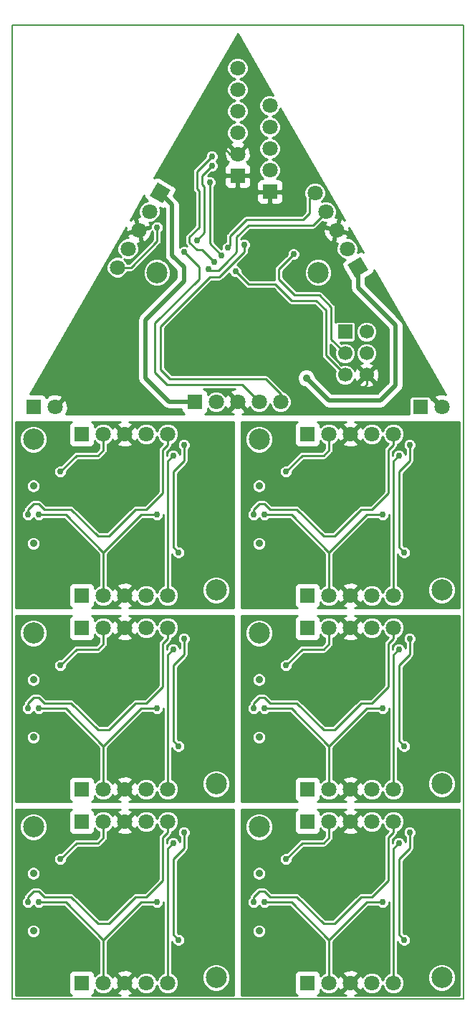
<source format=gbl>
%FSLAX34Y34*%
G04 Gerber Fmt 3.4, Leading zero omitted, Abs format*
G04 (created by PCBNEW (2014-02-03 BZR 4657)-product) date Wed 05 Mar 2014 09:41:08 PM CST*
%MOIN*%
G01*
G70*
G90*
G04 APERTURE LIST*
%ADD10C,0.006000*%
%ADD11C,0.005000*%
%ADD12C,0.098425*%
%ADD13C,0.035433*%
%ADD14R,0.070866X0.070866*%
%ADD15C,0.070866*%
%ADD16R,0.066929X0.066929*%
%ADD17C,0.066929*%
%ADD18C,0.030000*%
%ADD19C,0.035000*%
%ADD20C,0.010000*%
%ADD21C,0.020000*%
G04 APERTURE END LIST*
G54D10*
G54D11*
X29000Y-58000D02*
X29000Y-49000D01*
X50000Y-49000D02*
X50000Y-58000D01*
X29000Y-67000D02*
X39500Y-67000D01*
X29000Y-67000D02*
X29000Y-58000D01*
X50000Y-58000D02*
X50000Y-67000D01*
X39500Y-67000D02*
X50000Y-67000D01*
X50000Y-40000D02*
X50000Y-49000D01*
X29000Y-49000D02*
X29000Y-40000D01*
X29000Y-21750D02*
X29000Y-40000D01*
X50000Y-21750D02*
X29000Y-21750D01*
X50000Y-40000D02*
X50000Y-21750D01*
G54D12*
X30000Y-50000D03*
X38500Y-57000D03*
G54D13*
X30000Y-54838D03*
X30000Y-52161D03*
G54D14*
X32250Y-49750D03*
G54D15*
X33250Y-49750D03*
X34250Y-49750D03*
X36250Y-49750D03*
X35250Y-49750D03*
G54D14*
X32250Y-57250D03*
G54D15*
X33250Y-57250D03*
X34250Y-57250D03*
X36250Y-57250D03*
X35250Y-57250D03*
G54D14*
X42750Y-57250D03*
G54D15*
X43750Y-57250D03*
X44750Y-57250D03*
X46750Y-57250D03*
X45750Y-57250D03*
G54D14*
X42750Y-49750D03*
G54D15*
X43750Y-49750D03*
X44750Y-49750D03*
X46750Y-49750D03*
X45750Y-49750D03*
G54D13*
X40500Y-54838D03*
X40500Y-52161D03*
G54D12*
X49000Y-57000D03*
X40500Y-50000D03*
X30000Y-59000D03*
X38500Y-66000D03*
G54D13*
X30000Y-63838D03*
X30000Y-61161D03*
G54D14*
X32250Y-58750D03*
G54D15*
X33250Y-58750D03*
X34250Y-58750D03*
X36250Y-58750D03*
X35250Y-58750D03*
G54D14*
X32250Y-66250D03*
G54D15*
X33250Y-66250D03*
X34250Y-66250D03*
X36250Y-66250D03*
X35250Y-66250D03*
G54D14*
X42750Y-66250D03*
G54D15*
X43750Y-66250D03*
X44750Y-66250D03*
X46750Y-66250D03*
X45750Y-66250D03*
G54D14*
X42750Y-58750D03*
G54D15*
X43750Y-58750D03*
X44750Y-58750D03*
X46750Y-58750D03*
X45750Y-58750D03*
G54D13*
X40500Y-63838D03*
X40500Y-61161D03*
G54D12*
X49000Y-66000D03*
X40500Y-59000D03*
X40500Y-41000D03*
X49000Y-48000D03*
G54D13*
X40500Y-45838D03*
X40500Y-43161D03*
G54D14*
X42750Y-40750D03*
G54D15*
X43750Y-40750D03*
X44750Y-40750D03*
X46750Y-40750D03*
X45750Y-40750D03*
G54D14*
X42750Y-48250D03*
G54D15*
X43750Y-48250D03*
X44750Y-48250D03*
X46750Y-48250D03*
X45750Y-48250D03*
G54D14*
X48000Y-39500D03*
G54D15*
X49000Y-39500D03*
G54D14*
X32250Y-48250D03*
G54D15*
X33250Y-48250D03*
X34250Y-48250D03*
X36250Y-48250D03*
X35250Y-48250D03*
G54D14*
X30000Y-39500D03*
G54D15*
X31000Y-39500D03*
G54D16*
X44500Y-36000D03*
G54D17*
X45500Y-36000D03*
X44500Y-37000D03*
X45500Y-37000D03*
X44500Y-38000D03*
X45500Y-38000D03*
G54D14*
X39500Y-28750D03*
G54D15*
X39500Y-27750D03*
X39500Y-26750D03*
X39500Y-24750D03*
X39500Y-23750D03*
X39500Y-25750D03*
G54D14*
X37500Y-39250D03*
G54D15*
X38500Y-39250D03*
X39500Y-39250D03*
X41500Y-39250D03*
X40500Y-39250D03*
G54D10*
G36*
X35770Y-29063D02*
X36384Y-29418D01*
X36029Y-30031D01*
X35415Y-29677D01*
X35770Y-29063D01*
X35770Y-29063D01*
G37*
G54D15*
X35400Y-30413D03*
X34900Y-31280D03*
X33900Y-33012D03*
X34400Y-32146D03*
G54D10*
G36*
X45584Y-33141D02*
X44970Y-33496D01*
X44615Y-32882D01*
X45229Y-32528D01*
X45584Y-33141D01*
X45584Y-33141D01*
G37*
G54D15*
X44600Y-32146D03*
X44100Y-31280D03*
X43100Y-29547D03*
X43600Y-30413D03*
G54D14*
X32250Y-40750D03*
G54D15*
X33250Y-40750D03*
X34250Y-40750D03*
X36250Y-40750D03*
X35250Y-40750D03*
G54D13*
X30000Y-45838D03*
X30000Y-43161D03*
G54D14*
X41000Y-29500D03*
G54D15*
X41000Y-28500D03*
X41000Y-27500D03*
X41000Y-25500D03*
X41000Y-26500D03*
G54D12*
X35750Y-33250D03*
X43250Y-33250D03*
X38500Y-48000D03*
X30000Y-41000D03*
G54D18*
X39400Y-33200D03*
X38200Y-29050D03*
X38750Y-32450D03*
X42100Y-32400D03*
X37000Y-32300D03*
X38150Y-33100D03*
X30250Y-56250D03*
X40750Y-56250D03*
X30250Y-65250D03*
X40750Y-65250D03*
X40750Y-47250D03*
X30250Y-47250D03*
X36750Y-55250D03*
X37000Y-50250D03*
X47500Y-50250D03*
X47250Y-55250D03*
X36750Y-64250D03*
X37000Y-59250D03*
X47500Y-59250D03*
X47250Y-64250D03*
X47250Y-46250D03*
X47500Y-41250D03*
X37000Y-41250D03*
X36750Y-46250D03*
X36500Y-50750D03*
X47000Y-50750D03*
X36500Y-59750D03*
X47000Y-59750D03*
X47000Y-41750D03*
X36500Y-41750D03*
X29750Y-53500D03*
X40250Y-53500D03*
X29750Y-62500D03*
X40250Y-62500D03*
X40250Y-44500D03*
X29750Y-44500D03*
X39800Y-31950D03*
X35750Y-31150D03*
X39050Y-32100D03*
X38300Y-28300D03*
X37600Y-31750D03*
X38300Y-27850D03*
X38400Y-32750D03*
G54D19*
X42700Y-38150D03*
G54D18*
X30250Y-53500D03*
X35750Y-53500D03*
X46250Y-53500D03*
X40750Y-53500D03*
X30250Y-62500D03*
X35750Y-62500D03*
X46250Y-62500D03*
X40750Y-62500D03*
X40750Y-44500D03*
X46250Y-44500D03*
X35750Y-44500D03*
X30250Y-44500D03*
X31250Y-51500D03*
X41750Y-51500D03*
X31250Y-60500D03*
X41750Y-60500D03*
X41750Y-42500D03*
X31250Y-42500D03*
X37350Y-27300D03*
X43250Y-37800D03*
X37500Y-36000D03*
G54D20*
X43600Y-37100D02*
X44500Y-38000D01*
X43600Y-35000D02*
X43600Y-37100D01*
X43150Y-34550D02*
X43600Y-35000D01*
X42000Y-34550D02*
X43150Y-34550D01*
X41250Y-33800D02*
X42000Y-34550D01*
X40000Y-33800D02*
X41250Y-33800D01*
X39400Y-33200D02*
X40000Y-33800D01*
X38200Y-31900D02*
X38200Y-29050D01*
X38750Y-32450D02*
X38200Y-31900D01*
X43850Y-36350D02*
X44500Y-37000D01*
X43850Y-34850D02*
X43850Y-36350D01*
X43300Y-34300D02*
X43850Y-34850D01*
X42150Y-34300D02*
X43300Y-34300D01*
X41400Y-33550D02*
X42150Y-34300D01*
X41400Y-33100D02*
X41400Y-33550D01*
X42100Y-32400D02*
X41400Y-33100D01*
X39700Y-38450D02*
X40500Y-39250D01*
X36200Y-38450D02*
X39700Y-38450D01*
X35650Y-37900D02*
X36200Y-38450D01*
X35650Y-35600D02*
X35650Y-37900D01*
X37700Y-33550D02*
X35650Y-35600D01*
X37700Y-33000D02*
X37700Y-33550D01*
X37000Y-32300D02*
X37700Y-33000D01*
X38975Y-32775D02*
X39450Y-32300D01*
X39450Y-31600D02*
X40000Y-31050D01*
X39450Y-32300D02*
X39450Y-31600D01*
X43600Y-30413D02*
X43600Y-30450D01*
X43600Y-30450D02*
X43000Y-31050D01*
X43000Y-31050D02*
X40000Y-31050D01*
X38600Y-33150D02*
X38975Y-32775D01*
X38200Y-33150D02*
X38600Y-33150D01*
X38150Y-33100D02*
X38200Y-33150D01*
X36750Y-55250D02*
X36500Y-55000D01*
X36500Y-55000D02*
X36500Y-54250D01*
X36500Y-54250D02*
X36500Y-51500D01*
X36500Y-51500D02*
X37000Y-51000D01*
X37000Y-51000D02*
X37000Y-50250D01*
X47500Y-51000D02*
X47500Y-50250D01*
X47000Y-51500D02*
X47500Y-51000D01*
X47000Y-54250D02*
X47000Y-51500D01*
X47000Y-55000D02*
X47000Y-54250D01*
X47250Y-55250D02*
X47000Y-55000D01*
X36750Y-64250D02*
X36500Y-64000D01*
X36500Y-64000D02*
X36500Y-63250D01*
X36500Y-63250D02*
X36500Y-60500D01*
X36500Y-60500D02*
X37000Y-60000D01*
X37000Y-60000D02*
X37000Y-59250D01*
X47500Y-60000D02*
X47500Y-59250D01*
X47000Y-60500D02*
X47500Y-60000D01*
X47000Y-63250D02*
X47000Y-60500D01*
X47000Y-64000D02*
X47000Y-63250D01*
X47250Y-64250D02*
X47000Y-64000D01*
X47250Y-46250D02*
X47000Y-46000D01*
X47000Y-46000D02*
X47000Y-45250D01*
X47000Y-45250D02*
X47000Y-42500D01*
X47000Y-42500D02*
X47500Y-42000D01*
X47500Y-42000D02*
X47500Y-41250D01*
X37000Y-42000D02*
X37000Y-41250D01*
X36500Y-42500D02*
X37000Y-42000D01*
X36500Y-45250D02*
X36500Y-42500D01*
X36500Y-46000D02*
X36500Y-45250D01*
X36750Y-46250D02*
X36500Y-46000D01*
X36250Y-51000D02*
X36500Y-50750D01*
X36250Y-57250D02*
X36250Y-51000D01*
X46750Y-57250D02*
X46750Y-51000D01*
X46750Y-51000D02*
X47000Y-50750D01*
X36250Y-60000D02*
X36500Y-59750D01*
X36250Y-66250D02*
X36250Y-60000D01*
X46750Y-66250D02*
X46750Y-60000D01*
X46750Y-60000D02*
X47000Y-59750D01*
X46750Y-42000D02*
X47000Y-41750D01*
X46750Y-48250D02*
X46750Y-42000D01*
X36250Y-48250D02*
X36250Y-42000D01*
X36250Y-42000D02*
X36500Y-41750D01*
X36250Y-50250D02*
X36000Y-50500D01*
X36000Y-50500D02*
X36000Y-52500D01*
X36000Y-52500D02*
X35250Y-53250D01*
X35250Y-53250D02*
X34750Y-53250D01*
X34750Y-53250D02*
X33500Y-54500D01*
X33500Y-54500D02*
X33000Y-54500D01*
X33000Y-54500D02*
X31750Y-53250D01*
X31750Y-53250D02*
X30500Y-53250D01*
X30500Y-53250D02*
X30250Y-53000D01*
X30250Y-53000D02*
X30000Y-53000D01*
X30000Y-53000D02*
X29750Y-53250D01*
X29750Y-53250D02*
X29750Y-53500D01*
X36250Y-49750D02*
X36250Y-50250D01*
X46750Y-49750D02*
X46750Y-50250D01*
X40250Y-53250D02*
X40250Y-53500D01*
X40500Y-53000D02*
X40250Y-53250D01*
X40750Y-53000D02*
X40500Y-53000D01*
X41000Y-53250D02*
X40750Y-53000D01*
X42250Y-53250D02*
X41000Y-53250D01*
X43500Y-54500D02*
X42250Y-53250D01*
X44000Y-54500D02*
X43500Y-54500D01*
X45250Y-53250D02*
X44000Y-54500D01*
X45750Y-53250D02*
X45250Y-53250D01*
X46500Y-52500D02*
X45750Y-53250D01*
X46500Y-50500D02*
X46500Y-52500D01*
X46750Y-50250D02*
X46500Y-50500D01*
X36250Y-59250D02*
X36000Y-59500D01*
X36000Y-59500D02*
X36000Y-61500D01*
X36000Y-61500D02*
X35250Y-62250D01*
X35250Y-62250D02*
X34750Y-62250D01*
X34750Y-62250D02*
X33500Y-63500D01*
X33500Y-63500D02*
X33000Y-63500D01*
X33000Y-63500D02*
X31750Y-62250D01*
X31750Y-62250D02*
X30500Y-62250D01*
X30500Y-62250D02*
X30250Y-62000D01*
X30250Y-62000D02*
X30000Y-62000D01*
X30000Y-62000D02*
X29750Y-62250D01*
X29750Y-62250D02*
X29750Y-62500D01*
X36250Y-58750D02*
X36250Y-59250D01*
X46750Y-58750D02*
X46750Y-59250D01*
X40250Y-62250D02*
X40250Y-62500D01*
X40500Y-62000D02*
X40250Y-62250D01*
X40750Y-62000D02*
X40500Y-62000D01*
X41000Y-62250D02*
X40750Y-62000D01*
X42250Y-62250D02*
X41000Y-62250D01*
X43500Y-63500D02*
X42250Y-62250D01*
X44000Y-63500D02*
X43500Y-63500D01*
X45250Y-62250D02*
X44000Y-63500D01*
X45750Y-62250D02*
X45250Y-62250D01*
X46500Y-61500D02*
X45750Y-62250D01*
X46500Y-59500D02*
X46500Y-61500D01*
X46750Y-59250D02*
X46500Y-59500D01*
X46750Y-41250D02*
X46500Y-41500D01*
X46500Y-41500D02*
X46500Y-43500D01*
X46500Y-43500D02*
X45750Y-44250D01*
X45750Y-44250D02*
X45250Y-44250D01*
X45250Y-44250D02*
X44000Y-45500D01*
X44000Y-45500D02*
X43500Y-45500D01*
X43500Y-45500D02*
X42250Y-44250D01*
X42250Y-44250D02*
X41000Y-44250D01*
X41000Y-44250D02*
X40750Y-44000D01*
X40750Y-44000D02*
X40500Y-44000D01*
X40500Y-44000D02*
X40250Y-44250D01*
X40250Y-44250D02*
X40250Y-44500D01*
X46750Y-40750D02*
X46750Y-41250D01*
X36250Y-40750D02*
X36250Y-41250D01*
X29750Y-44250D02*
X29750Y-44500D01*
X30000Y-44000D02*
X29750Y-44250D01*
X30250Y-44000D02*
X30000Y-44000D01*
X30500Y-44250D02*
X30250Y-44000D01*
X31750Y-44250D02*
X30500Y-44250D01*
X33000Y-45500D02*
X31750Y-44250D01*
X33500Y-45500D02*
X33000Y-45500D01*
X34750Y-44250D02*
X33500Y-45500D01*
X35250Y-44250D02*
X34750Y-44250D01*
X36000Y-43500D02*
X35250Y-44250D01*
X36000Y-41500D02*
X36000Y-43500D01*
X36250Y-41250D02*
X36000Y-41500D01*
X41500Y-39250D02*
X41500Y-38900D01*
X39800Y-32300D02*
X39800Y-31950D01*
X38650Y-33450D02*
X39800Y-32300D01*
X38200Y-33450D02*
X38650Y-33450D01*
X35900Y-35750D02*
X38200Y-33450D01*
X35900Y-37750D02*
X35900Y-35750D01*
X36350Y-38200D02*
X35900Y-37750D01*
X40800Y-38200D02*
X36350Y-38200D01*
X41500Y-38900D02*
X40800Y-38200D01*
X33900Y-33012D02*
X34537Y-33012D01*
X35750Y-31800D02*
X35750Y-31150D01*
X34537Y-33012D02*
X35750Y-31800D01*
X42850Y-29797D02*
X43100Y-29547D01*
X42850Y-30500D02*
X42850Y-29797D01*
X42550Y-30800D02*
X42850Y-30500D01*
X39900Y-30800D02*
X42550Y-30800D01*
X39150Y-31550D02*
X39900Y-30800D01*
X39150Y-32000D02*
X39150Y-31550D01*
X39050Y-32100D02*
X39150Y-32000D01*
X37850Y-29050D02*
X37850Y-28750D01*
X37850Y-28750D02*
X38300Y-28300D01*
X37850Y-29150D02*
X37850Y-29050D01*
X37950Y-29250D02*
X37850Y-29150D01*
X37950Y-31400D02*
X37950Y-29250D01*
X37600Y-31750D02*
X37950Y-31400D01*
X37600Y-28550D02*
X37600Y-28850D01*
X38300Y-27850D02*
X37600Y-28550D01*
X37600Y-29350D02*
X37600Y-28850D01*
X37700Y-29450D02*
X37600Y-29350D01*
X37700Y-31150D02*
X37700Y-29450D01*
X37250Y-31600D02*
X37700Y-31150D01*
X37250Y-31850D02*
X37250Y-31600D01*
X37600Y-32200D02*
X37250Y-31850D01*
X37850Y-32200D02*
X37600Y-32200D01*
X38400Y-32750D02*
X37850Y-32200D01*
G54D21*
X45100Y-33950D02*
X45100Y-33012D01*
X46850Y-35700D02*
X45100Y-33950D01*
X46850Y-38500D02*
X46850Y-35700D01*
X46150Y-39200D02*
X46850Y-38500D01*
X43750Y-39200D02*
X46150Y-39200D01*
X42700Y-38150D02*
X43750Y-39200D01*
X37500Y-39250D02*
X36300Y-39250D01*
X36450Y-30097D02*
X35900Y-29547D01*
X36450Y-32450D02*
X36450Y-30097D01*
X37000Y-33000D02*
X36450Y-32450D01*
X37000Y-33650D02*
X37000Y-33000D01*
X35200Y-35450D02*
X37000Y-33650D01*
X35200Y-38150D02*
X35200Y-35450D01*
X36300Y-39250D02*
X35200Y-38150D01*
G54D20*
X30250Y-53500D02*
X31500Y-53500D01*
X31500Y-53500D02*
X33250Y-55250D01*
X33250Y-55250D02*
X33250Y-57250D01*
X35000Y-53500D02*
X35750Y-53500D01*
X33250Y-55250D02*
X35000Y-53500D01*
X43750Y-55250D02*
X45500Y-53500D01*
X45500Y-53500D02*
X46250Y-53500D01*
X43750Y-55250D02*
X43750Y-57250D01*
X42000Y-53500D02*
X43750Y-55250D01*
X40750Y-53500D02*
X42000Y-53500D01*
X30250Y-62500D02*
X31500Y-62500D01*
X31500Y-62500D02*
X33250Y-64250D01*
X33250Y-64250D02*
X33250Y-66250D01*
X35000Y-62500D02*
X35750Y-62500D01*
X33250Y-64250D02*
X35000Y-62500D01*
X43750Y-64250D02*
X45500Y-62500D01*
X45500Y-62500D02*
X46250Y-62500D01*
X43750Y-64250D02*
X43750Y-66250D01*
X42000Y-62500D02*
X43750Y-64250D01*
X40750Y-62500D02*
X42000Y-62500D01*
X40750Y-44500D02*
X42000Y-44500D01*
X42000Y-44500D02*
X43750Y-46250D01*
X43750Y-46250D02*
X43750Y-48250D01*
X45500Y-44500D02*
X46250Y-44500D01*
X43750Y-46250D02*
X45500Y-44500D01*
X33250Y-46250D02*
X35000Y-44500D01*
X35000Y-44500D02*
X35750Y-44500D01*
X33250Y-46250D02*
X33250Y-48250D01*
X31500Y-44500D02*
X33250Y-46250D01*
X30250Y-44500D02*
X31500Y-44500D01*
X33250Y-50500D02*
X33000Y-50750D01*
X33000Y-50750D02*
X32000Y-50750D01*
X32000Y-50750D02*
X31250Y-51500D01*
X33250Y-49750D02*
X33250Y-50500D01*
X43750Y-49750D02*
X43750Y-50500D01*
X42500Y-50750D02*
X41750Y-51500D01*
X43500Y-50750D02*
X42500Y-50750D01*
X43750Y-50500D02*
X43500Y-50750D01*
X33250Y-59500D02*
X33000Y-59750D01*
X33000Y-59750D02*
X32000Y-59750D01*
X32000Y-59750D02*
X31250Y-60500D01*
X33250Y-58750D02*
X33250Y-59500D01*
X43750Y-58750D02*
X43750Y-59500D01*
X42500Y-59750D02*
X41750Y-60500D01*
X43500Y-59750D02*
X42500Y-59750D01*
X43750Y-59500D02*
X43500Y-59750D01*
X43750Y-41500D02*
X43500Y-41750D01*
X43500Y-41750D02*
X42500Y-41750D01*
X42500Y-41750D02*
X41750Y-42500D01*
X43750Y-40750D02*
X43750Y-41500D01*
X33250Y-40750D02*
X33250Y-41500D01*
X32000Y-41750D02*
X31250Y-42500D01*
X33000Y-41750D02*
X32000Y-41750D01*
X33250Y-41500D02*
X33000Y-41750D01*
X39500Y-27750D02*
X39150Y-27750D01*
X38700Y-27300D02*
X37350Y-27300D01*
X39150Y-27750D02*
X38700Y-27300D01*
X45500Y-38000D02*
X45500Y-38450D01*
X44150Y-38700D02*
X43250Y-37800D01*
X45250Y-38700D02*
X44150Y-38700D01*
X45500Y-38450D02*
X45250Y-38700D01*
G54D10*
G36*
X37025Y-39825D02*
X31512Y-39825D01*
X31526Y-39820D01*
X31608Y-39594D01*
X31598Y-39354D01*
X31526Y-39179D01*
X31425Y-39145D01*
X31354Y-39216D01*
X31070Y-39500D01*
X31076Y-39505D01*
X31005Y-39576D01*
X31000Y-39570D01*
X30994Y-39576D01*
X30923Y-39505D01*
X30929Y-39500D01*
X30923Y-39494D01*
X30994Y-39423D01*
X31000Y-39429D01*
X31354Y-39074D01*
X31320Y-38973D01*
X31094Y-38891D01*
X30854Y-38901D01*
X30679Y-38973D01*
X30645Y-39074D01*
X30600Y-39029D01*
X30583Y-39046D01*
X30566Y-39004D01*
X30495Y-38933D01*
X30404Y-38895D01*
X30304Y-38895D01*
X29839Y-38895D01*
X34301Y-31160D01*
X34283Y-31294D01*
X34354Y-31374D01*
X34803Y-31254D01*
X34823Y-31274D01*
X34894Y-31203D01*
X34803Y-31112D01*
X34708Y-30760D01*
X34604Y-30739D01*
X34509Y-30818D01*
X34502Y-30812D01*
X35165Y-29662D01*
X35161Y-29694D01*
X35187Y-29790D01*
X35247Y-29869D01*
X35317Y-29909D01*
X35300Y-29909D01*
X35114Y-29986D01*
X34972Y-30127D01*
X34895Y-30313D01*
X34895Y-30513D01*
X34961Y-30674D01*
X34885Y-30663D01*
X34805Y-30734D01*
X34925Y-31183D01*
X34905Y-31203D01*
X34976Y-31274D01*
X35067Y-31183D01*
X35419Y-31088D01*
X35440Y-30984D01*
X35385Y-30918D01*
X35499Y-30918D01*
X35685Y-30841D01*
X35827Y-30700D01*
X35904Y-30514D01*
X35904Y-30314D01*
X35868Y-30227D01*
X35947Y-30273D01*
X36046Y-30286D01*
X36100Y-30271D01*
X36100Y-32450D01*
X36126Y-32583D01*
X36202Y-32697D01*
X36650Y-33144D01*
X36650Y-33505D01*
X36392Y-33762D01*
X36392Y-33122D01*
X36294Y-32886D01*
X36114Y-32705D01*
X36050Y-32679D01*
X36050Y-31090D01*
X36004Y-30980D01*
X35920Y-30895D01*
X35809Y-30850D01*
X35690Y-30849D01*
X35580Y-30895D01*
X35495Y-30979D01*
X35450Y-31090D01*
X35449Y-31190D01*
X35445Y-31185D01*
X34961Y-31315D01*
X35091Y-31799D01*
X35195Y-31820D01*
X35379Y-31666D01*
X35491Y-31453D01*
X35507Y-31331D01*
X35550Y-31374D01*
X35550Y-31717D01*
X34455Y-32812D01*
X34363Y-32812D01*
X34327Y-32726D01*
X34217Y-32616D01*
X34299Y-32650D01*
X34499Y-32650D01*
X34685Y-32573D01*
X34827Y-32432D01*
X34904Y-32246D01*
X34904Y-32046D01*
X34838Y-31885D01*
X34914Y-31896D01*
X34994Y-31825D01*
X34874Y-31376D01*
X34894Y-31356D01*
X34823Y-31285D01*
X34732Y-31376D01*
X34380Y-31471D01*
X34359Y-31575D01*
X34414Y-31641D01*
X34300Y-31641D01*
X34114Y-31718D01*
X33972Y-31859D01*
X33895Y-32045D01*
X33895Y-32245D01*
X33972Y-32431D01*
X34082Y-32541D01*
X34000Y-32507D01*
X33800Y-32507D01*
X33614Y-32584D01*
X33472Y-32725D01*
X33395Y-32911D01*
X33395Y-33111D01*
X33472Y-33297D01*
X33613Y-33439D01*
X33799Y-33516D01*
X33999Y-33516D01*
X34185Y-33439D01*
X34327Y-33298D01*
X34363Y-33212D01*
X34537Y-33212D01*
X34614Y-33196D01*
X34679Y-33153D01*
X35891Y-31941D01*
X35891Y-31941D01*
X35934Y-31876D01*
X35950Y-31800D01*
X35950Y-31374D01*
X36004Y-31320D01*
X36049Y-31209D01*
X36050Y-31090D01*
X36050Y-32679D01*
X35878Y-32607D01*
X35622Y-32607D01*
X35386Y-32705D01*
X35205Y-32885D01*
X35107Y-33121D01*
X35107Y-33377D01*
X35205Y-33613D01*
X35385Y-33794D01*
X35621Y-33892D01*
X35877Y-33892D01*
X36113Y-33794D01*
X36294Y-33614D01*
X36392Y-33378D01*
X36392Y-33122D01*
X36392Y-33762D01*
X34952Y-35202D01*
X34876Y-35316D01*
X34850Y-35450D01*
X34850Y-38150D01*
X34876Y-38283D01*
X34952Y-38397D01*
X36052Y-39497D01*
X36166Y-39573D01*
X36166Y-39573D01*
X36300Y-39600D01*
X36895Y-39600D01*
X36895Y-39654D01*
X36933Y-39745D01*
X37004Y-39816D01*
X37025Y-39825D01*
X37025Y-39825D01*
G37*
G54D20*
X37025Y-39825D02*
X31512Y-39825D01*
X31526Y-39820D01*
X31608Y-39594D01*
X31598Y-39354D01*
X31526Y-39179D01*
X31425Y-39145D01*
X31354Y-39216D01*
X31070Y-39500D01*
X31076Y-39505D01*
X31005Y-39576D01*
X31000Y-39570D01*
X30994Y-39576D01*
X30923Y-39505D01*
X30929Y-39500D01*
X30923Y-39494D01*
X30994Y-39423D01*
X31000Y-39429D01*
X31354Y-39074D01*
X31320Y-38973D01*
X31094Y-38891D01*
X30854Y-38901D01*
X30679Y-38973D01*
X30645Y-39074D01*
X30600Y-39029D01*
X30583Y-39046D01*
X30566Y-39004D01*
X30495Y-38933D01*
X30404Y-38895D01*
X30304Y-38895D01*
X29839Y-38895D01*
X34301Y-31160D01*
X34283Y-31294D01*
X34354Y-31374D01*
X34803Y-31254D01*
X34823Y-31274D01*
X34894Y-31203D01*
X34803Y-31112D01*
X34708Y-30760D01*
X34604Y-30739D01*
X34509Y-30818D01*
X34502Y-30812D01*
X35165Y-29662D01*
X35161Y-29694D01*
X35187Y-29790D01*
X35247Y-29869D01*
X35317Y-29909D01*
X35300Y-29909D01*
X35114Y-29986D01*
X34972Y-30127D01*
X34895Y-30313D01*
X34895Y-30513D01*
X34961Y-30674D01*
X34885Y-30663D01*
X34805Y-30734D01*
X34925Y-31183D01*
X34905Y-31203D01*
X34976Y-31274D01*
X35067Y-31183D01*
X35419Y-31088D01*
X35440Y-30984D01*
X35385Y-30918D01*
X35499Y-30918D01*
X35685Y-30841D01*
X35827Y-30700D01*
X35904Y-30514D01*
X35904Y-30314D01*
X35868Y-30227D01*
X35947Y-30273D01*
X36046Y-30286D01*
X36100Y-30271D01*
X36100Y-32450D01*
X36126Y-32583D01*
X36202Y-32697D01*
X36650Y-33144D01*
X36650Y-33505D01*
X36392Y-33762D01*
X36392Y-33122D01*
X36294Y-32886D01*
X36114Y-32705D01*
X36050Y-32679D01*
X36050Y-31090D01*
X36004Y-30980D01*
X35920Y-30895D01*
X35809Y-30850D01*
X35690Y-30849D01*
X35580Y-30895D01*
X35495Y-30979D01*
X35450Y-31090D01*
X35449Y-31190D01*
X35445Y-31185D01*
X34961Y-31315D01*
X35091Y-31799D01*
X35195Y-31820D01*
X35379Y-31666D01*
X35491Y-31453D01*
X35507Y-31331D01*
X35550Y-31374D01*
X35550Y-31717D01*
X34455Y-32812D01*
X34363Y-32812D01*
X34327Y-32726D01*
X34217Y-32616D01*
X34299Y-32650D01*
X34499Y-32650D01*
X34685Y-32573D01*
X34827Y-32432D01*
X34904Y-32246D01*
X34904Y-32046D01*
X34838Y-31885D01*
X34914Y-31896D01*
X34994Y-31825D01*
X34874Y-31376D01*
X34894Y-31356D01*
X34823Y-31285D01*
X34732Y-31376D01*
X34380Y-31471D01*
X34359Y-31575D01*
X34414Y-31641D01*
X34300Y-31641D01*
X34114Y-31718D01*
X33972Y-31859D01*
X33895Y-32045D01*
X33895Y-32245D01*
X33972Y-32431D01*
X34082Y-32541D01*
X34000Y-32507D01*
X33800Y-32507D01*
X33614Y-32584D01*
X33472Y-32725D01*
X33395Y-32911D01*
X33395Y-33111D01*
X33472Y-33297D01*
X33613Y-33439D01*
X33799Y-33516D01*
X33999Y-33516D01*
X34185Y-33439D01*
X34327Y-33298D01*
X34363Y-33212D01*
X34537Y-33212D01*
X34614Y-33196D01*
X34679Y-33153D01*
X35891Y-31941D01*
X35891Y-31941D01*
X35934Y-31876D01*
X35950Y-31800D01*
X35950Y-31374D01*
X36004Y-31320D01*
X36049Y-31209D01*
X36050Y-31090D01*
X36050Y-32679D01*
X35878Y-32607D01*
X35622Y-32607D01*
X35386Y-32705D01*
X35205Y-32885D01*
X35107Y-33121D01*
X35107Y-33377D01*
X35205Y-33613D01*
X35385Y-33794D01*
X35621Y-33892D01*
X35877Y-33892D01*
X36113Y-33794D01*
X36294Y-33614D01*
X36392Y-33378D01*
X36392Y-33122D01*
X36392Y-33762D01*
X34952Y-35202D01*
X34876Y-35316D01*
X34850Y-35450D01*
X34850Y-38150D01*
X34876Y-38283D01*
X34952Y-38397D01*
X36052Y-39497D01*
X36166Y-39573D01*
X36166Y-39573D01*
X36300Y-39600D01*
X36895Y-39600D01*
X36895Y-39654D01*
X36933Y-39745D01*
X37004Y-39816D01*
X37025Y-39825D01*
G54D10*
G36*
X49175Y-38920D02*
X49094Y-38891D01*
X48854Y-38901D01*
X48679Y-38973D01*
X48645Y-39074D01*
X49000Y-39429D01*
X49005Y-39423D01*
X49076Y-39494D01*
X49070Y-39500D01*
X49076Y-39505D01*
X49005Y-39576D01*
X49000Y-39570D01*
X48994Y-39576D01*
X48923Y-39505D01*
X48929Y-39500D01*
X48574Y-39145D01*
X48504Y-39169D01*
X48504Y-39115D01*
X48481Y-39060D01*
X48439Y-39018D01*
X48384Y-38995D01*
X48324Y-38995D01*
X47615Y-38995D01*
X47560Y-39018D01*
X47518Y-39060D01*
X47495Y-39115D01*
X47495Y-39175D01*
X47495Y-39825D01*
X39702Y-39825D01*
X39820Y-39776D01*
X39854Y-39675D01*
X39500Y-39320D01*
X39145Y-39675D01*
X39179Y-39776D01*
X39312Y-39825D01*
X37974Y-39825D01*
X37995Y-39816D01*
X38066Y-39745D01*
X38104Y-39654D01*
X38104Y-39567D01*
X38213Y-39677D01*
X38399Y-39754D01*
X38599Y-39754D01*
X38785Y-39677D01*
X38927Y-39536D01*
X38943Y-39497D01*
X38973Y-39570D01*
X39074Y-39604D01*
X39429Y-39250D01*
X39074Y-38895D01*
X38973Y-38929D01*
X38945Y-39007D01*
X38927Y-38964D01*
X38786Y-38822D01*
X38600Y-38745D01*
X38400Y-38745D01*
X38214Y-38822D01*
X38104Y-38932D01*
X38104Y-38845D01*
X38066Y-38754D01*
X37995Y-38683D01*
X37914Y-38650D01*
X39384Y-38650D01*
X39354Y-38651D01*
X39179Y-38723D01*
X39145Y-38824D01*
X39500Y-39179D01*
X39505Y-39173D01*
X39576Y-39244D01*
X39570Y-39250D01*
X39925Y-39604D01*
X40026Y-39570D01*
X40054Y-39492D01*
X40072Y-39535D01*
X40213Y-39677D01*
X40399Y-39754D01*
X40599Y-39754D01*
X40785Y-39677D01*
X40927Y-39536D01*
X41000Y-39360D01*
X41072Y-39535D01*
X41213Y-39677D01*
X41399Y-39754D01*
X41599Y-39754D01*
X41785Y-39677D01*
X41927Y-39536D01*
X42004Y-39350D01*
X42004Y-39150D01*
X41927Y-38964D01*
X41786Y-38822D01*
X41645Y-38764D01*
X41641Y-38758D01*
X40941Y-38058D01*
X40876Y-38015D01*
X40800Y-38000D01*
X36432Y-38000D01*
X36100Y-37667D01*
X36100Y-35832D01*
X38282Y-33650D01*
X38650Y-33650D01*
X38726Y-33634D01*
X38791Y-33591D01*
X39106Y-33276D01*
X39145Y-33369D01*
X39229Y-33454D01*
X39340Y-33499D01*
X39417Y-33500D01*
X39858Y-33941D01*
X39858Y-33941D01*
X39901Y-33970D01*
X39923Y-33984D01*
X39923Y-33984D01*
X40000Y-34000D01*
X41167Y-34000D01*
X41858Y-34691D01*
X41923Y-34734D01*
X42000Y-34750D01*
X43067Y-34750D01*
X43400Y-35082D01*
X43400Y-37100D01*
X43415Y-37176D01*
X43458Y-37241D01*
X44046Y-37829D01*
X44015Y-37903D01*
X44015Y-38095D01*
X44088Y-38274D01*
X44225Y-38410D01*
X44403Y-38484D01*
X44595Y-38484D01*
X44774Y-38411D01*
X44910Y-38274D01*
X44943Y-38196D01*
X44990Y-38308D01*
X45088Y-38340D01*
X45429Y-38000D01*
X45088Y-37659D01*
X44990Y-37691D01*
X44946Y-37811D01*
X44911Y-37725D01*
X44774Y-37589D01*
X44596Y-37515D01*
X44404Y-37515D01*
X44329Y-37546D01*
X43800Y-37017D01*
X43800Y-36582D01*
X44046Y-36829D01*
X44015Y-36903D01*
X44015Y-37095D01*
X44088Y-37274D01*
X44225Y-37410D01*
X44403Y-37484D01*
X44595Y-37484D01*
X44774Y-37411D01*
X44910Y-37274D01*
X44984Y-37096D01*
X44984Y-36904D01*
X44911Y-36725D01*
X44774Y-36589D01*
X44596Y-36515D01*
X44404Y-36515D01*
X44329Y-36546D01*
X44267Y-36484D01*
X44864Y-36484D01*
X44919Y-36461D01*
X44961Y-36419D01*
X44984Y-36364D01*
X44984Y-36304D01*
X44984Y-35635D01*
X44961Y-35580D01*
X44919Y-35538D01*
X44864Y-35515D01*
X44804Y-35515D01*
X44135Y-35515D01*
X44080Y-35538D01*
X44050Y-35568D01*
X44050Y-34850D01*
X44037Y-34786D01*
X44034Y-34773D01*
X44034Y-34773D01*
X43991Y-34708D01*
X43892Y-34609D01*
X43892Y-33122D01*
X43794Y-32886D01*
X43614Y-32705D01*
X43378Y-32607D01*
X43122Y-32607D01*
X42886Y-32705D01*
X42705Y-32885D01*
X42607Y-33121D01*
X42607Y-33377D01*
X42705Y-33613D01*
X42885Y-33794D01*
X43121Y-33892D01*
X43377Y-33892D01*
X43613Y-33794D01*
X43794Y-33614D01*
X43892Y-33378D01*
X43892Y-33122D01*
X43892Y-34609D01*
X43441Y-34158D01*
X43376Y-34115D01*
X43300Y-34100D01*
X42232Y-34100D01*
X41600Y-33467D01*
X41600Y-33182D01*
X42082Y-32699D01*
X42159Y-32700D01*
X42269Y-32654D01*
X42354Y-32570D01*
X42399Y-32459D01*
X42400Y-32340D01*
X42354Y-32230D01*
X42270Y-32145D01*
X42159Y-32100D01*
X42040Y-32099D01*
X41930Y-32145D01*
X41845Y-32229D01*
X41800Y-32340D01*
X41799Y-32417D01*
X41258Y-32958D01*
X41215Y-33023D01*
X41200Y-33100D01*
X41200Y-33550D01*
X41209Y-33600D01*
X40082Y-33600D01*
X39699Y-33217D01*
X39700Y-33140D01*
X39654Y-33030D01*
X39570Y-32945D01*
X39476Y-32906D01*
X39941Y-32441D01*
X39984Y-32376D01*
X40000Y-32300D01*
X40000Y-32174D01*
X40054Y-32120D01*
X40099Y-32009D01*
X40100Y-31890D01*
X40054Y-31780D01*
X39970Y-31695D01*
X39859Y-31650D01*
X39740Y-31649D01*
X39650Y-31687D01*
X39650Y-31682D01*
X40082Y-31250D01*
X43000Y-31250D01*
X43076Y-31234D01*
X43141Y-31191D01*
X43439Y-30893D01*
X43499Y-30918D01*
X43610Y-30918D01*
X43559Y-30984D01*
X43580Y-31088D01*
X43932Y-31183D01*
X44023Y-31274D01*
X44094Y-31203D01*
X44074Y-31183D01*
X44194Y-30734D01*
X44114Y-30663D01*
X44036Y-30677D01*
X44104Y-30514D01*
X44104Y-30314D01*
X44027Y-30128D01*
X43886Y-29986D01*
X43700Y-29909D01*
X43500Y-29909D01*
X43417Y-29943D01*
X43527Y-29834D01*
X43604Y-29648D01*
X43604Y-29448D01*
X43527Y-29262D01*
X43386Y-29120D01*
X43200Y-29043D01*
X43000Y-29043D01*
X42814Y-29120D01*
X42672Y-29261D01*
X42595Y-29447D01*
X42595Y-29647D01*
X42652Y-29785D01*
X42650Y-29797D01*
X42650Y-30417D01*
X42467Y-30600D01*
X41604Y-30600D01*
X41604Y-29904D01*
X41604Y-29612D01*
X41541Y-29550D01*
X41050Y-29550D01*
X41050Y-30041D01*
X41112Y-30104D01*
X41304Y-30104D01*
X41404Y-30104D01*
X41495Y-30066D01*
X41566Y-29995D01*
X41604Y-29904D01*
X41604Y-30600D01*
X40950Y-30600D01*
X40950Y-30041D01*
X40950Y-29550D01*
X40458Y-29550D01*
X40395Y-29612D01*
X40395Y-29904D01*
X40433Y-29995D01*
X40504Y-30066D01*
X40595Y-30104D01*
X40695Y-30104D01*
X40887Y-30104D01*
X40950Y-30041D01*
X40950Y-30600D01*
X40108Y-30600D01*
X40108Y-27844D01*
X40098Y-27604D01*
X40026Y-27429D01*
X40004Y-27422D01*
X40004Y-26650D01*
X39927Y-26464D01*
X39786Y-26322D01*
X39610Y-26249D01*
X39785Y-26177D01*
X39927Y-26036D01*
X40004Y-25850D01*
X40004Y-25650D01*
X39927Y-25464D01*
X39786Y-25322D01*
X39610Y-25249D01*
X39785Y-25177D01*
X39927Y-25036D01*
X40004Y-24850D01*
X40004Y-24650D01*
X39927Y-24464D01*
X39786Y-24322D01*
X39610Y-24249D01*
X39785Y-24177D01*
X39927Y-24036D01*
X40004Y-23850D01*
X40004Y-23650D01*
X39927Y-23464D01*
X39786Y-23322D01*
X39600Y-23245D01*
X39400Y-23245D01*
X39214Y-23322D01*
X39072Y-23463D01*
X38995Y-23649D01*
X38995Y-23849D01*
X39072Y-24035D01*
X39213Y-24177D01*
X39389Y-24250D01*
X39214Y-24322D01*
X39072Y-24463D01*
X38995Y-24649D01*
X38995Y-24849D01*
X39072Y-25035D01*
X39213Y-25177D01*
X39389Y-25250D01*
X39214Y-25322D01*
X39072Y-25463D01*
X38995Y-25649D01*
X38995Y-25849D01*
X39072Y-26035D01*
X39213Y-26177D01*
X39389Y-26250D01*
X39214Y-26322D01*
X39072Y-26463D01*
X38995Y-26649D01*
X38995Y-26849D01*
X39072Y-27035D01*
X39213Y-27177D01*
X39252Y-27193D01*
X39179Y-27223D01*
X39145Y-27324D01*
X39500Y-27679D01*
X39854Y-27324D01*
X39820Y-27223D01*
X39742Y-27195D01*
X39785Y-27177D01*
X39927Y-27036D01*
X40004Y-26850D01*
X40004Y-26650D01*
X40004Y-27422D01*
X39925Y-27395D01*
X39570Y-27750D01*
X39576Y-27755D01*
X39505Y-27826D01*
X39500Y-27820D01*
X39494Y-27826D01*
X39429Y-27761D01*
X39423Y-27755D01*
X39429Y-27750D01*
X39074Y-27395D01*
X38973Y-27429D01*
X38891Y-27655D01*
X38901Y-27895D01*
X38973Y-28070D01*
X39074Y-28104D01*
X39029Y-28149D01*
X39046Y-28166D01*
X39004Y-28183D01*
X38933Y-28254D01*
X38895Y-28345D01*
X38895Y-28637D01*
X38958Y-28700D01*
X39450Y-28700D01*
X39450Y-28692D01*
X39550Y-28692D01*
X39550Y-28700D01*
X40041Y-28700D01*
X40104Y-28637D01*
X40104Y-28345D01*
X40066Y-28254D01*
X39995Y-28183D01*
X39953Y-28166D01*
X39970Y-28149D01*
X39925Y-28104D01*
X40026Y-28070D01*
X40108Y-27844D01*
X40108Y-30600D01*
X40104Y-30600D01*
X40104Y-29154D01*
X40104Y-28862D01*
X40041Y-28800D01*
X39550Y-28800D01*
X39550Y-29291D01*
X39612Y-29354D01*
X39804Y-29354D01*
X39904Y-29354D01*
X39995Y-29316D01*
X40066Y-29245D01*
X40104Y-29154D01*
X40104Y-30600D01*
X39900Y-30600D01*
X39823Y-30615D01*
X39758Y-30658D01*
X39450Y-30967D01*
X39450Y-29291D01*
X39450Y-28800D01*
X38958Y-28800D01*
X38895Y-28862D01*
X38895Y-29154D01*
X38933Y-29245D01*
X39004Y-29316D01*
X39095Y-29354D01*
X39195Y-29354D01*
X39387Y-29354D01*
X39450Y-29291D01*
X39450Y-30967D01*
X39008Y-31408D01*
X38965Y-31473D01*
X38950Y-31550D01*
X38950Y-31816D01*
X38880Y-31845D01*
X38795Y-31929D01*
X38750Y-32040D01*
X38749Y-32149D01*
X38732Y-32149D01*
X38400Y-31817D01*
X38400Y-29274D01*
X38454Y-29220D01*
X38499Y-29109D01*
X38500Y-28990D01*
X38454Y-28880D01*
X38370Y-28795D01*
X38259Y-28750D01*
X38140Y-28749D01*
X38127Y-28755D01*
X38282Y-28599D01*
X38359Y-28600D01*
X38469Y-28554D01*
X38554Y-28470D01*
X38599Y-28359D01*
X38600Y-28240D01*
X38554Y-28130D01*
X38499Y-28074D01*
X38554Y-28020D01*
X38599Y-27909D01*
X38600Y-27790D01*
X38554Y-27680D01*
X38470Y-27595D01*
X38359Y-27550D01*
X38240Y-27549D01*
X38130Y-27595D01*
X38045Y-27679D01*
X38000Y-27790D01*
X37999Y-27867D01*
X37458Y-28408D01*
X37415Y-28473D01*
X37400Y-28550D01*
X37400Y-28850D01*
X37400Y-29350D01*
X37415Y-29426D01*
X37458Y-29491D01*
X37500Y-29532D01*
X37500Y-31067D01*
X37108Y-31458D01*
X37065Y-31523D01*
X37050Y-31600D01*
X37050Y-31850D01*
X37065Y-31926D01*
X37108Y-31991D01*
X37157Y-32040D01*
X37059Y-32000D01*
X36940Y-31999D01*
X36830Y-32045D01*
X36800Y-32075D01*
X36800Y-30097D01*
X36773Y-29964D01*
X36697Y-29850D01*
X36523Y-29676D01*
X36625Y-29500D01*
X36638Y-29401D01*
X36612Y-29305D01*
X36552Y-29226D01*
X36465Y-29176D01*
X35852Y-28822D01*
X35753Y-28809D01*
X35657Y-28835D01*
X35631Y-28855D01*
X39499Y-22150D01*
X41154Y-25018D01*
X41100Y-24995D01*
X40900Y-24995D01*
X40714Y-25072D01*
X40572Y-25213D01*
X40495Y-25399D01*
X40495Y-25599D01*
X40572Y-25785D01*
X40713Y-25927D01*
X40889Y-26000D01*
X40714Y-26072D01*
X40572Y-26213D01*
X40495Y-26399D01*
X40495Y-26599D01*
X40572Y-26785D01*
X40713Y-26927D01*
X40889Y-27000D01*
X40714Y-27072D01*
X40572Y-27213D01*
X40495Y-27399D01*
X40495Y-27599D01*
X40572Y-27785D01*
X40713Y-27927D01*
X40889Y-28000D01*
X40714Y-28072D01*
X40572Y-28213D01*
X40495Y-28399D01*
X40495Y-28599D01*
X40572Y-28785D01*
X40682Y-28895D01*
X40595Y-28895D01*
X40504Y-28933D01*
X40433Y-29004D01*
X40395Y-29095D01*
X40395Y-29387D01*
X40458Y-29450D01*
X40950Y-29450D01*
X40950Y-29442D01*
X41050Y-29442D01*
X41050Y-29450D01*
X41541Y-29450D01*
X41604Y-29387D01*
X41604Y-29095D01*
X41566Y-29004D01*
X41495Y-28933D01*
X41404Y-28895D01*
X41317Y-28895D01*
X41427Y-28786D01*
X41504Y-28600D01*
X41504Y-28400D01*
X41427Y-28214D01*
X41286Y-28072D01*
X41110Y-27999D01*
X41285Y-27927D01*
X41427Y-27786D01*
X41504Y-27600D01*
X41504Y-27400D01*
X41427Y-27214D01*
X41286Y-27072D01*
X41110Y-26999D01*
X41285Y-26927D01*
X41427Y-26786D01*
X41504Y-26600D01*
X41504Y-26400D01*
X41427Y-26214D01*
X41286Y-26072D01*
X41110Y-25999D01*
X41285Y-25927D01*
X41427Y-25786D01*
X41498Y-25614D01*
X44497Y-30812D01*
X44494Y-30815D01*
X44395Y-30739D01*
X44291Y-30760D01*
X44196Y-31112D01*
X44105Y-31203D01*
X44176Y-31274D01*
X44196Y-31254D01*
X44645Y-31374D01*
X44716Y-31294D01*
X44690Y-31146D01*
X45365Y-32317D01*
X45342Y-32299D01*
X45246Y-32273D01*
X45147Y-32286D01*
X45068Y-32332D01*
X45104Y-32246D01*
X45104Y-32046D01*
X45027Y-31860D01*
X44886Y-31718D01*
X44700Y-31641D01*
X44589Y-31641D01*
X44640Y-31575D01*
X44619Y-31471D01*
X44267Y-31376D01*
X44176Y-31285D01*
X44105Y-31356D01*
X44125Y-31376D01*
X44038Y-31701D01*
X44038Y-31315D01*
X43554Y-31185D01*
X43483Y-31265D01*
X43525Y-31502D01*
X43654Y-31705D01*
X43804Y-31820D01*
X43908Y-31799D01*
X44038Y-31315D01*
X44038Y-31701D01*
X44005Y-31825D01*
X44085Y-31896D01*
X44163Y-31882D01*
X44095Y-32045D01*
X44095Y-32245D01*
X44172Y-32431D01*
X44313Y-32573D01*
X44499Y-32650D01*
X44517Y-32650D01*
X44447Y-32690D01*
X44387Y-32769D01*
X44361Y-32865D01*
X44374Y-32964D01*
X44424Y-33050D01*
X44750Y-33614D01*
X44750Y-33950D01*
X44776Y-34083D01*
X44852Y-34197D01*
X46500Y-35844D01*
X46500Y-38355D01*
X46089Y-38765D01*
X46089Y-38090D01*
X46078Y-37857D01*
X46009Y-37691D01*
X45984Y-37683D01*
X45984Y-36904D01*
X45984Y-35904D01*
X45911Y-35725D01*
X45774Y-35589D01*
X45596Y-35515D01*
X45404Y-35515D01*
X45225Y-35588D01*
X45089Y-35725D01*
X45015Y-35903D01*
X45015Y-36095D01*
X45088Y-36274D01*
X45225Y-36410D01*
X45403Y-36484D01*
X45595Y-36484D01*
X45774Y-36411D01*
X45910Y-36274D01*
X45984Y-36096D01*
X45984Y-35904D01*
X45984Y-36904D01*
X45911Y-36725D01*
X45774Y-36589D01*
X45596Y-36515D01*
X45404Y-36515D01*
X45225Y-36588D01*
X45089Y-36725D01*
X45015Y-36903D01*
X45015Y-37095D01*
X45088Y-37274D01*
X45225Y-37410D01*
X45303Y-37443D01*
X45191Y-37490D01*
X45159Y-37588D01*
X45500Y-37929D01*
X45840Y-37588D01*
X45808Y-37490D01*
X45688Y-37446D01*
X45774Y-37411D01*
X45910Y-37274D01*
X45984Y-37096D01*
X45984Y-36904D01*
X45984Y-37683D01*
X45911Y-37659D01*
X45570Y-38000D01*
X45911Y-38340D01*
X46009Y-38308D01*
X46089Y-38090D01*
X46089Y-38765D01*
X46005Y-38850D01*
X45840Y-38850D01*
X45840Y-38411D01*
X45500Y-38070D01*
X45159Y-38411D01*
X45191Y-38509D01*
X45409Y-38589D01*
X45642Y-38578D01*
X45808Y-38509D01*
X45840Y-38411D01*
X45840Y-38850D01*
X43894Y-38850D01*
X43125Y-38080D01*
X43125Y-38065D01*
X43060Y-37909D01*
X42941Y-37789D01*
X42784Y-37725D01*
X42615Y-37724D01*
X42459Y-37789D01*
X42339Y-37908D01*
X42275Y-38065D01*
X42274Y-38234D01*
X42339Y-38390D01*
X42458Y-38510D01*
X42615Y-38574D01*
X42629Y-38574D01*
X43502Y-39447D01*
X43616Y-39523D01*
X43616Y-39523D01*
X43750Y-39550D01*
X46150Y-39550D01*
X46283Y-39523D01*
X46283Y-39523D01*
X46397Y-39447D01*
X47097Y-38747D01*
X47173Y-38633D01*
X47173Y-38633D01*
X47200Y-38500D01*
X47200Y-35700D01*
X47173Y-35566D01*
X47097Y-35452D01*
X45450Y-33805D01*
X45450Y-33507D01*
X45752Y-33333D01*
X45812Y-33254D01*
X45838Y-33158D01*
X45834Y-33130D01*
X49175Y-38920D01*
X49175Y-38920D01*
G37*
G54D20*
X49175Y-38920D02*
X49094Y-38891D01*
X48854Y-38901D01*
X48679Y-38973D01*
X48645Y-39074D01*
X49000Y-39429D01*
X49005Y-39423D01*
X49076Y-39494D01*
X49070Y-39500D01*
X49076Y-39505D01*
X49005Y-39576D01*
X49000Y-39570D01*
X48994Y-39576D01*
X48923Y-39505D01*
X48929Y-39500D01*
X48574Y-39145D01*
X48504Y-39169D01*
X48504Y-39115D01*
X48481Y-39060D01*
X48439Y-39018D01*
X48384Y-38995D01*
X48324Y-38995D01*
X47615Y-38995D01*
X47560Y-39018D01*
X47518Y-39060D01*
X47495Y-39115D01*
X47495Y-39175D01*
X47495Y-39825D01*
X39702Y-39825D01*
X39820Y-39776D01*
X39854Y-39675D01*
X39500Y-39320D01*
X39145Y-39675D01*
X39179Y-39776D01*
X39312Y-39825D01*
X37974Y-39825D01*
X37995Y-39816D01*
X38066Y-39745D01*
X38104Y-39654D01*
X38104Y-39567D01*
X38213Y-39677D01*
X38399Y-39754D01*
X38599Y-39754D01*
X38785Y-39677D01*
X38927Y-39536D01*
X38943Y-39497D01*
X38973Y-39570D01*
X39074Y-39604D01*
X39429Y-39250D01*
X39074Y-38895D01*
X38973Y-38929D01*
X38945Y-39007D01*
X38927Y-38964D01*
X38786Y-38822D01*
X38600Y-38745D01*
X38400Y-38745D01*
X38214Y-38822D01*
X38104Y-38932D01*
X38104Y-38845D01*
X38066Y-38754D01*
X37995Y-38683D01*
X37914Y-38650D01*
X39384Y-38650D01*
X39354Y-38651D01*
X39179Y-38723D01*
X39145Y-38824D01*
X39500Y-39179D01*
X39505Y-39173D01*
X39576Y-39244D01*
X39570Y-39250D01*
X39925Y-39604D01*
X40026Y-39570D01*
X40054Y-39492D01*
X40072Y-39535D01*
X40213Y-39677D01*
X40399Y-39754D01*
X40599Y-39754D01*
X40785Y-39677D01*
X40927Y-39536D01*
X41000Y-39360D01*
X41072Y-39535D01*
X41213Y-39677D01*
X41399Y-39754D01*
X41599Y-39754D01*
X41785Y-39677D01*
X41927Y-39536D01*
X42004Y-39350D01*
X42004Y-39150D01*
X41927Y-38964D01*
X41786Y-38822D01*
X41645Y-38764D01*
X41641Y-38758D01*
X40941Y-38058D01*
X40876Y-38015D01*
X40800Y-38000D01*
X36432Y-38000D01*
X36100Y-37667D01*
X36100Y-35832D01*
X38282Y-33650D01*
X38650Y-33650D01*
X38726Y-33634D01*
X38791Y-33591D01*
X39106Y-33276D01*
X39145Y-33369D01*
X39229Y-33454D01*
X39340Y-33499D01*
X39417Y-33500D01*
X39858Y-33941D01*
X39858Y-33941D01*
X39901Y-33970D01*
X39923Y-33984D01*
X39923Y-33984D01*
X40000Y-34000D01*
X41167Y-34000D01*
X41858Y-34691D01*
X41923Y-34734D01*
X42000Y-34750D01*
X43067Y-34750D01*
X43400Y-35082D01*
X43400Y-37100D01*
X43415Y-37176D01*
X43458Y-37241D01*
X44046Y-37829D01*
X44015Y-37903D01*
X44015Y-38095D01*
X44088Y-38274D01*
X44225Y-38410D01*
X44403Y-38484D01*
X44595Y-38484D01*
X44774Y-38411D01*
X44910Y-38274D01*
X44943Y-38196D01*
X44990Y-38308D01*
X45088Y-38340D01*
X45429Y-38000D01*
X45088Y-37659D01*
X44990Y-37691D01*
X44946Y-37811D01*
X44911Y-37725D01*
X44774Y-37589D01*
X44596Y-37515D01*
X44404Y-37515D01*
X44329Y-37546D01*
X43800Y-37017D01*
X43800Y-36582D01*
X44046Y-36829D01*
X44015Y-36903D01*
X44015Y-37095D01*
X44088Y-37274D01*
X44225Y-37410D01*
X44403Y-37484D01*
X44595Y-37484D01*
X44774Y-37411D01*
X44910Y-37274D01*
X44984Y-37096D01*
X44984Y-36904D01*
X44911Y-36725D01*
X44774Y-36589D01*
X44596Y-36515D01*
X44404Y-36515D01*
X44329Y-36546D01*
X44267Y-36484D01*
X44864Y-36484D01*
X44919Y-36461D01*
X44961Y-36419D01*
X44984Y-36364D01*
X44984Y-36304D01*
X44984Y-35635D01*
X44961Y-35580D01*
X44919Y-35538D01*
X44864Y-35515D01*
X44804Y-35515D01*
X44135Y-35515D01*
X44080Y-35538D01*
X44050Y-35568D01*
X44050Y-34850D01*
X44037Y-34786D01*
X44034Y-34773D01*
X44034Y-34773D01*
X43991Y-34708D01*
X43892Y-34609D01*
X43892Y-33122D01*
X43794Y-32886D01*
X43614Y-32705D01*
X43378Y-32607D01*
X43122Y-32607D01*
X42886Y-32705D01*
X42705Y-32885D01*
X42607Y-33121D01*
X42607Y-33377D01*
X42705Y-33613D01*
X42885Y-33794D01*
X43121Y-33892D01*
X43377Y-33892D01*
X43613Y-33794D01*
X43794Y-33614D01*
X43892Y-33378D01*
X43892Y-33122D01*
X43892Y-34609D01*
X43441Y-34158D01*
X43376Y-34115D01*
X43300Y-34100D01*
X42232Y-34100D01*
X41600Y-33467D01*
X41600Y-33182D01*
X42082Y-32699D01*
X42159Y-32700D01*
X42269Y-32654D01*
X42354Y-32570D01*
X42399Y-32459D01*
X42400Y-32340D01*
X42354Y-32230D01*
X42270Y-32145D01*
X42159Y-32100D01*
X42040Y-32099D01*
X41930Y-32145D01*
X41845Y-32229D01*
X41800Y-32340D01*
X41799Y-32417D01*
X41258Y-32958D01*
X41215Y-33023D01*
X41200Y-33100D01*
X41200Y-33550D01*
X41209Y-33600D01*
X40082Y-33600D01*
X39699Y-33217D01*
X39700Y-33140D01*
X39654Y-33030D01*
X39570Y-32945D01*
X39476Y-32906D01*
X39941Y-32441D01*
X39984Y-32376D01*
X40000Y-32300D01*
X40000Y-32174D01*
X40054Y-32120D01*
X40099Y-32009D01*
X40100Y-31890D01*
X40054Y-31780D01*
X39970Y-31695D01*
X39859Y-31650D01*
X39740Y-31649D01*
X39650Y-31687D01*
X39650Y-31682D01*
X40082Y-31250D01*
X43000Y-31250D01*
X43076Y-31234D01*
X43141Y-31191D01*
X43439Y-30893D01*
X43499Y-30918D01*
X43610Y-30918D01*
X43559Y-30984D01*
X43580Y-31088D01*
X43932Y-31183D01*
X44023Y-31274D01*
X44094Y-31203D01*
X44074Y-31183D01*
X44194Y-30734D01*
X44114Y-30663D01*
X44036Y-30677D01*
X44104Y-30514D01*
X44104Y-30314D01*
X44027Y-30128D01*
X43886Y-29986D01*
X43700Y-29909D01*
X43500Y-29909D01*
X43417Y-29943D01*
X43527Y-29834D01*
X43604Y-29648D01*
X43604Y-29448D01*
X43527Y-29262D01*
X43386Y-29120D01*
X43200Y-29043D01*
X43000Y-29043D01*
X42814Y-29120D01*
X42672Y-29261D01*
X42595Y-29447D01*
X42595Y-29647D01*
X42652Y-29785D01*
X42650Y-29797D01*
X42650Y-30417D01*
X42467Y-30600D01*
X41604Y-30600D01*
X41604Y-29904D01*
X41604Y-29612D01*
X41541Y-29550D01*
X41050Y-29550D01*
X41050Y-30041D01*
X41112Y-30104D01*
X41304Y-30104D01*
X41404Y-30104D01*
X41495Y-30066D01*
X41566Y-29995D01*
X41604Y-29904D01*
X41604Y-30600D01*
X40950Y-30600D01*
X40950Y-30041D01*
X40950Y-29550D01*
X40458Y-29550D01*
X40395Y-29612D01*
X40395Y-29904D01*
X40433Y-29995D01*
X40504Y-30066D01*
X40595Y-30104D01*
X40695Y-30104D01*
X40887Y-30104D01*
X40950Y-30041D01*
X40950Y-30600D01*
X40108Y-30600D01*
X40108Y-27844D01*
X40098Y-27604D01*
X40026Y-27429D01*
X40004Y-27422D01*
X40004Y-26650D01*
X39927Y-26464D01*
X39786Y-26322D01*
X39610Y-26249D01*
X39785Y-26177D01*
X39927Y-26036D01*
X40004Y-25850D01*
X40004Y-25650D01*
X39927Y-25464D01*
X39786Y-25322D01*
X39610Y-25249D01*
X39785Y-25177D01*
X39927Y-25036D01*
X40004Y-24850D01*
X40004Y-24650D01*
X39927Y-24464D01*
X39786Y-24322D01*
X39610Y-24249D01*
X39785Y-24177D01*
X39927Y-24036D01*
X40004Y-23850D01*
X40004Y-23650D01*
X39927Y-23464D01*
X39786Y-23322D01*
X39600Y-23245D01*
X39400Y-23245D01*
X39214Y-23322D01*
X39072Y-23463D01*
X38995Y-23649D01*
X38995Y-23849D01*
X39072Y-24035D01*
X39213Y-24177D01*
X39389Y-24250D01*
X39214Y-24322D01*
X39072Y-24463D01*
X38995Y-24649D01*
X38995Y-24849D01*
X39072Y-25035D01*
X39213Y-25177D01*
X39389Y-25250D01*
X39214Y-25322D01*
X39072Y-25463D01*
X38995Y-25649D01*
X38995Y-25849D01*
X39072Y-26035D01*
X39213Y-26177D01*
X39389Y-26250D01*
X39214Y-26322D01*
X39072Y-26463D01*
X38995Y-26649D01*
X38995Y-26849D01*
X39072Y-27035D01*
X39213Y-27177D01*
X39252Y-27193D01*
X39179Y-27223D01*
X39145Y-27324D01*
X39500Y-27679D01*
X39854Y-27324D01*
X39820Y-27223D01*
X39742Y-27195D01*
X39785Y-27177D01*
X39927Y-27036D01*
X40004Y-26850D01*
X40004Y-26650D01*
X40004Y-27422D01*
X39925Y-27395D01*
X39570Y-27750D01*
X39576Y-27755D01*
X39505Y-27826D01*
X39500Y-27820D01*
X39494Y-27826D01*
X39429Y-27761D01*
X39423Y-27755D01*
X39429Y-27750D01*
X39074Y-27395D01*
X38973Y-27429D01*
X38891Y-27655D01*
X38901Y-27895D01*
X38973Y-28070D01*
X39074Y-28104D01*
X39029Y-28149D01*
X39046Y-28166D01*
X39004Y-28183D01*
X38933Y-28254D01*
X38895Y-28345D01*
X38895Y-28637D01*
X38958Y-28700D01*
X39450Y-28700D01*
X39450Y-28692D01*
X39550Y-28692D01*
X39550Y-28700D01*
X40041Y-28700D01*
X40104Y-28637D01*
X40104Y-28345D01*
X40066Y-28254D01*
X39995Y-28183D01*
X39953Y-28166D01*
X39970Y-28149D01*
X39925Y-28104D01*
X40026Y-28070D01*
X40108Y-27844D01*
X40108Y-30600D01*
X40104Y-30600D01*
X40104Y-29154D01*
X40104Y-28862D01*
X40041Y-28800D01*
X39550Y-28800D01*
X39550Y-29291D01*
X39612Y-29354D01*
X39804Y-29354D01*
X39904Y-29354D01*
X39995Y-29316D01*
X40066Y-29245D01*
X40104Y-29154D01*
X40104Y-30600D01*
X39900Y-30600D01*
X39823Y-30615D01*
X39758Y-30658D01*
X39450Y-30967D01*
X39450Y-29291D01*
X39450Y-28800D01*
X38958Y-28800D01*
X38895Y-28862D01*
X38895Y-29154D01*
X38933Y-29245D01*
X39004Y-29316D01*
X39095Y-29354D01*
X39195Y-29354D01*
X39387Y-29354D01*
X39450Y-29291D01*
X39450Y-30967D01*
X39008Y-31408D01*
X38965Y-31473D01*
X38950Y-31550D01*
X38950Y-31816D01*
X38880Y-31845D01*
X38795Y-31929D01*
X38750Y-32040D01*
X38749Y-32149D01*
X38732Y-32149D01*
X38400Y-31817D01*
X38400Y-29274D01*
X38454Y-29220D01*
X38499Y-29109D01*
X38500Y-28990D01*
X38454Y-28880D01*
X38370Y-28795D01*
X38259Y-28750D01*
X38140Y-28749D01*
X38127Y-28755D01*
X38282Y-28599D01*
X38359Y-28600D01*
X38469Y-28554D01*
X38554Y-28470D01*
X38599Y-28359D01*
X38600Y-28240D01*
X38554Y-28130D01*
X38499Y-28074D01*
X38554Y-28020D01*
X38599Y-27909D01*
X38600Y-27790D01*
X38554Y-27680D01*
X38470Y-27595D01*
X38359Y-27550D01*
X38240Y-27549D01*
X38130Y-27595D01*
X38045Y-27679D01*
X38000Y-27790D01*
X37999Y-27867D01*
X37458Y-28408D01*
X37415Y-28473D01*
X37400Y-28550D01*
X37400Y-28850D01*
X37400Y-29350D01*
X37415Y-29426D01*
X37458Y-29491D01*
X37500Y-29532D01*
X37500Y-31067D01*
X37108Y-31458D01*
X37065Y-31523D01*
X37050Y-31600D01*
X37050Y-31850D01*
X37065Y-31926D01*
X37108Y-31991D01*
X37157Y-32040D01*
X37059Y-32000D01*
X36940Y-31999D01*
X36830Y-32045D01*
X36800Y-32075D01*
X36800Y-30097D01*
X36773Y-29964D01*
X36697Y-29850D01*
X36523Y-29676D01*
X36625Y-29500D01*
X36638Y-29401D01*
X36612Y-29305D01*
X36552Y-29226D01*
X36465Y-29176D01*
X35852Y-28822D01*
X35753Y-28809D01*
X35657Y-28835D01*
X35631Y-28855D01*
X39499Y-22150D01*
X41154Y-25018D01*
X41100Y-24995D01*
X40900Y-24995D01*
X40714Y-25072D01*
X40572Y-25213D01*
X40495Y-25399D01*
X40495Y-25599D01*
X40572Y-25785D01*
X40713Y-25927D01*
X40889Y-26000D01*
X40714Y-26072D01*
X40572Y-26213D01*
X40495Y-26399D01*
X40495Y-26599D01*
X40572Y-26785D01*
X40713Y-26927D01*
X40889Y-27000D01*
X40714Y-27072D01*
X40572Y-27213D01*
X40495Y-27399D01*
X40495Y-27599D01*
X40572Y-27785D01*
X40713Y-27927D01*
X40889Y-28000D01*
X40714Y-28072D01*
X40572Y-28213D01*
X40495Y-28399D01*
X40495Y-28599D01*
X40572Y-28785D01*
X40682Y-28895D01*
X40595Y-28895D01*
X40504Y-28933D01*
X40433Y-29004D01*
X40395Y-29095D01*
X40395Y-29387D01*
X40458Y-29450D01*
X40950Y-29450D01*
X40950Y-29442D01*
X41050Y-29442D01*
X41050Y-29450D01*
X41541Y-29450D01*
X41604Y-29387D01*
X41604Y-29095D01*
X41566Y-29004D01*
X41495Y-28933D01*
X41404Y-28895D01*
X41317Y-28895D01*
X41427Y-28786D01*
X41504Y-28600D01*
X41504Y-28400D01*
X41427Y-28214D01*
X41286Y-28072D01*
X41110Y-27999D01*
X41285Y-27927D01*
X41427Y-27786D01*
X41504Y-27600D01*
X41504Y-27400D01*
X41427Y-27214D01*
X41286Y-27072D01*
X41110Y-26999D01*
X41285Y-26927D01*
X41427Y-26786D01*
X41504Y-26600D01*
X41504Y-26400D01*
X41427Y-26214D01*
X41286Y-26072D01*
X41110Y-25999D01*
X41285Y-25927D01*
X41427Y-25786D01*
X41498Y-25614D01*
X44497Y-30812D01*
X44494Y-30815D01*
X44395Y-30739D01*
X44291Y-30760D01*
X44196Y-31112D01*
X44105Y-31203D01*
X44176Y-31274D01*
X44196Y-31254D01*
X44645Y-31374D01*
X44716Y-31294D01*
X44690Y-31146D01*
X45365Y-32317D01*
X45342Y-32299D01*
X45246Y-32273D01*
X45147Y-32286D01*
X45068Y-32332D01*
X45104Y-32246D01*
X45104Y-32046D01*
X45027Y-31860D01*
X44886Y-31718D01*
X44700Y-31641D01*
X44589Y-31641D01*
X44640Y-31575D01*
X44619Y-31471D01*
X44267Y-31376D01*
X44176Y-31285D01*
X44105Y-31356D01*
X44125Y-31376D01*
X44038Y-31701D01*
X44038Y-31315D01*
X43554Y-31185D01*
X43483Y-31265D01*
X43525Y-31502D01*
X43654Y-31705D01*
X43804Y-31820D01*
X43908Y-31799D01*
X44038Y-31315D01*
X44038Y-31701D01*
X44005Y-31825D01*
X44085Y-31896D01*
X44163Y-31882D01*
X44095Y-32045D01*
X44095Y-32245D01*
X44172Y-32431D01*
X44313Y-32573D01*
X44499Y-32650D01*
X44517Y-32650D01*
X44447Y-32690D01*
X44387Y-32769D01*
X44361Y-32865D01*
X44374Y-32964D01*
X44424Y-33050D01*
X44750Y-33614D01*
X44750Y-33950D01*
X44776Y-34083D01*
X44852Y-34197D01*
X46500Y-35844D01*
X46500Y-38355D01*
X46089Y-38765D01*
X46089Y-38090D01*
X46078Y-37857D01*
X46009Y-37691D01*
X45984Y-37683D01*
X45984Y-36904D01*
X45984Y-35904D01*
X45911Y-35725D01*
X45774Y-35589D01*
X45596Y-35515D01*
X45404Y-35515D01*
X45225Y-35588D01*
X45089Y-35725D01*
X45015Y-35903D01*
X45015Y-36095D01*
X45088Y-36274D01*
X45225Y-36410D01*
X45403Y-36484D01*
X45595Y-36484D01*
X45774Y-36411D01*
X45910Y-36274D01*
X45984Y-36096D01*
X45984Y-35904D01*
X45984Y-36904D01*
X45911Y-36725D01*
X45774Y-36589D01*
X45596Y-36515D01*
X45404Y-36515D01*
X45225Y-36588D01*
X45089Y-36725D01*
X45015Y-36903D01*
X45015Y-37095D01*
X45088Y-37274D01*
X45225Y-37410D01*
X45303Y-37443D01*
X45191Y-37490D01*
X45159Y-37588D01*
X45500Y-37929D01*
X45840Y-37588D01*
X45808Y-37490D01*
X45688Y-37446D01*
X45774Y-37411D01*
X45910Y-37274D01*
X45984Y-37096D01*
X45984Y-36904D01*
X45984Y-37683D01*
X45911Y-37659D01*
X45570Y-38000D01*
X45911Y-38340D01*
X46009Y-38308D01*
X46089Y-38090D01*
X46089Y-38765D01*
X46005Y-38850D01*
X45840Y-38850D01*
X45840Y-38411D01*
X45500Y-38070D01*
X45159Y-38411D01*
X45191Y-38509D01*
X45409Y-38589D01*
X45642Y-38578D01*
X45808Y-38509D01*
X45840Y-38411D01*
X45840Y-38850D01*
X43894Y-38850D01*
X43125Y-38080D01*
X43125Y-38065D01*
X43060Y-37909D01*
X42941Y-37789D01*
X42784Y-37725D01*
X42615Y-37724D01*
X42459Y-37789D01*
X42339Y-37908D01*
X42275Y-38065D01*
X42274Y-38234D01*
X42339Y-38390D01*
X42458Y-38510D01*
X42615Y-38574D01*
X42629Y-38574D01*
X43502Y-39447D01*
X43616Y-39523D01*
X43616Y-39523D01*
X43750Y-39550D01*
X46150Y-39550D01*
X46283Y-39523D01*
X46283Y-39523D01*
X46397Y-39447D01*
X47097Y-38747D01*
X47173Y-38633D01*
X47173Y-38633D01*
X47200Y-38500D01*
X47200Y-35700D01*
X47173Y-35566D01*
X47097Y-35452D01*
X45450Y-33805D01*
X45450Y-33507D01*
X45752Y-33333D01*
X45812Y-33254D01*
X45838Y-33158D01*
X45834Y-33130D01*
X49175Y-38920D01*
G54D10*
G36*
X39325Y-48825D02*
X39142Y-48825D01*
X39142Y-47872D01*
X39044Y-47636D01*
X38864Y-47455D01*
X38628Y-47357D01*
X38372Y-47357D01*
X38136Y-47455D01*
X37955Y-47635D01*
X37857Y-47871D01*
X37857Y-48127D01*
X37955Y-48363D01*
X38135Y-48544D01*
X38371Y-48642D01*
X38627Y-48642D01*
X38863Y-48544D01*
X39044Y-48364D01*
X39142Y-48128D01*
X39142Y-47872D01*
X39142Y-48825D01*
X34452Y-48825D01*
X34570Y-48776D01*
X34604Y-48675D01*
X34250Y-48320D01*
X33895Y-48675D01*
X33929Y-48776D01*
X34062Y-48825D01*
X32724Y-48825D01*
X32745Y-48816D01*
X32816Y-48745D01*
X32854Y-48654D01*
X32854Y-48567D01*
X32963Y-48677D01*
X33149Y-48754D01*
X33349Y-48754D01*
X33535Y-48677D01*
X33677Y-48536D01*
X33693Y-48497D01*
X33723Y-48570D01*
X33824Y-48604D01*
X34179Y-48250D01*
X33824Y-47895D01*
X33723Y-47929D01*
X33695Y-48007D01*
X33677Y-47964D01*
X33536Y-47822D01*
X33450Y-47786D01*
X33450Y-46332D01*
X35082Y-44700D01*
X35525Y-44700D01*
X35579Y-44754D01*
X35690Y-44799D01*
X35809Y-44800D01*
X35919Y-44754D01*
X36004Y-44670D01*
X36049Y-44559D01*
X36050Y-44500D01*
X36050Y-47786D01*
X35964Y-47822D01*
X35822Y-47963D01*
X35749Y-48139D01*
X35677Y-47964D01*
X35536Y-47822D01*
X35350Y-47745D01*
X35150Y-47745D01*
X34964Y-47822D01*
X34822Y-47963D01*
X34806Y-48002D01*
X34776Y-47929D01*
X34675Y-47895D01*
X34604Y-47966D01*
X34604Y-47824D01*
X34570Y-47723D01*
X34344Y-47641D01*
X34104Y-47651D01*
X33929Y-47723D01*
X33895Y-47824D01*
X34250Y-48179D01*
X34604Y-47824D01*
X34604Y-47966D01*
X34320Y-48250D01*
X34675Y-48604D01*
X34776Y-48570D01*
X34804Y-48492D01*
X34822Y-48535D01*
X34963Y-48677D01*
X35149Y-48754D01*
X35349Y-48754D01*
X35535Y-48677D01*
X35677Y-48536D01*
X35750Y-48360D01*
X35822Y-48535D01*
X35963Y-48677D01*
X36149Y-48754D01*
X36349Y-48754D01*
X36535Y-48677D01*
X36677Y-48536D01*
X36754Y-48350D01*
X36754Y-48150D01*
X36677Y-47964D01*
X36536Y-47822D01*
X36450Y-47786D01*
X36450Y-46309D01*
X36495Y-46419D01*
X36579Y-46504D01*
X36690Y-46549D01*
X36809Y-46550D01*
X36919Y-46504D01*
X37004Y-46420D01*
X37049Y-46309D01*
X37050Y-46190D01*
X37004Y-46080D01*
X36920Y-45995D01*
X36809Y-45950D01*
X36732Y-45949D01*
X36700Y-45917D01*
X36700Y-45250D01*
X36700Y-42582D01*
X37141Y-42141D01*
X37184Y-42076D01*
X37184Y-42076D01*
X37187Y-42063D01*
X37199Y-42000D01*
X37200Y-42000D01*
X37200Y-41474D01*
X37254Y-41420D01*
X37299Y-41309D01*
X37300Y-41190D01*
X37254Y-41080D01*
X37170Y-40995D01*
X37059Y-40950D01*
X36940Y-40949D01*
X36830Y-40995D01*
X36745Y-41079D01*
X36700Y-41190D01*
X36699Y-41309D01*
X36745Y-41419D01*
X36800Y-41474D01*
X36800Y-41690D01*
X36754Y-41580D01*
X36670Y-41495D01*
X36559Y-41450D01*
X36440Y-41449D01*
X36330Y-41495D01*
X36245Y-41579D01*
X36200Y-41690D01*
X36200Y-41749D01*
X36200Y-41582D01*
X36391Y-41391D01*
X36391Y-41391D01*
X36434Y-41326D01*
X36450Y-41250D01*
X36450Y-41213D01*
X36535Y-41177D01*
X36677Y-41036D01*
X36754Y-40850D01*
X36754Y-40650D01*
X36677Y-40464D01*
X36536Y-40322D01*
X36350Y-40245D01*
X36150Y-40245D01*
X35964Y-40322D01*
X35822Y-40463D01*
X35749Y-40639D01*
X35677Y-40464D01*
X35536Y-40322D01*
X35350Y-40245D01*
X35150Y-40245D01*
X34964Y-40322D01*
X34822Y-40463D01*
X34806Y-40502D01*
X34776Y-40429D01*
X34675Y-40395D01*
X34320Y-40750D01*
X34675Y-41104D01*
X34776Y-41070D01*
X34804Y-40992D01*
X34822Y-41035D01*
X34963Y-41177D01*
X35149Y-41254D01*
X35349Y-41254D01*
X35535Y-41177D01*
X35677Y-41036D01*
X35750Y-40860D01*
X35822Y-41035D01*
X35963Y-41177D01*
X36017Y-41199D01*
X35858Y-41358D01*
X35815Y-41423D01*
X35800Y-41500D01*
X35800Y-43417D01*
X35167Y-44050D01*
X34750Y-44050D01*
X34673Y-44065D01*
X34608Y-44108D01*
X34604Y-44112D01*
X34604Y-41175D01*
X34250Y-40820D01*
X33895Y-41175D01*
X33929Y-41276D01*
X34155Y-41358D01*
X34395Y-41348D01*
X34570Y-41276D01*
X34604Y-41175D01*
X34604Y-44112D01*
X33417Y-45300D01*
X33082Y-45300D01*
X31891Y-44108D01*
X31826Y-44065D01*
X31750Y-44050D01*
X30642Y-44050D01*
X30642Y-40872D01*
X30544Y-40636D01*
X30364Y-40455D01*
X30128Y-40357D01*
X29872Y-40357D01*
X29636Y-40455D01*
X29455Y-40635D01*
X29357Y-40871D01*
X29357Y-41127D01*
X29455Y-41363D01*
X29635Y-41544D01*
X29871Y-41642D01*
X30127Y-41642D01*
X30363Y-41544D01*
X30544Y-41364D01*
X30642Y-41128D01*
X30642Y-40872D01*
X30642Y-44050D01*
X30582Y-44050D01*
X30391Y-43858D01*
X30327Y-43815D01*
X30327Y-43096D01*
X30277Y-42976D01*
X30185Y-42884D01*
X30065Y-42834D01*
X29935Y-42834D01*
X29814Y-42883D01*
X29722Y-42975D01*
X29672Y-43096D01*
X29672Y-43226D01*
X29722Y-43346D01*
X29814Y-43438D01*
X29934Y-43488D01*
X30064Y-43488D01*
X30185Y-43438D01*
X30277Y-43346D01*
X30327Y-43226D01*
X30327Y-43096D01*
X30327Y-43815D01*
X30326Y-43815D01*
X30250Y-43800D01*
X30000Y-43800D01*
X29923Y-43815D01*
X29858Y-43858D01*
X29608Y-44108D01*
X29565Y-44173D01*
X29550Y-44250D01*
X29550Y-44275D01*
X29495Y-44329D01*
X29450Y-44440D01*
X29449Y-44559D01*
X29495Y-44669D01*
X29579Y-44754D01*
X29690Y-44799D01*
X29809Y-44800D01*
X29919Y-44754D01*
X30000Y-44674D01*
X30079Y-44754D01*
X30190Y-44799D01*
X30309Y-44800D01*
X30419Y-44754D01*
X30474Y-44700D01*
X31417Y-44700D01*
X33050Y-46332D01*
X33050Y-47786D01*
X32964Y-47822D01*
X32854Y-47932D01*
X32854Y-47845D01*
X32816Y-47754D01*
X32745Y-47683D01*
X32654Y-47645D01*
X32554Y-47645D01*
X31845Y-47645D01*
X31754Y-47683D01*
X31683Y-47754D01*
X31645Y-47845D01*
X31645Y-47945D01*
X31645Y-48654D01*
X31683Y-48745D01*
X31754Y-48816D01*
X31775Y-48825D01*
X30327Y-48825D01*
X30327Y-45773D01*
X30277Y-45653D01*
X30185Y-45561D01*
X30065Y-45511D01*
X29935Y-45511D01*
X29814Y-45561D01*
X29722Y-45653D01*
X29672Y-45773D01*
X29672Y-45903D01*
X29722Y-46023D01*
X29814Y-46115D01*
X29934Y-46165D01*
X30064Y-46165D01*
X30185Y-46116D01*
X30277Y-46024D01*
X30327Y-45903D01*
X30327Y-45773D01*
X30327Y-48825D01*
X29175Y-48825D01*
X29175Y-40175D01*
X31775Y-40175D01*
X31754Y-40183D01*
X31683Y-40254D01*
X31645Y-40345D01*
X31645Y-40445D01*
X31645Y-41154D01*
X31683Y-41245D01*
X31754Y-41316D01*
X31845Y-41354D01*
X31945Y-41354D01*
X32654Y-41354D01*
X32745Y-41316D01*
X32816Y-41245D01*
X32854Y-41154D01*
X32854Y-41067D01*
X32963Y-41177D01*
X33050Y-41213D01*
X33050Y-41417D01*
X32917Y-41550D01*
X32000Y-41550D01*
X31923Y-41565D01*
X31858Y-41608D01*
X31267Y-42200D01*
X31190Y-42199D01*
X31080Y-42245D01*
X30995Y-42329D01*
X30950Y-42440D01*
X30949Y-42559D01*
X30995Y-42669D01*
X31079Y-42754D01*
X31190Y-42799D01*
X31309Y-42800D01*
X31419Y-42754D01*
X31504Y-42670D01*
X31549Y-42559D01*
X31550Y-42482D01*
X32082Y-41950D01*
X33000Y-41950D01*
X33076Y-41934D01*
X33141Y-41891D01*
X33391Y-41641D01*
X33391Y-41641D01*
X33434Y-41576D01*
X33450Y-41500D01*
X33450Y-41213D01*
X33535Y-41177D01*
X33677Y-41036D01*
X33693Y-40997D01*
X33723Y-41070D01*
X33824Y-41104D01*
X34179Y-40750D01*
X33824Y-40395D01*
X33723Y-40429D01*
X33695Y-40507D01*
X33677Y-40464D01*
X33536Y-40322D01*
X33350Y-40245D01*
X33150Y-40245D01*
X32964Y-40322D01*
X32854Y-40432D01*
X32854Y-40345D01*
X32816Y-40254D01*
X32745Y-40183D01*
X32724Y-40175D01*
X34047Y-40175D01*
X33929Y-40223D01*
X33895Y-40324D01*
X34250Y-40679D01*
X34604Y-40324D01*
X34570Y-40223D01*
X34437Y-40175D01*
X39325Y-40175D01*
X39325Y-48825D01*
X39325Y-48825D01*
G37*
G54D20*
X39325Y-48825D02*
X39142Y-48825D01*
X39142Y-47872D01*
X39044Y-47636D01*
X38864Y-47455D01*
X38628Y-47357D01*
X38372Y-47357D01*
X38136Y-47455D01*
X37955Y-47635D01*
X37857Y-47871D01*
X37857Y-48127D01*
X37955Y-48363D01*
X38135Y-48544D01*
X38371Y-48642D01*
X38627Y-48642D01*
X38863Y-48544D01*
X39044Y-48364D01*
X39142Y-48128D01*
X39142Y-47872D01*
X39142Y-48825D01*
X34452Y-48825D01*
X34570Y-48776D01*
X34604Y-48675D01*
X34250Y-48320D01*
X33895Y-48675D01*
X33929Y-48776D01*
X34062Y-48825D01*
X32724Y-48825D01*
X32745Y-48816D01*
X32816Y-48745D01*
X32854Y-48654D01*
X32854Y-48567D01*
X32963Y-48677D01*
X33149Y-48754D01*
X33349Y-48754D01*
X33535Y-48677D01*
X33677Y-48536D01*
X33693Y-48497D01*
X33723Y-48570D01*
X33824Y-48604D01*
X34179Y-48250D01*
X33824Y-47895D01*
X33723Y-47929D01*
X33695Y-48007D01*
X33677Y-47964D01*
X33536Y-47822D01*
X33450Y-47786D01*
X33450Y-46332D01*
X35082Y-44700D01*
X35525Y-44700D01*
X35579Y-44754D01*
X35690Y-44799D01*
X35809Y-44800D01*
X35919Y-44754D01*
X36004Y-44670D01*
X36049Y-44559D01*
X36050Y-44500D01*
X36050Y-47786D01*
X35964Y-47822D01*
X35822Y-47963D01*
X35749Y-48139D01*
X35677Y-47964D01*
X35536Y-47822D01*
X35350Y-47745D01*
X35150Y-47745D01*
X34964Y-47822D01*
X34822Y-47963D01*
X34806Y-48002D01*
X34776Y-47929D01*
X34675Y-47895D01*
X34604Y-47966D01*
X34604Y-47824D01*
X34570Y-47723D01*
X34344Y-47641D01*
X34104Y-47651D01*
X33929Y-47723D01*
X33895Y-47824D01*
X34250Y-48179D01*
X34604Y-47824D01*
X34604Y-47966D01*
X34320Y-48250D01*
X34675Y-48604D01*
X34776Y-48570D01*
X34804Y-48492D01*
X34822Y-48535D01*
X34963Y-48677D01*
X35149Y-48754D01*
X35349Y-48754D01*
X35535Y-48677D01*
X35677Y-48536D01*
X35750Y-48360D01*
X35822Y-48535D01*
X35963Y-48677D01*
X36149Y-48754D01*
X36349Y-48754D01*
X36535Y-48677D01*
X36677Y-48536D01*
X36754Y-48350D01*
X36754Y-48150D01*
X36677Y-47964D01*
X36536Y-47822D01*
X36450Y-47786D01*
X36450Y-46309D01*
X36495Y-46419D01*
X36579Y-46504D01*
X36690Y-46549D01*
X36809Y-46550D01*
X36919Y-46504D01*
X37004Y-46420D01*
X37049Y-46309D01*
X37050Y-46190D01*
X37004Y-46080D01*
X36920Y-45995D01*
X36809Y-45950D01*
X36732Y-45949D01*
X36700Y-45917D01*
X36700Y-45250D01*
X36700Y-42582D01*
X37141Y-42141D01*
X37184Y-42076D01*
X37184Y-42076D01*
X37187Y-42063D01*
X37199Y-42000D01*
X37200Y-42000D01*
X37200Y-41474D01*
X37254Y-41420D01*
X37299Y-41309D01*
X37300Y-41190D01*
X37254Y-41080D01*
X37170Y-40995D01*
X37059Y-40950D01*
X36940Y-40949D01*
X36830Y-40995D01*
X36745Y-41079D01*
X36700Y-41190D01*
X36699Y-41309D01*
X36745Y-41419D01*
X36800Y-41474D01*
X36800Y-41690D01*
X36754Y-41580D01*
X36670Y-41495D01*
X36559Y-41450D01*
X36440Y-41449D01*
X36330Y-41495D01*
X36245Y-41579D01*
X36200Y-41690D01*
X36200Y-41749D01*
X36200Y-41582D01*
X36391Y-41391D01*
X36391Y-41391D01*
X36434Y-41326D01*
X36450Y-41250D01*
X36450Y-41213D01*
X36535Y-41177D01*
X36677Y-41036D01*
X36754Y-40850D01*
X36754Y-40650D01*
X36677Y-40464D01*
X36536Y-40322D01*
X36350Y-40245D01*
X36150Y-40245D01*
X35964Y-40322D01*
X35822Y-40463D01*
X35749Y-40639D01*
X35677Y-40464D01*
X35536Y-40322D01*
X35350Y-40245D01*
X35150Y-40245D01*
X34964Y-40322D01*
X34822Y-40463D01*
X34806Y-40502D01*
X34776Y-40429D01*
X34675Y-40395D01*
X34320Y-40750D01*
X34675Y-41104D01*
X34776Y-41070D01*
X34804Y-40992D01*
X34822Y-41035D01*
X34963Y-41177D01*
X35149Y-41254D01*
X35349Y-41254D01*
X35535Y-41177D01*
X35677Y-41036D01*
X35750Y-40860D01*
X35822Y-41035D01*
X35963Y-41177D01*
X36017Y-41199D01*
X35858Y-41358D01*
X35815Y-41423D01*
X35800Y-41500D01*
X35800Y-43417D01*
X35167Y-44050D01*
X34750Y-44050D01*
X34673Y-44065D01*
X34608Y-44108D01*
X34604Y-44112D01*
X34604Y-41175D01*
X34250Y-40820D01*
X33895Y-41175D01*
X33929Y-41276D01*
X34155Y-41358D01*
X34395Y-41348D01*
X34570Y-41276D01*
X34604Y-41175D01*
X34604Y-44112D01*
X33417Y-45300D01*
X33082Y-45300D01*
X31891Y-44108D01*
X31826Y-44065D01*
X31750Y-44050D01*
X30642Y-44050D01*
X30642Y-40872D01*
X30544Y-40636D01*
X30364Y-40455D01*
X30128Y-40357D01*
X29872Y-40357D01*
X29636Y-40455D01*
X29455Y-40635D01*
X29357Y-40871D01*
X29357Y-41127D01*
X29455Y-41363D01*
X29635Y-41544D01*
X29871Y-41642D01*
X30127Y-41642D01*
X30363Y-41544D01*
X30544Y-41364D01*
X30642Y-41128D01*
X30642Y-40872D01*
X30642Y-44050D01*
X30582Y-44050D01*
X30391Y-43858D01*
X30327Y-43815D01*
X30327Y-43096D01*
X30277Y-42976D01*
X30185Y-42884D01*
X30065Y-42834D01*
X29935Y-42834D01*
X29814Y-42883D01*
X29722Y-42975D01*
X29672Y-43096D01*
X29672Y-43226D01*
X29722Y-43346D01*
X29814Y-43438D01*
X29934Y-43488D01*
X30064Y-43488D01*
X30185Y-43438D01*
X30277Y-43346D01*
X30327Y-43226D01*
X30327Y-43096D01*
X30327Y-43815D01*
X30326Y-43815D01*
X30250Y-43800D01*
X30000Y-43800D01*
X29923Y-43815D01*
X29858Y-43858D01*
X29608Y-44108D01*
X29565Y-44173D01*
X29550Y-44250D01*
X29550Y-44275D01*
X29495Y-44329D01*
X29450Y-44440D01*
X29449Y-44559D01*
X29495Y-44669D01*
X29579Y-44754D01*
X29690Y-44799D01*
X29809Y-44800D01*
X29919Y-44754D01*
X30000Y-44674D01*
X30079Y-44754D01*
X30190Y-44799D01*
X30309Y-44800D01*
X30419Y-44754D01*
X30474Y-44700D01*
X31417Y-44700D01*
X33050Y-46332D01*
X33050Y-47786D01*
X32964Y-47822D01*
X32854Y-47932D01*
X32854Y-47845D01*
X32816Y-47754D01*
X32745Y-47683D01*
X32654Y-47645D01*
X32554Y-47645D01*
X31845Y-47645D01*
X31754Y-47683D01*
X31683Y-47754D01*
X31645Y-47845D01*
X31645Y-47945D01*
X31645Y-48654D01*
X31683Y-48745D01*
X31754Y-48816D01*
X31775Y-48825D01*
X30327Y-48825D01*
X30327Y-45773D01*
X30277Y-45653D01*
X30185Y-45561D01*
X30065Y-45511D01*
X29935Y-45511D01*
X29814Y-45561D01*
X29722Y-45653D01*
X29672Y-45773D01*
X29672Y-45903D01*
X29722Y-46023D01*
X29814Y-46115D01*
X29934Y-46165D01*
X30064Y-46165D01*
X30185Y-46116D01*
X30277Y-46024D01*
X30327Y-45903D01*
X30327Y-45773D01*
X30327Y-48825D01*
X29175Y-48825D01*
X29175Y-40175D01*
X31775Y-40175D01*
X31754Y-40183D01*
X31683Y-40254D01*
X31645Y-40345D01*
X31645Y-40445D01*
X31645Y-41154D01*
X31683Y-41245D01*
X31754Y-41316D01*
X31845Y-41354D01*
X31945Y-41354D01*
X32654Y-41354D01*
X32745Y-41316D01*
X32816Y-41245D01*
X32854Y-41154D01*
X32854Y-41067D01*
X32963Y-41177D01*
X33050Y-41213D01*
X33050Y-41417D01*
X32917Y-41550D01*
X32000Y-41550D01*
X31923Y-41565D01*
X31858Y-41608D01*
X31267Y-42200D01*
X31190Y-42199D01*
X31080Y-42245D01*
X30995Y-42329D01*
X30950Y-42440D01*
X30949Y-42559D01*
X30995Y-42669D01*
X31079Y-42754D01*
X31190Y-42799D01*
X31309Y-42800D01*
X31419Y-42754D01*
X31504Y-42670D01*
X31549Y-42559D01*
X31550Y-42482D01*
X32082Y-41950D01*
X33000Y-41950D01*
X33076Y-41934D01*
X33141Y-41891D01*
X33391Y-41641D01*
X33391Y-41641D01*
X33434Y-41576D01*
X33450Y-41500D01*
X33450Y-41213D01*
X33535Y-41177D01*
X33677Y-41036D01*
X33693Y-40997D01*
X33723Y-41070D01*
X33824Y-41104D01*
X34179Y-40750D01*
X33824Y-40395D01*
X33723Y-40429D01*
X33695Y-40507D01*
X33677Y-40464D01*
X33536Y-40322D01*
X33350Y-40245D01*
X33150Y-40245D01*
X32964Y-40322D01*
X32854Y-40432D01*
X32854Y-40345D01*
X32816Y-40254D01*
X32745Y-40183D01*
X32724Y-40175D01*
X34047Y-40175D01*
X33929Y-40223D01*
X33895Y-40324D01*
X34250Y-40679D01*
X34604Y-40324D01*
X34570Y-40223D01*
X34437Y-40175D01*
X39325Y-40175D01*
X39325Y-48825D01*
G54D10*
G36*
X49825Y-48825D02*
X49642Y-48825D01*
X49642Y-47872D01*
X49544Y-47636D01*
X49364Y-47455D01*
X49128Y-47357D01*
X48872Y-47357D01*
X48636Y-47455D01*
X48455Y-47635D01*
X48357Y-47871D01*
X48357Y-48127D01*
X48455Y-48363D01*
X48635Y-48544D01*
X48871Y-48642D01*
X49127Y-48642D01*
X49363Y-48544D01*
X49544Y-48364D01*
X49642Y-48128D01*
X49642Y-47872D01*
X49642Y-48825D01*
X44952Y-48825D01*
X45070Y-48776D01*
X45104Y-48675D01*
X44750Y-48320D01*
X44395Y-48675D01*
X44429Y-48776D01*
X44562Y-48825D01*
X43224Y-48825D01*
X43245Y-48816D01*
X43316Y-48745D01*
X43354Y-48654D01*
X43354Y-48567D01*
X43463Y-48677D01*
X43649Y-48754D01*
X43849Y-48754D01*
X44035Y-48677D01*
X44177Y-48536D01*
X44193Y-48497D01*
X44223Y-48570D01*
X44324Y-48604D01*
X44679Y-48250D01*
X44324Y-47895D01*
X44223Y-47929D01*
X44195Y-48007D01*
X44177Y-47964D01*
X44036Y-47822D01*
X43950Y-47786D01*
X43950Y-46332D01*
X45582Y-44700D01*
X46025Y-44700D01*
X46079Y-44754D01*
X46190Y-44799D01*
X46309Y-44800D01*
X46419Y-44754D01*
X46504Y-44670D01*
X46549Y-44559D01*
X46550Y-44500D01*
X46550Y-47786D01*
X46464Y-47822D01*
X46322Y-47963D01*
X46249Y-48139D01*
X46177Y-47964D01*
X46036Y-47822D01*
X45850Y-47745D01*
X45650Y-47745D01*
X45464Y-47822D01*
X45322Y-47963D01*
X45306Y-48002D01*
X45276Y-47929D01*
X45175Y-47895D01*
X45104Y-47966D01*
X45104Y-47824D01*
X45070Y-47723D01*
X44844Y-47641D01*
X44604Y-47651D01*
X44429Y-47723D01*
X44395Y-47824D01*
X44750Y-48179D01*
X45104Y-47824D01*
X45104Y-47966D01*
X44820Y-48250D01*
X45175Y-48604D01*
X45276Y-48570D01*
X45304Y-48492D01*
X45322Y-48535D01*
X45463Y-48677D01*
X45649Y-48754D01*
X45849Y-48754D01*
X46035Y-48677D01*
X46177Y-48536D01*
X46250Y-48360D01*
X46322Y-48535D01*
X46463Y-48677D01*
X46649Y-48754D01*
X46849Y-48754D01*
X47035Y-48677D01*
X47177Y-48536D01*
X47254Y-48350D01*
X47254Y-48150D01*
X47177Y-47964D01*
X47036Y-47822D01*
X46950Y-47786D01*
X46950Y-46309D01*
X46995Y-46419D01*
X47079Y-46504D01*
X47190Y-46549D01*
X47309Y-46550D01*
X47419Y-46504D01*
X47504Y-46420D01*
X47549Y-46309D01*
X47550Y-46190D01*
X47504Y-46080D01*
X47420Y-45995D01*
X47309Y-45950D01*
X47232Y-45949D01*
X47200Y-45917D01*
X47200Y-45250D01*
X47200Y-42582D01*
X47641Y-42141D01*
X47684Y-42076D01*
X47684Y-42076D01*
X47687Y-42063D01*
X47699Y-42000D01*
X47700Y-42000D01*
X47700Y-41474D01*
X47754Y-41420D01*
X47799Y-41309D01*
X47800Y-41190D01*
X47754Y-41080D01*
X47670Y-40995D01*
X47559Y-40950D01*
X47440Y-40949D01*
X47330Y-40995D01*
X47245Y-41079D01*
X47200Y-41190D01*
X47199Y-41309D01*
X47245Y-41419D01*
X47300Y-41474D01*
X47300Y-41690D01*
X47254Y-41580D01*
X47170Y-41495D01*
X47059Y-41450D01*
X46940Y-41449D01*
X46830Y-41495D01*
X46745Y-41579D01*
X46700Y-41690D01*
X46700Y-41749D01*
X46700Y-41582D01*
X46891Y-41391D01*
X46891Y-41391D01*
X46934Y-41326D01*
X46950Y-41250D01*
X46950Y-41213D01*
X47035Y-41177D01*
X47177Y-41036D01*
X47254Y-40850D01*
X47254Y-40650D01*
X47177Y-40464D01*
X47036Y-40322D01*
X46850Y-40245D01*
X46650Y-40245D01*
X46464Y-40322D01*
X46322Y-40463D01*
X46249Y-40639D01*
X46177Y-40464D01*
X46036Y-40322D01*
X45850Y-40245D01*
X45650Y-40245D01*
X45464Y-40322D01*
X45322Y-40463D01*
X45306Y-40502D01*
X45276Y-40429D01*
X45175Y-40395D01*
X44820Y-40750D01*
X45175Y-41104D01*
X45276Y-41070D01*
X45304Y-40992D01*
X45322Y-41035D01*
X45463Y-41177D01*
X45649Y-41254D01*
X45849Y-41254D01*
X46035Y-41177D01*
X46177Y-41036D01*
X46250Y-40860D01*
X46322Y-41035D01*
X46463Y-41177D01*
X46517Y-41199D01*
X46358Y-41358D01*
X46315Y-41423D01*
X46300Y-41500D01*
X46300Y-43417D01*
X45667Y-44050D01*
X45250Y-44050D01*
X45173Y-44065D01*
X45108Y-44108D01*
X45104Y-44112D01*
X45104Y-41175D01*
X44750Y-40820D01*
X44395Y-41175D01*
X44429Y-41276D01*
X44655Y-41358D01*
X44895Y-41348D01*
X45070Y-41276D01*
X45104Y-41175D01*
X45104Y-44112D01*
X43917Y-45300D01*
X43582Y-45300D01*
X42391Y-44108D01*
X42326Y-44065D01*
X42250Y-44050D01*
X41142Y-44050D01*
X41142Y-40872D01*
X41044Y-40636D01*
X40864Y-40455D01*
X40628Y-40357D01*
X40372Y-40357D01*
X40136Y-40455D01*
X39955Y-40635D01*
X39857Y-40871D01*
X39857Y-41127D01*
X39955Y-41363D01*
X40135Y-41544D01*
X40371Y-41642D01*
X40627Y-41642D01*
X40863Y-41544D01*
X41044Y-41364D01*
X41142Y-41128D01*
X41142Y-40872D01*
X41142Y-44050D01*
X41082Y-44050D01*
X40891Y-43858D01*
X40827Y-43815D01*
X40827Y-43096D01*
X40777Y-42976D01*
X40685Y-42884D01*
X40565Y-42834D01*
X40435Y-42834D01*
X40314Y-42883D01*
X40222Y-42975D01*
X40172Y-43096D01*
X40172Y-43226D01*
X40222Y-43346D01*
X40314Y-43438D01*
X40434Y-43488D01*
X40564Y-43488D01*
X40685Y-43438D01*
X40777Y-43346D01*
X40827Y-43226D01*
X40827Y-43096D01*
X40827Y-43815D01*
X40826Y-43815D01*
X40750Y-43800D01*
X40500Y-43800D01*
X40423Y-43815D01*
X40358Y-43858D01*
X40108Y-44108D01*
X40065Y-44173D01*
X40050Y-44250D01*
X40050Y-44275D01*
X39995Y-44329D01*
X39950Y-44440D01*
X39949Y-44559D01*
X39995Y-44669D01*
X40079Y-44754D01*
X40190Y-44799D01*
X40309Y-44800D01*
X40419Y-44754D01*
X40500Y-44674D01*
X40579Y-44754D01*
X40690Y-44799D01*
X40809Y-44800D01*
X40919Y-44754D01*
X40974Y-44700D01*
X41917Y-44700D01*
X43550Y-46332D01*
X43550Y-47786D01*
X43464Y-47822D01*
X43354Y-47932D01*
X43354Y-47845D01*
X43316Y-47754D01*
X43245Y-47683D01*
X43154Y-47645D01*
X43054Y-47645D01*
X42345Y-47645D01*
X42254Y-47683D01*
X42183Y-47754D01*
X42145Y-47845D01*
X42145Y-47945D01*
X42145Y-48654D01*
X42183Y-48745D01*
X42254Y-48816D01*
X42275Y-48825D01*
X40827Y-48825D01*
X40827Y-45773D01*
X40777Y-45653D01*
X40685Y-45561D01*
X40565Y-45511D01*
X40435Y-45511D01*
X40314Y-45561D01*
X40222Y-45653D01*
X40172Y-45773D01*
X40172Y-45903D01*
X40222Y-46023D01*
X40314Y-46115D01*
X40434Y-46165D01*
X40564Y-46165D01*
X40685Y-46116D01*
X40777Y-46024D01*
X40827Y-45903D01*
X40827Y-45773D01*
X40827Y-48825D01*
X39675Y-48825D01*
X39675Y-40175D01*
X42275Y-40175D01*
X42254Y-40183D01*
X42183Y-40254D01*
X42145Y-40345D01*
X42145Y-40445D01*
X42145Y-41154D01*
X42183Y-41245D01*
X42254Y-41316D01*
X42345Y-41354D01*
X42445Y-41354D01*
X43154Y-41354D01*
X43245Y-41316D01*
X43316Y-41245D01*
X43354Y-41154D01*
X43354Y-41067D01*
X43463Y-41177D01*
X43550Y-41213D01*
X43550Y-41417D01*
X43417Y-41550D01*
X42500Y-41550D01*
X42423Y-41565D01*
X42358Y-41608D01*
X41767Y-42200D01*
X41690Y-42199D01*
X41580Y-42245D01*
X41495Y-42329D01*
X41450Y-42440D01*
X41449Y-42559D01*
X41495Y-42669D01*
X41579Y-42754D01*
X41690Y-42799D01*
X41809Y-42800D01*
X41919Y-42754D01*
X42004Y-42670D01*
X42049Y-42559D01*
X42050Y-42482D01*
X42582Y-41950D01*
X43500Y-41950D01*
X43576Y-41934D01*
X43641Y-41891D01*
X43891Y-41641D01*
X43891Y-41641D01*
X43934Y-41576D01*
X43950Y-41500D01*
X43950Y-41213D01*
X44035Y-41177D01*
X44177Y-41036D01*
X44193Y-40997D01*
X44223Y-41070D01*
X44324Y-41104D01*
X44679Y-40750D01*
X44324Y-40395D01*
X44223Y-40429D01*
X44195Y-40507D01*
X44177Y-40464D01*
X44036Y-40322D01*
X43850Y-40245D01*
X43650Y-40245D01*
X43464Y-40322D01*
X43354Y-40432D01*
X43354Y-40345D01*
X43316Y-40254D01*
X43245Y-40183D01*
X43224Y-40175D01*
X44547Y-40175D01*
X44429Y-40223D01*
X44395Y-40324D01*
X44750Y-40679D01*
X45104Y-40324D01*
X45070Y-40223D01*
X44937Y-40175D01*
X49825Y-40175D01*
X49825Y-48825D01*
X49825Y-48825D01*
G37*
G54D20*
X49825Y-48825D02*
X49642Y-48825D01*
X49642Y-47872D01*
X49544Y-47636D01*
X49364Y-47455D01*
X49128Y-47357D01*
X48872Y-47357D01*
X48636Y-47455D01*
X48455Y-47635D01*
X48357Y-47871D01*
X48357Y-48127D01*
X48455Y-48363D01*
X48635Y-48544D01*
X48871Y-48642D01*
X49127Y-48642D01*
X49363Y-48544D01*
X49544Y-48364D01*
X49642Y-48128D01*
X49642Y-47872D01*
X49642Y-48825D01*
X44952Y-48825D01*
X45070Y-48776D01*
X45104Y-48675D01*
X44750Y-48320D01*
X44395Y-48675D01*
X44429Y-48776D01*
X44562Y-48825D01*
X43224Y-48825D01*
X43245Y-48816D01*
X43316Y-48745D01*
X43354Y-48654D01*
X43354Y-48567D01*
X43463Y-48677D01*
X43649Y-48754D01*
X43849Y-48754D01*
X44035Y-48677D01*
X44177Y-48536D01*
X44193Y-48497D01*
X44223Y-48570D01*
X44324Y-48604D01*
X44679Y-48250D01*
X44324Y-47895D01*
X44223Y-47929D01*
X44195Y-48007D01*
X44177Y-47964D01*
X44036Y-47822D01*
X43950Y-47786D01*
X43950Y-46332D01*
X45582Y-44700D01*
X46025Y-44700D01*
X46079Y-44754D01*
X46190Y-44799D01*
X46309Y-44800D01*
X46419Y-44754D01*
X46504Y-44670D01*
X46549Y-44559D01*
X46550Y-44500D01*
X46550Y-47786D01*
X46464Y-47822D01*
X46322Y-47963D01*
X46249Y-48139D01*
X46177Y-47964D01*
X46036Y-47822D01*
X45850Y-47745D01*
X45650Y-47745D01*
X45464Y-47822D01*
X45322Y-47963D01*
X45306Y-48002D01*
X45276Y-47929D01*
X45175Y-47895D01*
X45104Y-47966D01*
X45104Y-47824D01*
X45070Y-47723D01*
X44844Y-47641D01*
X44604Y-47651D01*
X44429Y-47723D01*
X44395Y-47824D01*
X44750Y-48179D01*
X45104Y-47824D01*
X45104Y-47966D01*
X44820Y-48250D01*
X45175Y-48604D01*
X45276Y-48570D01*
X45304Y-48492D01*
X45322Y-48535D01*
X45463Y-48677D01*
X45649Y-48754D01*
X45849Y-48754D01*
X46035Y-48677D01*
X46177Y-48536D01*
X46250Y-48360D01*
X46322Y-48535D01*
X46463Y-48677D01*
X46649Y-48754D01*
X46849Y-48754D01*
X47035Y-48677D01*
X47177Y-48536D01*
X47254Y-48350D01*
X47254Y-48150D01*
X47177Y-47964D01*
X47036Y-47822D01*
X46950Y-47786D01*
X46950Y-46309D01*
X46995Y-46419D01*
X47079Y-46504D01*
X47190Y-46549D01*
X47309Y-46550D01*
X47419Y-46504D01*
X47504Y-46420D01*
X47549Y-46309D01*
X47550Y-46190D01*
X47504Y-46080D01*
X47420Y-45995D01*
X47309Y-45950D01*
X47232Y-45949D01*
X47200Y-45917D01*
X47200Y-45250D01*
X47200Y-42582D01*
X47641Y-42141D01*
X47684Y-42076D01*
X47684Y-42076D01*
X47687Y-42063D01*
X47699Y-42000D01*
X47700Y-42000D01*
X47700Y-41474D01*
X47754Y-41420D01*
X47799Y-41309D01*
X47800Y-41190D01*
X47754Y-41080D01*
X47670Y-40995D01*
X47559Y-40950D01*
X47440Y-40949D01*
X47330Y-40995D01*
X47245Y-41079D01*
X47200Y-41190D01*
X47199Y-41309D01*
X47245Y-41419D01*
X47300Y-41474D01*
X47300Y-41690D01*
X47254Y-41580D01*
X47170Y-41495D01*
X47059Y-41450D01*
X46940Y-41449D01*
X46830Y-41495D01*
X46745Y-41579D01*
X46700Y-41690D01*
X46700Y-41749D01*
X46700Y-41582D01*
X46891Y-41391D01*
X46891Y-41391D01*
X46934Y-41326D01*
X46950Y-41250D01*
X46950Y-41213D01*
X47035Y-41177D01*
X47177Y-41036D01*
X47254Y-40850D01*
X47254Y-40650D01*
X47177Y-40464D01*
X47036Y-40322D01*
X46850Y-40245D01*
X46650Y-40245D01*
X46464Y-40322D01*
X46322Y-40463D01*
X46249Y-40639D01*
X46177Y-40464D01*
X46036Y-40322D01*
X45850Y-40245D01*
X45650Y-40245D01*
X45464Y-40322D01*
X45322Y-40463D01*
X45306Y-40502D01*
X45276Y-40429D01*
X45175Y-40395D01*
X44820Y-40750D01*
X45175Y-41104D01*
X45276Y-41070D01*
X45304Y-40992D01*
X45322Y-41035D01*
X45463Y-41177D01*
X45649Y-41254D01*
X45849Y-41254D01*
X46035Y-41177D01*
X46177Y-41036D01*
X46250Y-40860D01*
X46322Y-41035D01*
X46463Y-41177D01*
X46517Y-41199D01*
X46358Y-41358D01*
X46315Y-41423D01*
X46300Y-41500D01*
X46300Y-43417D01*
X45667Y-44050D01*
X45250Y-44050D01*
X45173Y-44065D01*
X45108Y-44108D01*
X45104Y-44112D01*
X45104Y-41175D01*
X44750Y-40820D01*
X44395Y-41175D01*
X44429Y-41276D01*
X44655Y-41358D01*
X44895Y-41348D01*
X45070Y-41276D01*
X45104Y-41175D01*
X45104Y-44112D01*
X43917Y-45300D01*
X43582Y-45300D01*
X42391Y-44108D01*
X42326Y-44065D01*
X42250Y-44050D01*
X41142Y-44050D01*
X41142Y-40872D01*
X41044Y-40636D01*
X40864Y-40455D01*
X40628Y-40357D01*
X40372Y-40357D01*
X40136Y-40455D01*
X39955Y-40635D01*
X39857Y-40871D01*
X39857Y-41127D01*
X39955Y-41363D01*
X40135Y-41544D01*
X40371Y-41642D01*
X40627Y-41642D01*
X40863Y-41544D01*
X41044Y-41364D01*
X41142Y-41128D01*
X41142Y-40872D01*
X41142Y-44050D01*
X41082Y-44050D01*
X40891Y-43858D01*
X40827Y-43815D01*
X40827Y-43096D01*
X40777Y-42976D01*
X40685Y-42884D01*
X40565Y-42834D01*
X40435Y-42834D01*
X40314Y-42883D01*
X40222Y-42975D01*
X40172Y-43096D01*
X40172Y-43226D01*
X40222Y-43346D01*
X40314Y-43438D01*
X40434Y-43488D01*
X40564Y-43488D01*
X40685Y-43438D01*
X40777Y-43346D01*
X40827Y-43226D01*
X40827Y-43096D01*
X40827Y-43815D01*
X40826Y-43815D01*
X40750Y-43800D01*
X40500Y-43800D01*
X40423Y-43815D01*
X40358Y-43858D01*
X40108Y-44108D01*
X40065Y-44173D01*
X40050Y-44250D01*
X40050Y-44275D01*
X39995Y-44329D01*
X39950Y-44440D01*
X39949Y-44559D01*
X39995Y-44669D01*
X40079Y-44754D01*
X40190Y-44799D01*
X40309Y-44800D01*
X40419Y-44754D01*
X40500Y-44674D01*
X40579Y-44754D01*
X40690Y-44799D01*
X40809Y-44800D01*
X40919Y-44754D01*
X40974Y-44700D01*
X41917Y-44700D01*
X43550Y-46332D01*
X43550Y-47786D01*
X43464Y-47822D01*
X43354Y-47932D01*
X43354Y-47845D01*
X43316Y-47754D01*
X43245Y-47683D01*
X43154Y-47645D01*
X43054Y-47645D01*
X42345Y-47645D01*
X42254Y-47683D01*
X42183Y-47754D01*
X42145Y-47845D01*
X42145Y-47945D01*
X42145Y-48654D01*
X42183Y-48745D01*
X42254Y-48816D01*
X42275Y-48825D01*
X40827Y-48825D01*
X40827Y-45773D01*
X40777Y-45653D01*
X40685Y-45561D01*
X40565Y-45511D01*
X40435Y-45511D01*
X40314Y-45561D01*
X40222Y-45653D01*
X40172Y-45773D01*
X40172Y-45903D01*
X40222Y-46023D01*
X40314Y-46115D01*
X40434Y-46165D01*
X40564Y-46165D01*
X40685Y-46116D01*
X40777Y-46024D01*
X40827Y-45903D01*
X40827Y-45773D01*
X40827Y-48825D01*
X39675Y-48825D01*
X39675Y-40175D01*
X42275Y-40175D01*
X42254Y-40183D01*
X42183Y-40254D01*
X42145Y-40345D01*
X42145Y-40445D01*
X42145Y-41154D01*
X42183Y-41245D01*
X42254Y-41316D01*
X42345Y-41354D01*
X42445Y-41354D01*
X43154Y-41354D01*
X43245Y-41316D01*
X43316Y-41245D01*
X43354Y-41154D01*
X43354Y-41067D01*
X43463Y-41177D01*
X43550Y-41213D01*
X43550Y-41417D01*
X43417Y-41550D01*
X42500Y-41550D01*
X42423Y-41565D01*
X42358Y-41608D01*
X41767Y-42200D01*
X41690Y-42199D01*
X41580Y-42245D01*
X41495Y-42329D01*
X41450Y-42440D01*
X41449Y-42559D01*
X41495Y-42669D01*
X41579Y-42754D01*
X41690Y-42799D01*
X41809Y-42800D01*
X41919Y-42754D01*
X42004Y-42670D01*
X42049Y-42559D01*
X42050Y-42482D01*
X42582Y-41950D01*
X43500Y-41950D01*
X43576Y-41934D01*
X43641Y-41891D01*
X43891Y-41641D01*
X43891Y-41641D01*
X43934Y-41576D01*
X43950Y-41500D01*
X43950Y-41213D01*
X44035Y-41177D01*
X44177Y-41036D01*
X44193Y-40997D01*
X44223Y-41070D01*
X44324Y-41104D01*
X44679Y-40750D01*
X44324Y-40395D01*
X44223Y-40429D01*
X44195Y-40507D01*
X44177Y-40464D01*
X44036Y-40322D01*
X43850Y-40245D01*
X43650Y-40245D01*
X43464Y-40322D01*
X43354Y-40432D01*
X43354Y-40345D01*
X43316Y-40254D01*
X43245Y-40183D01*
X43224Y-40175D01*
X44547Y-40175D01*
X44429Y-40223D01*
X44395Y-40324D01*
X44750Y-40679D01*
X45104Y-40324D01*
X45070Y-40223D01*
X44937Y-40175D01*
X49825Y-40175D01*
X49825Y-48825D01*
G54D10*
G36*
X39325Y-66825D02*
X39142Y-66825D01*
X39142Y-65872D01*
X39044Y-65636D01*
X38864Y-65455D01*
X38628Y-65357D01*
X38372Y-65357D01*
X38136Y-65455D01*
X37955Y-65635D01*
X37857Y-65871D01*
X37857Y-66127D01*
X37955Y-66363D01*
X38135Y-66544D01*
X38371Y-66642D01*
X38627Y-66642D01*
X38863Y-66544D01*
X39044Y-66364D01*
X39142Y-66128D01*
X39142Y-65872D01*
X39142Y-66825D01*
X34452Y-66825D01*
X34570Y-66776D01*
X34604Y-66675D01*
X34250Y-66320D01*
X33895Y-66675D01*
X33929Y-66776D01*
X34062Y-66825D01*
X32724Y-66825D01*
X32745Y-66816D01*
X32816Y-66745D01*
X32854Y-66654D01*
X32854Y-66567D01*
X32963Y-66677D01*
X33149Y-66754D01*
X33349Y-66754D01*
X33535Y-66677D01*
X33677Y-66536D01*
X33693Y-66497D01*
X33723Y-66570D01*
X33824Y-66604D01*
X34179Y-66250D01*
X33824Y-65895D01*
X33723Y-65929D01*
X33695Y-66007D01*
X33677Y-65964D01*
X33536Y-65822D01*
X33450Y-65786D01*
X33450Y-64332D01*
X35082Y-62700D01*
X35525Y-62700D01*
X35579Y-62754D01*
X35690Y-62799D01*
X35809Y-62800D01*
X35919Y-62754D01*
X36004Y-62670D01*
X36049Y-62559D01*
X36050Y-62500D01*
X36050Y-65786D01*
X35964Y-65822D01*
X35822Y-65963D01*
X35749Y-66139D01*
X35677Y-65964D01*
X35536Y-65822D01*
X35350Y-65745D01*
X35150Y-65745D01*
X34964Y-65822D01*
X34822Y-65963D01*
X34806Y-66002D01*
X34776Y-65929D01*
X34675Y-65895D01*
X34604Y-65966D01*
X34604Y-65824D01*
X34570Y-65723D01*
X34344Y-65641D01*
X34104Y-65651D01*
X33929Y-65723D01*
X33895Y-65824D01*
X34250Y-66179D01*
X34604Y-65824D01*
X34604Y-65966D01*
X34320Y-66250D01*
X34675Y-66604D01*
X34776Y-66570D01*
X34804Y-66492D01*
X34822Y-66535D01*
X34963Y-66677D01*
X35149Y-66754D01*
X35349Y-66754D01*
X35535Y-66677D01*
X35677Y-66536D01*
X35750Y-66360D01*
X35822Y-66535D01*
X35963Y-66677D01*
X36149Y-66754D01*
X36349Y-66754D01*
X36535Y-66677D01*
X36677Y-66536D01*
X36754Y-66350D01*
X36754Y-66150D01*
X36677Y-65964D01*
X36536Y-65822D01*
X36450Y-65786D01*
X36450Y-64309D01*
X36495Y-64419D01*
X36579Y-64504D01*
X36690Y-64549D01*
X36809Y-64550D01*
X36919Y-64504D01*
X37004Y-64420D01*
X37049Y-64309D01*
X37050Y-64190D01*
X37004Y-64080D01*
X36920Y-63995D01*
X36809Y-63950D01*
X36732Y-63949D01*
X36700Y-63917D01*
X36700Y-63250D01*
X36700Y-60582D01*
X37141Y-60141D01*
X37184Y-60076D01*
X37184Y-60076D01*
X37187Y-60063D01*
X37199Y-60000D01*
X37200Y-60000D01*
X37200Y-59474D01*
X37254Y-59420D01*
X37299Y-59309D01*
X37300Y-59190D01*
X37254Y-59080D01*
X37170Y-58995D01*
X37059Y-58950D01*
X36940Y-58949D01*
X36830Y-58995D01*
X36745Y-59079D01*
X36700Y-59190D01*
X36699Y-59309D01*
X36745Y-59419D01*
X36800Y-59474D01*
X36800Y-59690D01*
X36754Y-59580D01*
X36670Y-59495D01*
X36559Y-59450D01*
X36440Y-59449D01*
X36330Y-59495D01*
X36245Y-59579D01*
X36200Y-59690D01*
X36200Y-59749D01*
X36200Y-59582D01*
X36391Y-59391D01*
X36391Y-59391D01*
X36434Y-59326D01*
X36450Y-59250D01*
X36450Y-59213D01*
X36535Y-59177D01*
X36677Y-59036D01*
X36754Y-58850D01*
X36754Y-58650D01*
X36677Y-58464D01*
X36536Y-58322D01*
X36350Y-58245D01*
X36150Y-58245D01*
X35964Y-58322D01*
X35822Y-58463D01*
X35749Y-58639D01*
X35677Y-58464D01*
X35536Y-58322D01*
X35350Y-58245D01*
X35150Y-58245D01*
X34964Y-58322D01*
X34822Y-58463D01*
X34806Y-58502D01*
X34776Y-58429D01*
X34675Y-58395D01*
X34320Y-58750D01*
X34675Y-59104D01*
X34776Y-59070D01*
X34804Y-58992D01*
X34822Y-59035D01*
X34963Y-59177D01*
X35149Y-59254D01*
X35349Y-59254D01*
X35535Y-59177D01*
X35677Y-59036D01*
X35750Y-58860D01*
X35822Y-59035D01*
X35963Y-59177D01*
X36017Y-59199D01*
X35858Y-59358D01*
X35815Y-59423D01*
X35800Y-59500D01*
X35800Y-61417D01*
X35167Y-62050D01*
X34750Y-62050D01*
X34673Y-62065D01*
X34608Y-62108D01*
X34604Y-62112D01*
X34604Y-59175D01*
X34250Y-58820D01*
X33895Y-59175D01*
X33929Y-59276D01*
X34155Y-59358D01*
X34395Y-59348D01*
X34570Y-59276D01*
X34604Y-59175D01*
X34604Y-62112D01*
X33417Y-63300D01*
X33082Y-63300D01*
X31891Y-62108D01*
X31826Y-62065D01*
X31750Y-62050D01*
X30642Y-62050D01*
X30642Y-58872D01*
X30544Y-58636D01*
X30364Y-58455D01*
X30128Y-58357D01*
X29872Y-58357D01*
X29636Y-58455D01*
X29455Y-58635D01*
X29357Y-58871D01*
X29357Y-59127D01*
X29455Y-59363D01*
X29635Y-59544D01*
X29871Y-59642D01*
X30127Y-59642D01*
X30363Y-59544D01*
X30544Y-59364D01*
X30642Y-59128D01*
X30642Y-58872D01*
X30642Y-62050D01*
X30582Y-62050D01*
X30391Y-61858D01*
X30327Y-61815D01*
X30327Y-61096D01*
X30277Y-60976D01*
X30185Y-60884D01*
X30065Y-60834D01*
X29935Y-60834D01*
X29814Y-60883D01*
X29722Y-60975D01*
X29672Y-61096D01*
X29672Y-61226D01*
X29722Y-61346D01*
X29814Y-61438D01*
X29934Y-61488D01*
X30064Y-61488D01*
X30185Y-61438D01*
X30277Y-61346D01*
X30327Y-61226D01*
X30327Y-61096D01*
X30327Y-61815D01*
X30326Y-61815D01*
X30250Y-61800D01*
X30000Y-61800D01*
X29923Y-61815D01*
X29858Y-61858D01*
X29608Y-62108D01*
X29565Y-62173D01*
X29550Y-62250D01*
X29550Y-62275D01*
X29495Y-62329D01*
X29450Y-62440D01*
X29449Y-62559D01*
X29495Y-62669D01*
X29579Y-62754D01*
X29690Y-62799D01*
X29809Y-62800D01*
X29919Y-62754D01*
X30000Y-62674D01*
X30079Y-62754D01*
X30190Y-62799D01*
X30309Y-62800D01*
X30419Y-62754D01*
X30474Y-62700D01*
X31417Y-62700D01*
X33050Y-64332D01*
X33050Y-65786D01*
X32964Y-65822D01*
X32854Y-65932D01*
X32854Y-65845D01*
X32816Y-65754D01*
X32745Y-65683D01*
X32654Y-65645D01*
X32554Y-65645D01*
X31845Y-65645D01*
X31754Y-65683D01*
X31683Y-65754D01*
X31645Y-65845D01*
X31645Y-65945D01*
X31645Y-66654D01*
X31683Y-66745D01*
X31754Y-66816D01*
X31775Y-66825D01*
X30327Y-66825D01*
X30327Y-63773D01*
X30277Y-63653D01*
X30185Y-63561D01*
X30065Y-63511D01*
X29935Y-63511D01*
X29814Y-63561D01*
X29722Y-63653D01*
X29672Y-63773D01*
X29672Y-63903D01*
X29722Y-64023D01*
X29814Y-64115D01*
X29934Y-64165D01*
X30064Y-64165D01*
X30185Y-64116D01*
X30277Y-64024D01*
X30327Y-63903D01*
X30327Y-63773D01*
X30327Y-66825D01*
X29175Y-66825D01*
X29175Y-58175D01*
X31775Y-58175D01*
X31754Y-58183D01*
X31683Y-58254D01*
X31645Y-58345D01*
X31645Y-58445D01*
X31645Y-59154D01*
X31683Y-59245D01*
X31754Y-59316D01*
X31845Y-59354D01*
X31945Y-59354D01*
X32654Y-59354D01*
X32745Y-59316D01*
X32816Y-59245D01*
X32854Y-59154D01*
X32854Y-59067D01*
X32963Y-59177D01*
X33050Y-59213D01*
X33050Y-59417D01*
X32917Y-59550D01*
X32000Y-59550D01*
X31923Y-59565D01*
X31858Y-59608D01*
X31267Y-60200D01*
X31190Y-60199D01*
X31080Y-60245D01*
X30995Y-60329D01*
X30950Y-60440D01*
X30949Y-60559D01*
X30995Y-60669D01*
X31079Y-60754D01*
X31190Y-60799D01*
X31309Y-60800D01*
X31419Y-60754D01*
X31504Y-60670D01*
X31549Y-60559D01*
X31550Y-60482D01*
X32082Y-59950D01*
X33000Y-59950D01*
X33076Y-59934D01*
X33141Y-59891D01*
X33391Y-59641D01*
X33391Y-59641D01*
X33434Y-59576D01*
X33450Y-59500D01*
X33450Y-59213D01*
X33535Y-59177D01*
X33677Y-59036D01*
X33693Y-58997D01*
X33723Y-59070D01*
X33824Y-59104D01*
X34179Y-58750D01*
X33824Y-58395D01*
X33723Y-58429D01*
X33695Y-58507D01*
X33677Y-58464D01*
X33536Y-58322D01*
X33350Y-58245D01*
X33150Y-58245D01*
X32964Y-58322D01*
X32854Y-58432D01*
X32854Y-58345D01*
X32816Y-58254D01*
X32745Y-58183D01*
X32724Y-58175D01*
X34047Y-58175D01*
X33929Y-58223D01*
X33895Y-58324D01*
X34250Y-58679D01*
X34604Y-58324D01*
X34570Y-58223D01*
X34437Y-58175D01*
X39325Y-58175D01*
X39325Y-66825D01*
X39325Y-66825D01*
G37*
G54D20*
X39325Y-66825D02*
X39142Y-66825D01*
X39142Y-65872D01*
X39044Y-65636D01*
X38864Y-65455D01*
X38628Y-65357D01*
X38372Y-65357D01*
X38136Y-65455D01*
X37955Y-65635D01*
X37857Y-65871D01*
X37857Y-66127D01*
X37955Y-66363D01*
X38135Y-66544D01*
X38371Y-66642D01*
X38627Y-66642D01*
X38863Y-66544D01*
X39044Y-66364D01*
X39142Y-66128D01*
X39142Y-65872D01*
X39142Y-66825D01*
X34452Y-66825D01*
X34570Y-66776D01*
X34604Y-66675D01*
X34250Y-66320D01*
X33895Y-66675D01*
X33929Y-66776D01*
X34062Y-66825D01*
X32724Y-66825D01*
X32745Y-66816D01*
X32816Y-66745D01*
X32854Y-66654D01*
X32854Y-66567D01*
X32963Y-66677D01*
X33149Y-66754D01*
X33349Y-66754D01*
X33535Y-66677D01*
X33677Y-66536D01*
X33693Y-66497D01*
X33723Y-66570D01*
X33824Y-66604D01*
X34179Y-66250D01*
X33824Y-65895D01*
X33723Y-65929D01*
X33695Y-66007D01*
X33677Y-65964D01*
X33536Y-65822D01*
X33450Y-65786D01*
X33450Y-64332D01*
X35082Y-62700D01*
X35525Y-62700D01*
X35579Y-62754D01*
X35690Y-62799D01*
X35809Y-62800D01*
X35919Y-62754D01*
X36004Y-62670D01*
X36049Y-62559D01*
X36050Y-62500D01*
X36050Y-65786D01*
X35964Y-65822D01*
X35822Y-65963D01*
X35749Y-66139D01*
X35677Y-65964D01*
X35536Y-65822D01*
X35350Y-65745D01*
X35150Y-65745D01*
X34964Y-65822D01*
X34822Y-65963D01*
X34806Y-66002D01*
X34776Y-65929D01*
X34675Y-65895D01*
X34604Y-65966D01*
X34604Y-65824D01*
X34570Y-65723D01*
X34344Y-65641D01*
X34104Y-65651D01*
X33929Y-65723D01*
X33895Y-65824D01*
X34250Y-66179D01*
X34604Y-65824D01*
X34604Y-65966D01*
X34320Y-66250D01*
X34675Y-66604D01*
X34776Y-66570D01*
X34804Y-66492D01*
X34822Y-66535D01*
X34963Y-66677D01*
X35149Y-66754D01*
X35349Y-66754D01*
X35535Y-66677D01*
X35677Y-66536D01*
X35750Y-66360D01*
X35822Y-66535D01*
X35963Y-66677D01*
X36149Y-66754D01*
X36349Y-66754D01*
X36535Y-66677D01*
X36677Y-66536D01*
X36754Y-66350D01*
X36754Y-66150D01*
X36677Y-65964D01*
X36536Y-65822D01*
X36450Y-65786D01*
X36450Y-64309D01*
X36495Y-64419D01*
X36579Y-64504D01*
X36690Y-64549D01*
X36809Y-64550D01*
X36919Y-64504D01*
X37004Y-64420D01*
X37049Y-64309D01*
X37050Y-64190D01*
X37004Y-64080D01*
X36920Y-63995D01*
X36809Y-63950D01*
X36732Y-63949D01*
X36700Y-63917D01*
X36700Y-63250D01*
X36700Y-60582D01*
X37141Y-60141D01*
X37184Y-60076D01*
X37184Y-60076D01*
X37187Y-60063D01*
X37199Y-60000D01*
X37200Y-60000D01*
X37200Y-59474D01*
X37254Y-59420D01*
X37299Y-59309D01*
X37300Y-59190D01*
X37254Y-59080D01*
X37170Y-58995D01*
X37059Y-58950D01*
X36940Y-58949D01*
X36830Y-58995D01*
X36745Y-59079D01*
X36700Y-59190D01*
X36699Y-59309D01*
X36745Y-59419D01*
X36800Y-59474D01*
X36800Y-59690D01*
X36754Y-59580D01*
X36670Y-59495D01*
X36559Y-59450D01*
X36440Y-59449D01*
X36330Y-59495D01*
X36245Y-59579D01*
X36200Y-59690D01*
X36200Y-59749D01*
X36200Y-59582D01*
X36391Y-59391D01*
X36391Y-59391D01*
X36434Y-59326D01*
X36450Y-59250D01*
X36450Y-59213D01*
X36535Y-59177D01*
X36677Y-59036D01*
X36754Y-58850D01*
X36754Y-58650D01*
X36677Y-58464D01*
X36536Y-58322D01*
X36350Y-58245D01*
X36150Y-58245D01*
X35964Y-58322D01*
X35822Y-58463D01*
X35749Y-58639D01*
X35677Y-58464D01*
X35536Y-58322D01*
X35350Y-58245D01*
X35150Y-58245D01*
X34964Y-58322D01*
X34822Y-58463D01*
X34806Y-58502D01*
X34776Y-58429D01*
X34675Y-58395D01*
X34320Y-58750D01*
X34675Y-59104D01*
X34776Y-59070D01*
X34804Y-58992D01*
X34822Y-59035D01*
X34963Y-59177D01*
X35149Y-59254D01*
X35349Y-59254D01*
X35535Y-59177D01*
X35677Y-59036D01*
X35750Y-58860D01*
X35822Y-59035D01*
X35963Y-59177D01*
X36017Y-59199D01*
X35858Y-59358D01*
X35815Y-59423D01*
X35800Y-59500D01*
X35800Y-61417D01*
X35167Y-62050D01*
X34750Y-62050D01*
X34673Y-62065D01*
X34608Y-62108D01*
X34604Y-62112D01*
X34604Y-59175D01*
X34250Y-58820D01*
X33895Y-59175D01*
X33929Y-59276D01*
X34155Y-59358D01*
X34395Y-59348D01*
X34570Y-59276D01*
X34604Y-59175D01*
X34604Y-62112D01*
X33417Y-63300D01*
X33082Y-63300D01*
X31891Y-62108D01*
X31826Y-62065D01*
X31750Y-62050D01*
X30642Y-62050D01*
X30642Y-58872D01*
X30544Y-58636D01*
X30364Y-58455D01*
X30128Y-58357D01*
X29872Y-58357D01*
X29636Y-58455D01*
X29455Y-58635D01*
X29357Y-58871D01*
X29357Y-59127D01*
X29455Y-59363D01*
X29635Y-59544D01*
X29871Y-59642D01*
X30127Y-59642D01*
X30363Y-59544D01*
X30544Y-59364D01*
X30642Y-59128D01*
X30642Y-58872D01*
X30642Y-62050D01*
X30582Y-62050D01*
X30391Y-61858D01*
X30327Y-61815D01*
X30327Y-61096D01*
X30277Y-60976D01*
X30185Y-60884D01*
X30065Y-60834D01*
X29935Y-60834D01*
X29814Y-60883D01*
X29722Y-60975D01*
X29672Y-61096D01*
X29672Y-61226D01*
X29722Y-61346D01*
X29814Y-61438D01*
X29934Y-61488D01*
X30064Y-61488D01*
X30185Y-61438D01*
X30277Y-61346D01*
X30327Y-61226D01*
X30327Y-61096D01*
X30327Y-61815D01*
X30326Y-61815D01*
X30250Y-61800D01*
X30000Y-61800D01*
X29923Y-61815D01*
X29858Y-61858D01*
X29608Y-62108D01*
X29565Y-62173D01*
X29550Y-62250D01*
X29550Y-62275D01*
X29495Y-62329D01*
X29450Y-62440D01*
X29449Y-62559D01*
X29495Y-62669D01*
X29579Y-62754D01*
X29690Y-62799D01*
X29809Y-62800D01*
X29919Y-62754D01*
X30000Y-62674D01*
X30079Y-62754D01*
X30190Y-62799D01*
X30309Y-62800D01*
X30419Y-62754D01*
X30474Y-62700D01*
X31417Y-62700D01*
X33050Y-64332D01*
X33050Y-65786D01*
X32964Y-65822D01*
X32854Y-65932D01*
X32854Y-65845D01*
X32816Y-65754D01*
X32745Y-65683D01*
X32654Y-65645D01*
X32554Y-65645D01*
X31845Y-65645D01*
X31754Y-65683D01*
X31683Y-65754D01*
X31645Y-65845D01*
X31645Y-65945D01*
X31645Y-66654D01*
X31683Y-66745D01*
X31754Y-66816D01*
X31775Y-66825D01*
X30327Y-66825D01*
X30327Y-63773D01*
X30277Y-63653D01*
X30185Y-63561D01*
X30065Y-63511D01*
X29935Y-63511D01*
X29814Y-63561D01*
X29722Y-63653D01*
X29672Y-63773D01*
X29672Y-63903D01*
X29722Y-64023D01*
X29814Y-64115D01*
X29934Y-64165D01*
X30064Y-64165D01*
X30185Y-64116D01*
X30277Y-64024D01*
X30327Y-63903D01*
X30327Y-63773D01*
X30327Y-66825D01*
X29175Y-66825D01*
X29175Y-58175D01*
X31775Y-58175D01*
X31754Y-58183D01*
X31683Y-58254D01*
X31645Y-58345D01*
X31645Y-58445D01*
X31645Y-59154D01*
X31683Y-59245D01*
X31754Y-59316D01*
X31845Y-59354D01*
X31945Y-59354D01*
X32654Y-59354D01*
X32745Y-59316D01*
X32816Y-59245D01*
X32854Y-59154D01*
X32854Y-59067D01*
X32963Y-59177D01*
X33050Y-59213D01*
X33050Y-59417D01*
X32917Y-59550D01*
X32000Y-59550D01*
X31923Y-59565D01*
X31858Y-59608D01*
X31267Y-60200D01*
X31190Y-60199D01*
X31080Y-60245D01*
X30995Y-60329D01*
X30950Y-60440D01*
X30949Y-60559D01*
X30995Y-60669D01*
X31079Y-60754D01*
X31190Y-60799D01*
X31309Y-60800D01*
X31419Y-60754D01*
X31504Y-60670D01*
X31549Y-60559D01*
X31550Y-60482D01*
X32082Y-59950D01*
X33000Y-59950D01*
X33076Y-59934D01*
X33141Y-59891D01*
X33391Y-59641D01*
X33391Y-59641D01*
X33434Y-59576D01*
X33450Y-59500D01*
X33450Y-59213D01*
X33535Y-59177D01*
X33677Y-59036D01*
X33693Y-58997D01*
X33723Y-59070D01*
X33824Y-59104D01*
X34179Y-58750D01*
X33824Y-58395D01*
X33723Y-58429D01*
X33695Y-58507D01*
X33677Y-58464D01*
X33536Y-58322D01*
X33350Y-58245D01*
X33150Y-58245D01*
X32964Y-58322D01*
X32854Y-58432D01*
X32854Y-58345D01*
X32816Y-58254D01*
X32745Y-58183D01*
X32724Y-58175D01*
X34047Y-58175D01*
X33929Y-58223D01*
X33895Y-58324D01*
X34250Y-58679D01*
X34604Y-58324D01*
X34570Y-58223D01*
X34437Y-58175D01*
X39325Y-58175D01*
X39325Y-66825D01*
G54D10*
G36*
X49825Y-66825D02*
X49642Y-66825D01*
X49642Y-65872D01*
X49544Y-65636D01*
X49364Y-65455D01*
X49128Y-65357D01*
X48872Y-65357D01*
X48636Y-65455D01*
X48455Y-65635D01*
X48357Y-65871D01*
X48357Y-66127D01*
X48455Y-66363D01*
X48635Y-66544D01*
X48871Y-66642D01*
X49127Y-66642D01*
X49363Y-66544D01*
X49544Y-66364D01*
X49642Y-66128D01*
X49642Y-65872D01*
X49642Y-66825D01*
X44952Y-66825D01*
X45070Y-66776D01*
X45104Y-66675D01*
X44750Y-66320D01*
X44395Y-66675D01*
X44429Y-66776D01*
X44562Y-66825D01*
X43224Y-66825D01*
X43245Y-66816D01*
X43316Y-66745D01*
X43354Y-66654D01*
X43354Y-66567D01*
X43463Y-66677D01*
X43649Y-66754D01*
X43849Y-66754D01*
X44035Y-66677D01*
X44177Y-66536D01*
X44193Y-66497D01*
X44223Y-66570D01*
X44324Y-66604D01*
X44679Y-66250D01*
X44324Y-65895D01*
X44223Y-65929D01*
X44195Y-66007D01*
X44177Y-65964D01*
X44036Y-65822D01*
X43950Y-65786D01*
X43950Y-64332D01*
X45582Y-62700D01*
X46025Y-62700D01*
X46079Y-62754D01*
X46190Y-62799D01*
X46309Y-62800D01*
X46419Y-62754D01*
X46504Y-62670D01*
X46549Y-62559D01*
X46550Y-62500D01*
X46550Y-65786D01*
X46464Y-65822D01*
X46322Y-65963D01*
X46249Y-66139D01*
X46177Y-65964D01*
X46036Y-65822D01*
X45850Y-65745D01*
X45650Y-65745D01*
X45464Y-65822D01*
X45322Y-65963D01*
X45306Y-66002D01*
X45276Y-65929D01*
X45175Y-65895D01*
X45104Y-65966D01*
X45104Y-65824D01*
X45070Y-65723D01*
X44844Y-65641D01*
X44604Y-65651D01*
X44429Y-65723D01*
X44395Y-65824D01*
X44750Y-66179D01*
X45104Y-65824D01*
X45104Y-65966D01*
X44820Y-66250D01*
X45175Y-66604D01*
X45276Y-66570D01*
X45304Y-66492D01*
X45322Y-66535D01*
X45463Y-66677D01*
X45649Y-66754D01*
X45849Y-66754D01*
X46035Y-66677D01*
X46177Y-66536D01*
X46250Y-66360D01*
X46322Y-66535D01*
X46463Y-66677D01*
X46649Y-66754D01*
X46849Y-66754D01*
X47035Y-66677D01*
X47177Y-66536D01*
X47254Y-66350D01*
X47254Y-66150D01*
X47177Y-65964D01*
X47036Y-65822D01*
X46950Y-65786D01*
X46950Y-64309D01*
X46995Y-64419D01*
X47079Y-64504D01*
X47190Y-64549D01*
X47309Y-64550D01*
X47419Y-64504D01*
X47504Y-64420D01*
X47549Y-64309D01*
X47550Y-64190D01*
X47504Y-64080D01*
X47420Y-63995D01*
X47309Y-63950D01*
X47232Y-63949D01*
X47200Y-63917D01*
X47200Y-63250D01*
X47200Y-60582D01*
X47641Y-60141D01*
X47684Y-60076D01*
X47684Y-60076D01*
X47687Y-60063D01*
X47699Y-60000D01*
X47700Y-60000D01*
X47700Y-59474D01*
X47754Y-59420D01*
X47799Y-59309D01*
X47800Y-59190D01*
X47754Y-59080D01*
X47670Y-58995D01*
X47559Y-58950D01*
X47440Y-58949D01*
X47330Y-58995D01*
X47245Y-59079D01*
X47200Y-59190D01*
X47199Y-59309D01*
X47245Y-59419D01*
X47300Y-59474D01*
X47300Y-59690D01*
X47254Y-59580D01*
X47170Y-59495D01*
X47059Y-59450D01*
X46940Y-59449D01*
X46830Y-59495D01*
X46745Y-59579D01*
X46700Y-59690D01*
X46700Y-59749D01*
X46700Y-59582D01*
X46891Y-59391D01*
X46891Y-59391D01*
X46934Y-59326D01*
X46950Y-59250D01*
X46950Y-59213D01*
X47035Y-59177D01*
X47177Y-59036D01*
X47254Y-58850D01*
X47254Y-58650D01*
X47177Y-58464D01*
X47036Y-58322D01*
X46850Y-58245D01*
X46650Y-58245D01*
X46464Y-58322D01*
X46322Y-58463D01*
X46249Y-58639D01*
X46177Y-58464D01*
X46036Y-58322D01*
X45850Y-58245D01*
X45650Y-58245D01*
X45464Y-58322D01*
X45322Y-58463D01*
X45306Y-58502D01*
X45276Y-58429D01*
X45175Y-58395D01*
X44820Y-58750D01*
X45175Y-59104D01*
X45276Y-59070D01*
X45304Y-58992D01*
X45322Y-59035D01*
X45463Y-59177D01*
X45649Y-59254D01*
X45849Y-59254D01*
X46035Y-59177D01*
X46177Y-59036D01*
X46250Y-58860D01*
X46322Y-59035D01*
X46463Y-59177D01*
X46517Y-59199D01*
X46358Y-59358D01*
X46315Y-59423D01*
X46300Y-59500D01*
X46300Y-61417D01*
X45667Y-62050D01*
X45250Y-62050D01*
X45173Y-62065D01*
X45108Y-62108D01*
X45104Y-62112D01*
X45104Y-59175D01*
X44750Y-58820D01*
X44395Y-59175D01*
X44429Y-59276D01*
X44655Y-59358D01*
X44895Y-59348D01*
X45070Y-59276D01*
X45104Y-59175D01*
X45104Y-62112D01*
X43917Y-63300D01*
X43582Y-63300D01*
X42391Y-62108D01*
X42326Y-62065D01*
X42250Y-62050D01*
X41142Y-62050D01*
X41142Y-58872D01*
X41044Y-58636D01*
X40864Y-58455D01*
X40628Y-58357D01*
X40372Y-58357D01*
X40136Y-58455D01*
X39955Y-58635D01*
X39857Y-58871D01*
X39857Y-59127D01*
X39955Y-59363D01*
X40135Y-59544D01*
X40371Y-59642D01*
X40627Y-59642D01*
X40863Y-59544D01*
X41044Y-59364D01*
X41142Y-59128D01*
X41142Y-58872D01*
X41142Y-62050D01*
X41082Y-62050D01*
X40891Y-61858D01*
X40827Y-61815D01*
X40827Y-61096D01*
X40777Y-60976D01*
X40685Y-60884D01*
X40565Y-60834D01*
X40435Y-60834D01*
X40314Y-60883D01*
X40222Y-60975D01*
X40172Y-61096D01*
X40172Y-61226D01*
X40222Y-61346D01*
X40314Y-61438D01*
X40434Y-61488D01*
X40564Y-61488D01*
X40685Y-61438D01*
X40777Y-61346D01*
X40827Y-61226D01*
X40827Y-61096D01*
X40827Y-61815D01*
X40826Y-61815D01*
X40750Y-61800D01*
X40500Y-61800D01*
X40423Y-61815D01*
X40358Y-61858D01*
X40108Y-62108D01*
X40065Y-62173D01*
X40050Y-62250D01*
X40050Y-62275D01*
X39995Y-62329D01*
X39950Y-62440D01*
X39949Y-62559D01*
X39995Y-62669D01*
X40079Y-62754D01*
X40190Y-62799D01*
X40309Y-62800D01*
X40419Y-62754D01*
X40500Y-62674D01*
X40579Y-62754D01*
X40690Y-62799D01*
X40809Y-62800D01*
X40919Y-62754D01*
X40974Y-62700D01*
X41917Y-62700D01*
X43550Y-64332D01*
X43550Y-65786D01*
X43464Y-65822D01*
X43354Y-65932D01*
X43354Y-65845D01*
X43316Y-65754D01*
X43245Y-65683D01*
X43154Y-65645D01*
X43054Y-65645D01*
X42345Y-65645D01*
X42254Y-65683D01*
X42183Y-65754D01*
X42145Y-65845D01*
X42145Y-65945D01*
X42145Y-66654D01*
X42183Y-66745D01*
X42254Y-66816D01*
X42275Y-66825D01*
X40827Y-66825D01*
X40827Y-63773D01*
X40777Y-63653D01*
X40685Y-63561D01*
X40565Y-63511D01*
X40435Y-63511D01*
X40314Y-63561D01*
X40222Y-63653D01*
X40172Y-63773D01*
X40172Y-63903D01*
X40222Y-64023D01*
X40314Y-64115D01*
X40434Y-64165D01*
X40564Y-64165D01*
X40685Y-64116D01*
X40777Y-64024D01*
X40827Y-63903D01*
X40827Y-63773D01*
X40827Y-66825D01*
X39675Y-66825D01*
X39675Y-58175D01*
X42275Y-58175D01*
X42254Y-58183D01*
X42183Y-58254D01*
X42145Y-58345D01*
X42145Y-58445D01*
X42145Y-59154D01*
X42183Y-59245D01*
X42254Y-59316D01*
X42345Y-59354D01*
X42445Y-59354D01*
X43154Y-59354D01*
X43245Y-59316D01*
X43316Y-59245D01*
X43354Y-59154D01*
X43354Y-59067D01*
X43463Y-59177D01*
X43550Y-59213D01*
X43550Y-59417D01*
X43417Y-59550D01*
X42500Y-59550D01*
X42423Y-59565D01*
X42358Y-59608D01*
X41767Y-60200D01*
X41690Y-60199D01*
X41580Y-60245D01*
X41495Y-60329D01*
X41450Y-60440D01*
X41449Y-60559D01*
X41495Y-60669D01*
X41579Y-60754D01*
X41690Y-60799D01*
X41809Y-60800D01*
X41919Y-60754D01*
X42004Y-60670D01*
X42049Y-60559D01*
X42050Y-60482D01*
X42582Y-59950D01*
X43500Y-59950D01*
X43576Y-59934D01*
X43641Y-59891D01*
X43891Y-59641D01*
X43891Y-59641D01*
X43934Y-59576D01*
X43950Y-59500D01*
X43950Y-59213D01*
X44035Y-59177D01*
X44177Y-59036D01*
X44193Y-58997D01*
X44223Y-59070D01*
X44324Y-59104D01*
X44679Y-58750D01*
X44324Y-58395D01*
X44223Y-58429D01*
X44195Y-58507D01*
X44177Y-58464D01*
X44036Y-58322D01*
X43850Y-58245D01*
X43650Y-58245D01*
X43464Y-58322D01*
X43354Y-58432D01*
X43354Y-58345D01*
X43316Y-58254D01*
X43245Y-58183D01*
X43224Y-58175D01*
X44547Y-58175D01*
X44429Y-58223D01*
X44395Y-58324D01*
X44750Y-58679D01*
X45104Y-58324D01*
X45070Y-58223D01*
X44937Y-58175D01*
X49825Y-58175D01*
X49825Y-66825D01*
X49825Y-66825D01*
G37*
G54D20*
X49825Y-66825D02*
X49642Y-66825D01*
X49642Y-65872D01*
X49544Y-65636D01*
X49364Y-65455D01*
X49128Y-65357D01*
X48872Y-65357D01*
X48636Y-65455D01*
X48455Y-65635D01*
X48357Y-65871D01*
X48357Y-66127D01*
X48455Y-66363D01*
X48635Y-66544D01*
X48871Y-66642D01*
X49127Y-66642D01*
X49363Y-66544D01*
X49544Y-66364D01*
X49642Y-66128D01*
X49642Y-65872D01*
X49642Y-66825D01*
X44952Y-66825D01*
X45070Y-66776D01*
X45104Y-66675D01*
X44750Y-66320D01*
X44395Y-66675D01*
X44429Y-66776D01*
X44562Y-66825D01*
X43224Y-66825D01*
X43245Y-66816D01*
X43316Y-66745D01*
X43354Y-66654D01*
X43354Y-66567D01*
X43463Y-66677D01*
X43649Y-66754D01*
X43849Y-66754D01*
X44035Y-66677D01*
X44177Y-66536D01*
X44193Y-66497D01*
X44223Y-66570D01*
X44324Y-66604D01*
X44679Y-66250D01*
X44324Y-65895D01*
X44223Y-65929D01*
X44195Y-66007D01*
X44177Y-65964D01*
X44036Y-65822D01*
X43950Y-65786D01*
X43950Y-64332D01*
X45582Y-62700D01*
X46025Y-62700D01*
X46079Y-62754D01*
X46190Y-62799D01*
X46309Y-62800D01*
X46419Y-62754D01*
X46504Y-62670D01*
X46549Y-62559D01*
X46550Y-62500D01*
X46550Y-65786D01*
X46464Y-65822D01*
X46322Y-65963D01*
X46249Y-66139D01*
X46177Y-65964D01*
X46036Y-65822D01*
X45850Y-65745D01*
X45650Y-65745D01*
X45464Y-65822D01*
X45322Y-65963D01*
X45306Y-66002D01*
X45276Y-65929D01*
X45175Y-65895D01*
X45104Y-65966D01*
X45104Y-65824D01*
X45070Y-65723D01*
X44844Y-65641D01*
X44604Y-65651D01*
X44429Y-65723D01*
X44395Y-65824D01*
X44750Y-66179D01*
X45104Y-65824D01*
X45104Y-65966D01*
X44820Y-66250D01*
X45175Y-66604D01*
X45276Y-66570D01*
X45304Y-66492D01*
X45322Y-66535D01*
X45463Y-66677D01*
X45649Y-66754D01*
X45849Y-66754D01*
X46035Y-66677D01*
X46177Y-66536D01*
X46250Y-66360D01*
X46322Y-66535D01*
X46463Y-66677D01*
X46649Y-66754D01*
X46849Y-66754D01*
X47035Y-66677D01*
X47177Y-66536D01*
X47254Y-66350D01*
X47254Y-66150D01*
X47177Y-65964D01*
X47036Y-65822D01*
X46950Y-65786D01*
X46950Y-64309D01*
X46995Y-64419D01*
X47079Y-64504D01*
X47190Y-64549D01*
X47309Y-64550D01*
X47419Y-64504D01*
X47504Y-64420D01*
X47549Y-64309D01*
X47550Y-64190D01*
X47504Y-64080D01*
X47420Y-63995D01*
X47309Y-63950D01*
X47232Y-63949D01*
X47200Y-63917D01*
X47200Y-63250D01*
X47200Y-60582D01*
X47641Y-60141D01*
X47684Y-60076D01*
X47684Y-60076D01*
X47687Y-60063D01*
X47699Y-60000D01*
X47700Y-60000D01*
X47700Y-59474D01*
X47754Y-59420D01*
X47799Y-59309D01*
X47800Y-59190D01*
X47754Y-59080D01*
X47670Y-58995D01*
X47559Y-58950D01*
X47440Y-58949D01*
X47330Y-58995D01*
X47245Y-59079D01*
X47200Y-59190D01*
X47199Y-59309D01*
X47245Y-59419D01*
X47300Y-59474D01*
X47300Y-59690D01*
X47254Y-59580D01*
X47170Y-59495D01*
X47059Y-59450D01*
X46940Y-59449D01*
X46830Y-59495D01*
X46745Y-59579D01*
X46700Y-59690D01*
X46700Y-59749D01*
X46700Y-59582D01*
X46891Y-59391D01*
X46891Y-59391D01*
X46934Y-59326D01*
X46950Y-59250D01*
X46950Y-59213D01*
X47035Y-59177D01*
X47177Y-59036D01*
X47254Y-58850D01*
X47254Y-58650D01*
X47177Y-58464D01*
X47036Y-58322D01*
X46850Y-58245D01*
X46650Y-58245D01*
X46464Y-58322D01*
X46322Y-58463D01*
X46249Y-58639D01*
X46177Y-58464D01*
X46036Y-58322D01*
X45850Y-58245D01*
X45650Y-58245D01*
X45464Y-58322D01*
X45322Y-58463D01*
X45306Y-58502D01*
X45276Y-58429D01*
X45175Y-58395D01*
X44820Y-58750D01*
X45175Y-59104D01*
X45276Y-59070D01*
X45304Y-58992D01*
X45322Y-59035D01*
X45463Y-59177D01*
X45649Y-59254D01*
X45849Y-59254D01*
X46035Y-59177D01*
X46177Y-59036D01*
X46250Y-58860D01*
X46322Y-59035D01*
X46463Y-59177D01*
X46517Y-59199D01*
X46358Y-59358D01*
X46315Y-59423D01*
X46300Y-59500D01*
X46300Y-61417D01*
X45667Y-62050D01*
X45250Y-62050D01*
X45173Y-62065D01*
X45108Y-62108D01*
X45104Y-62112D01*
X45104Y-59175D01*
X44750Y-58820D01*
X44395Y-59175D01*
X44429Y-59276D01*
X44655Y-59358D01*
X44895Y-59348D01*
X45070Y-59276D01*
X45104Y-59175D01*
X45104Y-62112D01*
X43917Y-63300D01*
X43582Y-63300D01*
X42391Y-62108D01*
X42326Y-62065D01*
X42250Y-62050D01*
X41142Y-62050D01*
X41142Y-58872D01*
X41044Y-58636D01*
X40864Y-58455D01*
X40628Y-58357D01*
X40372Y-58357D01*
X40136Y-58455D01*
X39955Y-58635D01*
X39857Y-58871D01*
X39857Y-59127D01*
X39955Y-59363D01*
X40135Y-59544D01*
X40371Y-59642D01*
X40627Y-59642D01*
X40863Y-59544D01*
X41044Y-59364D01*
X41142Y-59128D01*
X41142Y-58872D01*
X41142Y-62050D01*
X41082Y-62050D01*
X40891Y-61858D01*
X40827Y-61815D01*
X40827Y-61096D01*
X40777Y-60976D01*
X40685Y-60884D01*
X40565Y-60834D01*
X40435Y-60834D01*
X40314Y-60883D01*
X40222Y-60975D01*
X40172Y-61096D01*
X40172Y-61226D01*
X40222Y-61346D01*
X40314Y-61438D01*
X40434Y-61488D01*
X40564Y-61488D01*
X40685Y-61438D01*
X40777Y-61346D01*
X40827Y-61226D01*
X40827Y-61096D01*
X40827Y-61815D01*
X40826Y-61815D01*
X40750Y-61800D01*
X40500Y-61800D01*
X40423Y-61815D01*
X40358Y-61858D01*
X40108Y-62108D01*
X40065Y-62173D01*
X40050Y-62250D01*
X40050Y-62275D01*
X39995Y-62329D01*
X39950Y-62440D01*
X39949Y-62559D01*
X39995Y-62669D01*
X40079Y-62754D01*
X40190Y-62799D01*
X40309Y-62800D01*
X40419Y-62754D01*
X40500Y-62674D01*
X40579Y-62754D01*
X40690Y-62799D01*
X40809Y-62800D01*
X40919Y-62754D01*
X40974Y-62700D01*
X41917Y-62700D01*
X43550Y-64332D01*
X43550Y-65786D01*
X43464Y-65822D01*
X43354Y-65932D01*
X43354Y-65845D01*
X43316Y-65754D01*
X43245Y-65683D01*
X43154Y-65645D01*
X43054Y-65645D01*
X42345Y-65645D01*
X42254Y-65683D01*
X42183Y-65754D01*
X42145Y-65845D01*
X42145Y-65945D01*
X42145Y-66654D01*
X42183Y-66745D01*
X42254Y-66816D01*
X42275Y-66825D01*
X40827Y-66825D01*
X40827Y-63773D01*
X40777Y-63653D01*
X40685Y-63561D01*
X40565Y-63511D01*
X40435Y-63511D01*
X40314Y-63561D01*
X40222Y-63653D01*
X40172Y-63773D01*
X40172Y-63903D01*
X40222Y-64023D01*
X40314Y-64115D01*
X40434Y-64165D01*
X40564Y-64165D01*
X40685Y-64116D01*
X40777Y-64024D01*
X40827Y-63903D01*
X40827Y-63773D01*
X40827Y-66825D01*
X39675Y-66825D01*
X39675Y-58175D01*
X42275Y-58175D01*
X42254Y-58183D01*
X42183Y-58254D01*
X42145Y-58345D01*
X42145Y-58445D01*
X42145Y-59154D01*
X42183Y-59245D01*
X42254Y-59316D01*
X42345Y-59354D01*
X42445Y-59354D01*
X43154Y-59354D01*
X43245Y-59316D01*
X43316Y-59245D01*
X43354Y-59154D01*
X43354Y-59067D01*
X43463Y-59177D01*
X43550Y-59213D01*
X43550Y-59417D01*
X43417Y-59550D01*
X42500Y-59550D01*
X42423Y-59565D01*
X42358Y-59608D01*
X41767Y-60200D01*
X41690Y-60199D01*
X41580Y-60245D01*
X41495Y-60329D01*
X41450Y-60440D01*
X41449Y-60559D01*
X41495Y-60669D01*
X41579Y-60754D01*
X41690Y-60799D01*
X41809Y-60800D01*
X41919Y-60754D01*
X42004Y-60670D01*
X42049Y-60559D01*
X42050Y-60482D01*
X42582Y-59950D01*
X43500Y-59950D01*
X43576Y-59934D01*
X43641Y-59891D01*
X43891Y-59641D01*
X43891Y-59641D01*
X43934Y-59576D01*
X43950Y-59500D01*
X43950Y-59213D01*
X44035Y-59177D01*
X44177Y-59036D01*
X44193Y-58997D01*
X44223Y-59070D01*
X44324Y-59104D01*
X44679Y-58750D01*
X44324Y-58395D01*
X44223Y-58429D01*
X44195Y-58507D01*
X44177Y-58464D01*
X44036Y-58322D01*
X43850Y-58245D01*
X43650Y-58245D01*
X43464Y-58322D01*
X43354Y-58432D01*
X43354Y-58345D01*
X43316Y-58254D01*
X43245Y-58183D01*
X43224Y-58175D01*
X44547Y-58175D01*
X44429Y-58223D01*
X44395Y-58324D01*
X44750Y-58679D01*
X45104Y-58324D01*
X45070Y-58223D01*
X44937Y-58175D01*
X49825Y-58175D01*
X49825Y-66825D01*
G54D10*
G36*
X39325Y-57825D02*
X39142Y-57825D01*
X39142Y-56872D01*
X39044Y-56636D01*
X38864Y-56455D01*
X38628Y-56357D01*
X38372Y-56357D01*
X38136Y-56455D01*
X37955Y-56635D01*
X37857Y-56871D01*
X37857Y-57127D01*
X37955Y-57363D01*
X38135Y-57544D01*
X38371Y-57642D01*
X38627Y-57642D01*
X38863Y-57544D01*
X39044Y-57364D01*
X39142Y-57128D01*
X39142Y-56872D01*
X39142Y-57825D01*
X34452Y-57825D01*
X34570Y-57776D01*
X34604Y-57675D01*
X34250Y-57320D01*
X33895Y-57675D01*
X33929Y-57776D01*
X34062Y-57825D01*
X32724Y-57825D01*
X32745Y-57816D01*
X32816Y-57745D01*
X32854Y-57654D01*
X32854Y-57567D01*
X32963Y-57677D01*
X33149Y-57754D01*
X33349Y-57754D01*
X33535Y-57677D01*
X33677Y-57536D01*
X33693Y-57497D01*
X33723Y-57570D01*
X33824Y-57604D01*
X34179Y-57250D01*
X33824Y-56895D01*
X33723Y-56929D01*
X33695Y-57007D01*
X33677Y-56964D01*
X33536Y-56822D01*
X33450Y-56786D01*
X33450Y-55332D01*
X35082Y-53700D01*
X35525Y-53700D01*
X35579Y-53754D01*
X35690Y-53799D01*
X35809Y-53800D01*
X35919Y-53754D01*
X36004Y-53670D01*
X36049Y-53559D01*
X36050Y-53500D01*
X36050Y-56786D01*
X35964Y-56822D01*
X35822Y-56963D01*
X35749Y-57139D01*
X35677Y-56964D01*
X35536Y-56822D01*
X35350Y-56745D01*
X35150Y-56745D01*
X34964Y-56822D01*
X34822Y-56963D01*
X34806Y-57002D01*
X34776Y-56929D01*
X34675Y-56895D01*
X34604Y-56966D01*
X34604Y-56824D01*
X34570Y-56723D01*
X34344Y-56641D01*
X34104Y-56651D01*
X33929Y-56723D01*
X33895Y-56824D01*
X34250Y-57179D01*
X34604Y-56824D01*
X34604Y-56966D01*
X34320Y-57250D01*
X34675Y-57604D01*
X34776Y-57570D01*
X34804Y-57492D01*
X34822Y-57535D01*
X34963Y-57677D01*
X35149Y-57754D01*
X35349Y-57754D01*
X35535Y-57677D01*
X35677Y-57536D01*
X35750Y-57360D01*
X35822Y-57535D01*
X35963Y-57677D01*
X36149Y-57754D01*
X36349Y-57754D01*
X36535Y-57677D01*
X36677Y-57536D01*
X36754Y-57350D01*
X36754Y-57150D01*
X36677Y-56964D01*
X36536Y-56822D01*
X36450Y-56786D01*
X36450Y-55309D01*
X36495Y-55419D01*
X36579Y-55504D01*
X36690Y-55549D01*
X36809Y-55550D01*
X36919Y-55504D01*
X37004Y-55420D01*
X37049Y-55309D01*
X37050Y-55190D01*
X37004Y-55080D01*
X36920Y-54995D01*
X36809Y-54950D01*
X36732Y-54949D01*
X36700Y-54917D01*
X36700Y-54250D01*
X36700Y-51582D01*
X37141Y-51141D01*
X37184Y-51076D01*
X37184Y-51076D01*
X37187Y-51063D01*
X37199Y-51000D01*
X37200Y-51000D01*
X37200Y-50474D01*
X37254Y-50420D01*
X37299Y-50309D01*
X37300Y-50190D01*
X37254Y-50080D01*
X37170Y-49995D01*
X37059Y-49950D01*
X36940Y-49949D01*
X36830Y-49995D01*
X36745Y-50079D01*
X36700Y-50190D01*
X36699Y-50309D01*
X36745Y-50419D01*
X36800Y-50474D01*
X36800Y-50690D01*
X36754Y-50580D01*
X36670Y-50495D01*
X36559Y-50450D01*
X36440Y-50449D01*
X36330Y-50495D01*
X36245Y-50579D01*
X36200Y-50690D01*
X36200Y-50749D01*
X36200Y-50582D01*
X36391Y-50391D01*
X36391Y-50391D01*
X36434Y-50326D01*
X36450Y-50250D01*
X36450Y-50213D01*
X36535Y-50177D01*
X36677Y-50036D01*
X36754Y-49850D01*
X36754Y-49650D01*
X36677Y-49464D01*
X36536Y-49322D01*
X36350Y-49245D01*
X36150Y-49245D01*
X35964Y-49322D01*
X35822Y-49463D01*
X35749Y-49639D01*
X35677Y-49464D01*
X35536Y-49322D01*
X35350Y-49245D01*
X35150Y-49245D01*
X34964Y-49322D01*
X34822Y-49463D01*
X34806Y-49502D01*
X34776Y-49429D01*
X34675Y-49395D01*
X34320Y-49750D01*
X34675Y-50104D01*
X34776Y-50070D01*
X34804Y-49992D01*
X34822Y-50035D01*
X34963Y-50177D01*
X35149Y-50254D01*
X35349Y-50254D01*
X35535Y-50177D01*
X35677Y-50036D01*
X35750Y-49860D01*
X35822Y-50035D01*
X35963Y-50177D01*
X36017Y-50199D01*
X35858Y-50358D01*
X35815Y-50423D01*
X35800Y-50500D01*
X35800Y-52417D01*
X35167Y-53050D01*
X34750Y-53050D01*
X34673Y-53065D01*
X34608Y-53108D01*
X34604Y-53112D01*
X34604Y-50175D01*
X34250Y-49820D01*
X33895Y-50175D01*
X33929Y-50276D01*
X34155Y-50358D01*
X34395Y-50348D01*
X34570Y-50276D01*
X34604Y-50175D01*
X34604Y-53112D01*
X33417Y-54300D01*
X33082Y-54300D01*
X31891Y-53108D01*
X31826Y-53065D01*
X31750Y-53050D01*
X30642Y-53050D01*
X30642Y-49872D01*
X30544Y-49636D01*
X30364Y-49455D01*
X30128Y-49357D01*
X29872Y-49357D01*
X29636Y-49455D01*
X29455Y-49635D01*
X29357Y-49871D01*
X29357Y-50127D01*
X29455Y-50363D01*
X29635Y-50544D01*
X29871Y-50642D01*
X30127Y-50642D01*
X30363Y-50544D01*
X30544Y-50364D01*
X30642Y-50128D01*
X30642Y-49872D01*
X30642Y-53050D01*
X30582Y-53050D01*
X30391Y-52858D01*
X30327Y-52815D01*
X30327Y-52096D01*
X30277Y-51976D01*
X30185Y-51884D01*
X30065Y-51834D01*
X29935Y-51834D01*
X29814Y-51883D01*
X29722Y-51975D01*
X29672Y-52096D01*
X29672Y-52226D01*
X29722Y-52346D01*
X29814Y-52438D01*
X29934Y-52488D01*
X30064Y-52488D01*
X30185Y-52438D01*
X30277Y-52346D01*
X30327Y-52226D01*
X30327Y-52096D01*
X30327Y-52815D01*
X30326Y-52815D01*
X30250Y-52800D01*
X30000Y-52800D01*
X29923Y-52815D01*
X29858Y-52858D01*
X29608Y-53108D01*
X29565Y-53173D01*
X29550Y-53250D01*
X29550Y-53275D01*
X29495Y-53329D01*
X29450Y-53440D01*
X29449Y-53559D01*
X29495Y-53669D01*
X29579Y-53754D01*
X29690Y-53799D01*
X29809Y-53800D01*
X29919Y-53754D01*
X30000Y-53674D01*
X30079Y-53754D01*
X30190Y-53799D01*
X30309Y-53800D01*
X30419Y-53754D01*
X30474Y-53700D01*
X31417Y-53700D01*
X33050Y-55332D01*
X33050Y-56786D01*
X32964Y-56822D01*
X32854Y-56932D01*
X32854Y-56845D01*
X32816Y-56754D01*
X32745Y-56683D01*
X32654Y-56645D01*
X32554Y-56645D01*
X31845Y-56645D01*
X31754Y-56683D01*
X31683Y-56754D01*
X31645Y-56845D01*
X31645Y-56945D01*
X31645Y-57654D01*
X31683Y-57745D01*
X31754Y-57816D01*
X31775Y-57825D01*
X30327Y-57825D01*
X30327Y-54773D01*
X30277Y-54653D01*
X30185Y-54561D01*
X30065Y-54511D01*
X29935Y-54511D01*
X29814Y-54561D01*
X29722Y-54653D01*
X29672Y-54773D01*
X29672Y-54903D01*
X29722Y-55023D01*
X29814Y-55115D01*
X29934Y-55165D01*
X30064Y-55165D01*
X30185Y-55116D01*
X30277Y-55024D01*
X30327Y-54903D01*
X30327Y-54773D01*
X30327Y-57825D01*
X29175Y-57825D01*
X29175Y-49175D01*
X31775Y-49175D01*
X31754Y-49183D01*
X31683Y-49254D01*
X31645Y-49345D01*
X31645Y-49445D01*
X31645Y-50154D01*
X31683Y-50245D01*
X31754Y-50316D01*
X31845Y-50354D01*
X31945Y-50354D01*
X32654Y-50354D01*
X32745Y-50316D01*
X32816Y-50245D01*
X32854Y-50154D01*
X32854Y-50067D01*
X32963Y-50177D01*
X33050Y-50213D01*
X33050Y-50417D01*
X32917Y-50550D01*
X32000Y-50550D01*
X31923Y-50565D01*
X31858Y-50608D01*
X31267Y-51200D01*
X31190Y-51199D01*
X31080Y-51245D01*
X30995Y-51329D01*
X30950Y-51440D01*
X30949Y-51559D01*
X30995Y-51669D01*
X31079Y-51754D01*
X31190Y-51799D01*
X31309Y-51800D01*
X31419Y-51754D01*
X31504Y-51670D01*
X31549Y-51559D01*
X31550Y-51482D01*
X32082Y-50950D01*
X33000Y-50950D01*
X33076Y-50934D01*
X33141Y-50891D01*
X33391Y-50641D01*
X33391Y-50641D01*
X33434Y-50576D01*
X33450Y-50500D01*
X33450Y-50213D01*
X33535Y-50177D01*
X33677Y-50036D01*
X33693Y-49997D01*
X33723Y-50070D01*
X33824Y-50104D01*
X34179Y-49750D01*
X33824Y-49395D01*
X33723Y-49429D01*
X33695Y-49507D01*
X33677Y-49464D01*
X33536Y-49322D01*
X33350Y-49245D01*
X33150Y-49245D01*
X32964Y-49322D01*
X32854Y-49432D01*
X32854Y-49345D01*
X32816Y-49254D01*
X32745Y-49183D01*
X32724Y-49175D01*
X34047Y-49175D01*
X33929Y-49223D01*
X33895Y-49324D01*
X34250Y-49679D01*
X34604Y-49324D01*
X34570Y-49223D01*
X34437Y-49175D01*
X39325Y-49175D01*
X39325Y-57825D01*
X39325Y-57825D01*
G37*
G54D20*
X39325Y-57825D02*
X39142Y-57825D01*
X39142Y-56872D01*
X39044Y-56636D01*
X38864Y-56455D01*
X38628Y-56357D01*
X38372Y-56357D01*
X38136Y-56455D01*
X37955Y-56635D01*
X37857Y-56871D01*
X37857Y-57127D01*
X37955Y-57363D01*
X38135Y-57544D01*
X38371Y-57642D01*
X38627Y-57642D01*
X38863Y-57544D01*
X39044Y-57364D01*
X39142Y-57128D01*
X39142Y-56872D01*
X39142Y-57825D01*
X34452Y-57825D01*
X34570Y-57776D01*
X34604Y-57675D01*
X34250Y-57320D01*
X33895Y-57675D01*
X33929Y-57776D01*
X34062Y-57825D01*
X32724Y-57825D01*
X32745Y-57816D01*
X32816Y-57745D01*
X32854Y-57654D01*
X32854Y-57567D01*
X32963Y-57677D01*
X33149Y-57754D01*
X33349Y-57754D01*
X33535Y-57677D01*
X33677Y-57536D01*
X33693Y-57497D01*
X33723Y-57570D01*
X33824Y-57604D01*
X34179Y-57250D01*
X33824Y-56895D01*
X33723Y-56929D01*
X33695Y-57007D01*
X33677Y-56964D01*
X33536Y-56822D01*
X33450Y-56786D01*
X33450Y-55332D01*
X35082Y-53700D01*
X35525Y-53700D01*
X35579Y-53754D01*
X35690Y-53799D01*
X35809Y-53800D01*
X35919Y-53754D01*
X36004Y-53670D01*
X36049Y-53559D01*
X36050Y-53500D01*
X36050Y-56786D01*
X35964Y-56822D01*
X35822Y-56963D01*
X35749Y-57139D01*
X35677Y-56964D01*
X35536Y-56822D01*
X35350Y-56745D01*
X35150Y-56745D01*
X34964Y-56822D01*
X34822Y-56963D01*
X34806Y-57002D01*
X34776Y-56929D01*
X34675Y-56895D01*
X34604Y-56966D01*
X34604Y-56824D01*
X34570Y-56723D01*
X34344Y-56641D01*
X34104Y-56651D01*
X33929Y-56723D01*
X33895Y-56824D01*
X34250Y-57179D01*
X34604Y-56824D01*
X34604Y-56966D01*
X34320Y-57250D01*
X34675Y-57604D01*
X34776Y-57570D01*
X34804Y-57492D01*
X34822Y-57535D01*
X34963Y-57677D01*
X35149Y-57754D01*
X35349Y-57754D01*
X35535Y-57677D01*
X35677Y-57536D01*
X35750Y-57360D01*
X35822Y-57535D01*
X35963Y-57677D01*
X36149Y-57754D01*
X36349Y-57754D01*
X36535Y-57677D01*
X36677Y-57536D01*
X36754Y-57350D01*
X36754Y-57150D01*
X36677Y-56964D01*
X36536Y-56822D01*
X36450Y-56786D01*
X36450Y-55309D01*
X36495Y-55419D01*
X36579Y-55504D01*
X36690Y-55549D01*
X36809Y-55550D01*
X36919Y-55504D01*
X37004Y-55420D01*
X37049Y-55309D01*
X37050Y-55190D01*
X37004Y-55080D01*
X36920Y-54995D01*
X36809Y-54950D01*
X36732Y-54949D01*
X36700Y-54917D01*
X36700Y-54250D01*
X36700Y-51582D01*
X37141Y-51141D01*
X37184Y-51076D01*
X37184Y-51076D01*
X37187Y-51063D01*
X37199Y-51000D01*
X37200Y-51000D01*
X37200Y-50474D01*
X37254Y-50420D01*
X37299Y-50309D01*
X37300Y-50190D01*
X37254Y-50080D01*
X37170Y-49995D01*
X37059Y-49950D01*
X36940Y-49949D01*
X36830Y-49995D01*
X36745Y-50079D01*
X36700Y-50190D01*
X36699Y-50309D01*
X36745Y-50419D01*
X36800Y-50474D01*
X36800Y-50690D01*
X36754Y-50580D01*
X36670Y-50495D01*
X36559Y-50450D01*
X36440Y-50449D01*
X36330Y-50495D01*
X36245Y-50579D01*
X36200Y-50690D01*
X36200Y-50749D01*
X36200Y-50582D01*
X36391Y-50391D01*
X36391Y-50391D01*
X36434Y-50326D01*
X36450Y-50250D01*
X36450Y-50213D01*
X36535Y-50177D01*
X36677Y-50036D01*
X36754Y-49850D01*
X36754Y-49650D01*
X36677Y-49464D01*
X36536Y-49322D01*
X36350Y-49245D01*
X36150Y-49245D01*
X35964Y-49322D01*
X35822Y-49463D01*
X35749Y-49639D01*
X35677Y-49464D01*
X35536Y-49322D01*
X35350Y-49245D01*
X35150Y-49245D01*
X34964Y-49322D01*
X34822Y-49463D01*
X34806Y-49502D01*
X34776Y-49429D01*
X34675Y-49395D01*
X34320Y-49750D01*
X34675Y-50104D01*
X34776Y-50070D01*
X34804Y-49992D01*
X34822Y-50035D01*
X34963Y-50177D01*
X35149Y-50254D01*
X35349Y-50254D01*
X35535Y-50177D01*
X35677Y-50036D01*
X35750Y-49860D01*
X35822Y-50035D01*
X35963Y-50177D01*
X36017Y-50199D01*
X35858Y-50358D01*
X35815Y-50423D01*
X35800Y-50500D01*
X35800Y-52417D01*
X35167Y-53050D01*
X34750Y-53050D01*
X34673Y-53065D01*
X34608Y-53108D01*
X34604Y-53112D01*
X34604Y-50175D01*
X34250Y-49820D01*
X33895Y-50175D01*
X33929Y-50276D01*
X34155Y-50358D01*
X34395Y-50348D01*
X34570Y-50276D01*
X34604Y-50175D01*
X34604Y-53112D01*
X33417Y-54300D01*
X33082Y-54300D01*
X31891Y-53108D01*
X31826Y-53065D01*
X31750Y-53050D01*
X30642Y-53050D01*
X30642Y-49872D01*
X30544Y-49636D01*
X30364Y-49455D01*
X30128Y-49357D01*
X29872Y-49357D01*
X29636Y-49455D01*
X29455Y-49635D01*
X29357Y-49871D01*
X29357Y-50127D01*
X29455Y-50363D01*
X29635Y-50544D01*
X29871Y-50642D01*
X30127Y-50642D01*
X30363Y-50544D01*
X30544Y-50364D01*
X30642Y-50128D01*
X30642Y-49872D01*
X30642Y-53050D01*
X30582Y-53050D01*
X30391Y-52858D01*
X30327Y-52815D01*
X30327Y-52096D01*
X30277Y-51976D01*
X30185Y-51884D01*
X30065Y-51834D01*
X29935Y-51834D01*
X29814Y-51883D01*
X29722Y-51975D01*
X29672Y-52096D01*
X29672Y-52226D01*
X29722Y-52346D01*
X29814Y-52438D01*
X29934Y-52488D01*
X30064Y-52488D01*
X30185Y-52438D01*
X30277Y-52346D01*
X30327Y-52226D01*
X30327Y-52096D01*
X30327Y-52815D01*
X30326Y-52815D01*
X30250Y-52800D01*
X30000Y-52800D01*
X29923Y-52815D01*
X29858Y-52858D01*
X29608Y-53108D01*
X29565Y-53173D01*
X29550Y-53250D01*
X29550Y-53275D01*
X29495Y-53329D01*
X29450Y-53440D01*
X29449Y-53559D01*
X29495Y-53669D01*
X29579Y-53754D01*
X29690Y-53799D01*
X29809Y-53800D01*
X29919Y-53754D01*
X30000Y-53674D01*
X30079Y-53754D01*
X30190Y-53799D01*
X30309Y-53800D01*
X30419Y-53754D01*
X30474Y-53700D01*
X31417Y-53700D01*
X33050Y-55332D01*
X33050Y-56786D01*
X32964Y-56822D01*
X32854Y-56932D01*
X32854Y-56845D01*
X32816Y-56754D01*
X32745Y-56683D01*
X32654Y-56645D01*
X32554Y-56645D01*
X31845Y-56645D01*
X31754Y-56683D01*
X31683Y-56754D01*
X31645Y-56845D01*
X31645Y-56945D01*
X31645Y-57654D01*
X31683Y-57745D01*
X31754Y-57816D01*
X31775Y-57825D01*
X30327Y-57825D01*
X30327Y-54773D01*
X30277Y-54653D01*
X30185Y-54561D01*
X30065Y-54511D01*
X29935Y-54511D01*
X29814Y-54561D01*
X29722Y-54653D01*
X29672Y-54773D01*
X29672Y-54903D01*
X29722Y-55023D01*
X29814Y-55115D01*
X29934Y-55165D01*
X30064Y-55165D01*
X30185Y-55116D01*
X30277Y-55024D01*
X30327Y-54903D01*
X30327Y-54773D01*
X30327Y-57825D01*
X29175Y-57825D01*
X29175Y-49175D01*
X31775Y-49175D01*
X31754Y-49183D01*
X31683Y-49254D01*
X31645Y-49345D01*
X31645Y-49445D01*
X31645Y-50154D01*
X31683Y-50245D01*
X31754Y-50316D01*
X31845Y-50354D01*
X31945Y-50354D01*
X32654Y-50354D01*
X32745Y-50316D01*
X32816Y-50245D01*
X32854Y-50154D01*
X32854Y-50067D01*
X32963Y-50177D01*
X33050Y-50213D01*
X33050Y-50417D01*
X32917Y-50550D01*
X32000Y-50550D01*
X31923Y-50565D01*
X31858Y-50608D01*
X31267Y-51200D01*
X31190Y-51199D01*
X31080Y-51245D01*
X30995Y-51329D01*
X30950Y-51440D01*
X30949Y-51559D01*
X30995Y-51669D01*
X31079Y-51754D01*
X31190Y-51799D01*
X31309Y-51800D01*
X31419Y-51754D01*
X31504Y-51670D01*
X31549Y-51559D01*
X31550Y-51482D01*
X32082Y-50950D01*
X33000Y-50950D01*
X33076Y-50934D01*
X33141Y-50891D01*
X33391Y-50641D01*
X33391Y-50641D01*
X33434Y-50576D01*
X33450Y-50500D01*
X33450Y-50213D01*
X33535Y-50177D01*
X33677Y-50036D01*
X33693Y-49997D01*
X33723Y-50070D01*
X33824Y-50104D01*
X34179Y-49750D01*
X33824Y-49395D01*
X33723Y-49429D01*
X33695Y-49507D01*
X33677Y-49464D01*
X33536Y-49322D01*
X33350Y-49245D01*
X33150Y-49245D01*
X32964Y-49322D01*
X32854Y-49432D01*
X32854Y-49345D01*
X32816Y-49254D01*
X32745Y-49183D01*
X32724Y-49175D01*
X34047Y-49175D01*
X33929Y-49223D01*
X33895Y-49324D01*
X34250Y-49679D01*
X34604Y-49324D01*
X34570Y-49223D01*
X34437Y-49175D01*
X39325Y-49175D01*
X39325Y-57825D01*
G54D10*
G36*
X49825Y-57825D02*
X49642Y-57825D01*
X49642Y-56872D01*
X49544Y-56636D01*
X49364Y-56455D01*
X49128Y-56357D01*
X48872Y-56357D01*
X48636Y-56455D01*
X48455Y-56635D01*
X48357Y-56871D01*
X48357Y-57127D01*
X48455Y-57363D01*
X48635Y-57544D01*
X48871Y-57642D01*
X49127Y-57642D01*
X49363Y-57544D01*
X49544Y-57364D01*
X49642Y-57128D01*
X49642Y-56872D01*
X49642Y-57825D01*
X44952Y-57825D01*
X45070Y-57776D01*
X45104Y-57675D01*
X44750Y-57320D01*
X44395Y-57675D01*
X44429Y-57776D01*
X44562Y-57825D01*
X43224Y-57825D01*
X43245Y-57816D01*
X43316Y-57745D01*
X43354Y-57654D01*
X43354Y-57567D01*
X43463Y-57677D01*
X43649Y-57754D01*
X43849Y-57754D01*
X44035Y-57677D01*
X44177Y-57536D01*
X44193Y-57497D01*
X44223Y-57570D01*
X44324Y-57604D01*
X44679Y-57250D01*
X44324Y-56895D01*
X44223Y-56929D01*
X44195Y-57007D01*
X44177Y-56964D01*
X44036Y-56822D01*
X43950Y-56786D01*
X43950Y-55332D01*
X45582Y-53700D01*
X46025Y-53700D01*
X46079Y-53754D01*
X46190Y-53799D01*
X46309Y-53800D01*
X46419Y-53754D01*
X46504Y-53670D01*
X46549Y-53559D01*
X46550Y-53500D01*
X46550Y-56786D01*
X46464Y-56822D01*
X46322Y-56963D01*
X46249Y-57139D01*
X46177Y-56964D01*
X46036Y-56822D01*
X45850Y-56745D01*
X45650Y-56745D01*
X45464Y-56822D01*
X45322Y-56963D01*
X45306Y-57002D01*
X45276Y-56929D01*
X45175Y-56895D01*
X45104Y-56966D01*
X45104Y-56824D01*
X45070Y-56723D01*
X44844Y-56641D01*
X44604Y-56651D01*
X44429Y-56723D01*
X44395Y-56824D01*
X44750Y-57179D01*
X45104Y-56824D01*
X45104Y-56966D01*
X44820Y-57250D01*
X45175Y-57604D01*
X45276Y-57570D01*
X45304Y-57492D01*
X45322Y-57535D01*
X45463Y-57677D01*
X45649Y-57754D01*
X45849Y-57754D01*
X46035Y-57677D01*
X46177Y-57536D01*
X46250Y-57360D01*
X46322Y-57535D01*
X46463Y-57677D01*
X46649Y-57754D01*
X46849Y-57754D01*
X47035Y-57677D01*
X47177Y-57536D01*
X47254Y-57350D01*
X47254Y-57150D01*
X47177Y-56964D01*
X47036Y-56822D01*
X46950Y-56786D01*
X46950Y-55309D01*
X46995Y-55419D01*
X47079Y-55504D01*
X47190Y-55549D01*
X47309Y-55550D01*
X47419Y-55504D01*
X47504Y-55420D01*
X47549Y-55309D01*
X47550Y-55190D01*
X47504Y-55080D01*
X47420Y-54995D01*
X47309Y-54950D01*
X47232Y-54949D01*
X47200Y-54917D01*
X47200Y-54250D01*
X47200Y-51582D01*
X47641Y-51141D01*
X47684Y-51076D01*
X47684Y-51076D01*
X47687Y-51063D01*
X47699Y-51000D01*
X47700Y-51000D01*
X47700Y-50474D01*
X47754Y-50420D01*
X47799Y-50309D01*
X47800Y-50190D01*
X47754Y-50080D01*
X47670Y-49995D01*
X47559Y-49950D01*
X47440Y-49949D01*
X47330Y-49995D01*
X47245Y-50079D01*
X47200Y-50190D01*
X47199Y-50309D01*
X47245Y-50419D01*
X47300Y-50474D01*
X47300Y-50690D01*
X47254Y-50580D01*
X47170Y-50495D01*
X47059Y-50450D01*
X46940Y-50449D01*
X46830Y-50495D01*
X46745Y-50579D01*
X46700Y-50690D01*
X46700Y-50749D01*
X46700Y-50582D01*
X46891Y-50391D01*
X46891Y-50391D01*
X46934Y-50326D01*
X46950Y-50250D01*
X46950Y-50213D01*
X47035Y-50177D01*
X47177Y-50036D01*
X47254Y-49850D01*
X47254Y-49650D01*
X47177Y-49464D01*
X47036Y-49322D01*
X46850Y-49245D01*
X46650Y-49245D01*
X46464Y-49322D01*
X46322Y-49463D01*
X46249Y-49639D01*
X46177Y-49464D01*
X46036Y-49322D01*
X45850Y-49245D01*
X45650Y-49245D01*
X45464Y-49322D01*
X45322Y-49463D01*
X45306Y-49502D01*
X45276Y-49429D01*
X45175Y-49395D01*
X44820Y-49750D01*
X45175Y-50104D01*
X45276Y-50070D01*
X45304Y-49992D01*
X45322Y-50035D01*
X45463Y-50177D01*
X45649Y-50254D01*
X45849Y-50254D01*
X46035Y-50177D01*
X46177Y-50036D01*
X46250Y-49860D01*
X46322Y-50035D01*
X46463Y-50177D01*
X46517Y-50199D01*
X46358Y-50358D01*
X46315Y-50423D01*
X46300Y-50500D01*
X46300Y-52417D01*
X45667Y-53050D01*
X45250Y-53050D01*
X45173Y-53065D01*
X45108Y-53108D01*
X45104Y-53112D01*
X45104Y-50175D01*
X44750Y-49820D01*
X44395Y-50175D01*
X44429Y-50276D01*
X44655Y-50358D01*
X44895Y-50348D01*
X45070Y-50276D01*
X45104Y-50175D01*
X45104Y-53112D01*
X43917Y-54300D01*
X43582Y-54300D01*
X42391Y-53108D01*
X42326Y-53065D01*
X42250Y-53050D01*
X41142Y-53050D01*
X41142Y-49872D01*
X41044Y-49636D01*
X40864Y-49455D01*
X40628Y-49357D01*
X40372Y-49357D01*
X40136Y-49455D01*
X39955Y-49635D01*
X39857Y-49871D01*
X39857Y-50127D01*
X39955Y-50363D01*
X40135Y-50544D01*
X40371Y-50642D01*
X40627Y-50642D01*
X40863Y-50544D01*
X41044Y-50364D01*
X41142Y-50128D01*
X41142Y-49872D01*
X41142Y-53050D01*
X41082Y-53050D01*
X40891Y-52858D01*
X40827Y-52815D01*
X40827Y-52096D01*
X40777Y-51976D01*
X40685Y-51884D01*
X40565Y-51834D01*
X40435Y-51834D01*
X40314Y-51883D01*
X40222Y-51975D01*
X40172Y-52096D01*
X40172Y-52226D01*
X40222Y-52346D01*
X40314Y-52438D01*
X40434Y-52488D01*
X40564Y-52488D01*
X40685Y-52438D01*
X40777Y-52346D01*
X40827Y-52226D01*
X40827Y-52096D01*
X40827Y-52815D01*
X40826Y-52815D01*
X40750Y-52800D01*
X40500Y-52800D01*
X40423Y-52815D01*
X40358Y-52858D01*
X40108Y-53108D01*
X40065Y-53173D01*
X40050Y-53250D01*
X40050Y-53275D01*
X39995Y-53329D01*
X39950Y-53440D01*
X39949Y-53559D01*
X39995Y-53669D01*
X40079Y-53754D01*
X40190Y-53799D01*
X40309Y-53800D01*
X40419Y-53754D01*
X40500Y-53674D01*
X40579Y-53754D01*
X40690Y-53799D01*
X40809Y-53800D01*
X40919Y-53754D01*
X40974Y-53700D01*
X41917Y-53700D01*
X43550Y-55332D01*
X43550Y-56786D01*
X43464Y-56822D01*
X43354Y-56932D01*
X43354Y-56845D01*
X43316Y-56754D01*
X43245Y-56683D01*
X43154Y-56645D01*
X43054Y-56645D01*
X42345Y-56645D01*
X42254Y-56683D01*
X42183Y-56754D01*
X42145Y-56845D01*
X42145Y-56945D01*
X42145Y-57654D01*
X42183Y-57745D01*
X42254Y-57816D01*
X42275Y-57825D01*
X40827Y-57825D01*
X40827Y-54773D01*
X40777Y-54653D01*
X40685Y-54561D01*
X40565Y-54511D01*
X40435Y-54511D01*
X40314Y-54561D01*
X40222Y-54653D01*
X40172Y-54773D01*
X40172Y-54903D01*
X40222Y-55023D01*
X40314Y-55115D01*
X40434Y-55165D01*
X40564Y-55165D01*
X40685Y-55116D01*
X40777Y-55024D01*
X40827Y-54903D01*
X40827Y-54773D01*
X40827Y-57825D01*
X39675Y-57825D01*
X39675Y-49175D01*
X42275Y-49175D01*
X42254Y-49183D01*
X42183Y-49254D01*
X42145Y-49345D01*
X42145Y-49445D01*
X42145Y-50154D01*
X42183Y-50245D01*
X42254Y-50316D01*
X42345Y-50354D01*
X42445Y-50354D01*
X43154Y-50354D01*
X43245Y-50316D01*
X43316Y-50245D01*
X43354Y-50154D01*
X43354Y-50067D01*
X43463Y-50177D01*
X43550Y-50213D01*
X43550Y-50417D01*
X43417Y-50550D01*
X42500Y-50550D01*
X42423Y-50565D01*
X42358Y-50608D01*
X41767Y-51200D01*
X41690Y-51199D01*
X41580Y-51245D01*
X41495Y-51329D01*
X41450Y-51440D01*
X41449Y-51559D01*
X41495Y-51669D01*
X41579Y-51754D01*
X41690Y-51799D01*
X41809Y-51800D01*
X41919Y-51754D01*
X42004Y-51670D01*
X42049Y-51559D01*
X42050Y-51482D01*
X42582Y-50950D01*
X43500Y-50950D01*
X43576Y-50934D01*
X43641Y-50891D01*
X43891Y-50641D01*
X43891Y-50641D01*
X43934Y-50576D01*
X43950Y-50500D01*
X43950Y-50213D01*
X44035Y-50177D01*
X44177Y-50036D01*
X44193Y-49997D01*
X44223Y-50070D01*
X44324Y-50104D01*
X44679Y-49750D01*
X44324Y-49395D01*
X44223Y-49429D01*
X44195Y-49507D01*
X44177Y-49464D01*
X44036Y-49322D01*
X43850Y-49245D01*
X43650Y-49245D01*
X43464Y-49322D01*
X43354Y-49432D01*
X43354Y-49345D01*
X43316Y-49254D01*
X43245Y-49183D01*
X43224Y-49175D01*
X44547Y-49175D01*
X44429Y-49223D01*
X44395Y-49324D01*
X44750Y-49679D01*
X45104Y-49324D01*
X45070Y-49223D01*
X44937Y-49175D01*
X49825Y-49175D01*
X49825Y-57825D01*
X49825Y-57825D01*
G37*
G54D20*
X49825Y-57825D02*
X49642Y-57825D01*
X49642Y-56872D01*
X49544Y-56636D01*
X49364Y-56455D01*
X49128Y-56357D01*
X48872Y-56357D01*
X48636Y-56455D01*
X48455Y-56635D01*
X48357Y-56871D01*
X48357Y-57127D01*
X48455Y-57363D01*
X48635Y-57544D01*
X48871Y-57642D01*
X49127Y-57642D01*
X49363Y-57544D01*
X49544Y-57364D01*
X49642Y-57128D01*
X49642Y-56872D01*
X49642Y-57825D01*
X44952Y-57825D01*
X45070Y-57776D01*
X45104Y-57675D01*
X44750Y-57320D01*
X44395Y-57675D01*
X44429Y-57776D01*
X44562Y-57825D01*
X43224Y-57825D01*
X43245Y-57816D01*
X43316Y-57745D01*
X43354Y-57654D01*
X43354Y-57567D01*
X43463Y-57677D01*
X43649Y-57754D01*
X43849Y-57754D01*
X44035Y-57677D01*
X44177Y-57536D01*
X44193Y-57497D01*
X44223Y-57570D01*
X44324Y-57604D01*
X44679Y-57250D01*
X44324Y-56895D01*
X44223Y-56929D01*
X44195Y-57007D01*
X44177Y-56964D01*
X44036Y-56822D01*
X43950Y-56786D01*
X43950Y-55332D01*
X45582Y-53700D01*
X46025Y-53700D01*
X46079Y-53754D01*
X46190Y-53799D01*
X46309Y-53800D01*
X46419Y-53754D01*
X46504Y-53670D01*
X46549Y-53559D01*
X46550Y-53500D01*
X46550Y-56786D01*
X46464Y-56822D01*
X46322Y-56963D01*
X46249Y-57139D01*
X46177Y-56964D01*
X46036Y-56822D01*
X45850Y-56745D01*
X45650Y-56745D01*
X45464Y-56822D01*
X45322Y-56963D01*
X45306Y-57002D01*
X45276Y-56929D01*
X45175Y-56895D01*
X45104Y-56966D01*
X45104Y-56824D01*
X45070Y-56723D01*
X44844Y-56641D01*
X44604Y-56651D01*
X44429Y-56723D01*
X44395Y-56824D01*
X44750Y-57179D01*
X45104Y-56824D01*
X45104Y-56966D01*
X44820Y-57250D01*
X45175Y-57604D01*
X45276Y-57570D01*
X45304Y-57492D01*
X45322Y-57535D01*
X45463Y-57677D01*
X45649Y-57754D01*
X45849Y-57754D01*
X46035Y-57677D01*
X46177Y-57536D01*
X46250Y-57360D01*
X46322Y-57535D01*
X46463Y-57677D01*
X46649Y-57754D01*
X46849Y-57754D01*
X47035Y-57677D01*
X47177Y-57536D01*
X47254Y-57350D01*
X47254Y-57150D01*
X47177Y-56964D01*
X47036Y-56822D01*
X46950Y-56786D01*
X46950Y-55309D01*
X46995Y-55419D01*
X47079Y-55504D01*
X47190Y-55549D01*
X47309Y-55550D01*
X47419Y-55504D01*
X47504Y-55420D01*
X47549Y-55309D01*
X47550Y-55190D01*
X47504Y-55080D01*
X47420Y-54995D01*
X47309Y-54950D01*
X47232Y-54949D01*
X47200Y-54917D01*
X47200Y-54250D01*
X47200Y-51582D01*
X47641Y-51141D01*
X47684Y-51076D01*
X47684Y-51076D01*
X47687Y-51063D01*
X47699Y-51000D01*
X47700Y-51000D01*
X47700Y-50474D01*
X47754Y-50420D01*
X47799Y-50309D01*
X47800Y-50190D01*
X47754Y-50080D01*
X47670Y-49995D01*
X47559Y-49950D01*
X47440Y-49949D01*
X47330Y-49995D01*
X47245Y-50079D01*
X47200Y-50190D01*
X47199Y-50309D01*
X47245Y-50419D01*
X47300Y-50474D01*
X47300Y-50690D01*
X47254Y-50580D01*
X47170Y-50495D01*
X47059Y-50450D01*
X46940Y-50449D01*
X46830Y-50495D01*
X46745Y-50579D01*
X46700Y-50690D01*
X46700Y-50749D01*
X46700Y-50582D01*
X46891Y-50391D01*
X46891Y-50391D01*
X46934Y-50326D01*
X46950Y-50250D01*
X46950Y-50213D01*
X47035Y-50177D01*
X47177Y-50036D01*
X47254Y-49850D01*
X47254Y-49650D01*
X47177Y-49464D01*
X47036Y-49322D01*
X46850Y-49245D01*
X46650Y-49245D01*
X46464Y-49322D01*
X46322Y-49463D01*
X46249Y-49639D01*
X46177Y-49464D01*
X46036Y-49322D01*
X45850Y-49245D01*
X45650Y-49245D01*
X45464Y-49322D01*
X45322Y-49463D01*
X45306Y-49502D01*
X45276Y-49429D01*
X45175Y-49395D01*
X44820Y-49750D01*
X45175Y-50104D01*
X45276Y-50070D01*
X45304Y-49992D01*
X45322Y-50035D01*
X45463Y-50177D01*
X45649Y-50254D01*
X45849Y-50254D01*
X46035Y-50177D01*
X46177Y-50036D01*
X46250Y-49860D01*
X46322Y-50035D01*
X46463Y-50177D01*
X46517Y-50199D01*
X46358Y-50358D01*
X46315Y-50423D01*
X46300Y-50500D01*
X46300Y-52417D01*
X45667Y-53050D01*
X45250Y-53050D01*
X45173Y-53065D01*
X45108Y-53108D01*
X45104Y-53112D01*
X45104Y-50175D01*
X44750Y-49820D01*
X44395Y-50175D01*
X44429Y-50276D01*
X44655Y-50358D01*
X44895Y-50348D01*
X45070Y-50276D01*
X45104Y-50175D01*
X45104Y-53112D01*
X43917Y-54300D01*
X43582Y-54300D01*
X42391Y-53108D01*
X42326Y-53065D01*
X42250Y-53050D01*
X41142Y-53050D01*
X41142Y-49872D01*
X41044Y-49636D01*
X40864Y-49455D01*
X40628Y-49357D01*
X40372Y-49357D01*
X40136Y-49455D01*
X39955Y-49635D01*
X39857Y-49871D01*
X39857Y-50127D01*
X39955Y-50363D01*
X40135Y-50544D01*
X40371Y-50642D01*
X40627Y-50642D01*
X40863Y-50544D01*
X41044Y-50364D01*
X41142Y-50128D01*
X41142Y-49872D01*
X41142Y-53050D01*
X41082Y-53050D01*
X40891Y-52858D01*
X40827Y-52815D01*
X40827Y-52096D01*
X40777Y-51976D01*
X40685Y-51884D01*
X40565Y-51834D01*
X40435Y-51834D01*
X40314Y-51883D01*
X40222Y-51975D01*
X40172Y-52096D01*
X40172Y-52226D01*
X40222Y-52346D01*
X40314Y-52438D01*
X40434Y-52488D01*
X40564Y-52488D01*
X40685Y-52438D01*
X40777Y-52346D01*
X40827Y-52226D01*
X40827Y-52096D01*
X40827Y-52815D01*
X40826Y-52815D01*
X40750Y-52800D01*
X40500Y-52800D01*
X40423Y-52815D01*
X40358Y-52858D01*
X40108Y-53108D01*
X40065Y-53173D01*
X40050Y-53250D01*
X40050Y-53275D01*
X39995Y-53329D01*
X39950Y-53440D01*
X39949Y-53559D01*
X39995Y-53669D01*
X40079Y-53754D01*
X40190Y-53799D01*
X40309Y-53800D01*
X40419Y-53754D01*
X40500Y-53674D01*
X40579Y-53754D01*
X40690Y-53799D01*
X40809Y-53800D01*
X40919Y-53754D01*
X40974Y-53700D01*
X41917Y-53700D01*
X43550Y-55332D01*
X43550Y-56786D01*
X43464Y-56822D01*
X43354Y-56932D01*
X43354Y-56845D01*
X43316Y-56754D01*
X43245Y-56683D01*
X43154Y-56645D01*
X43054Y-56645D01*
X42345Y-56645D01*
X42254Y-56683D01*
X42183Y-56754D01*
X42145Y-56845D01*
X42145Y-56945D01*
X42145Y-57654D01*
X42183Y-57745D01*
X42254Y-57816D01*
X42275Y-57825D01*
X40827Y-57825D01*
X40827Y-54773D01*
X40777Y-54653D01*
X40685Y-54561D01*
X40565Y-54511D01*
X40435Y-54511D01*
X40314Y-54561D01*
X40222Y-54653D01*
X40172Y-54773D01*
X40172Y-54903D01*
X40222Y-55023D01*
X40314Y-55115D01*
X40434Y-55165D01*
X40564Y-55165D01*
X40685Y-55116D01*
X40777Y-55024D01*
X40827Y-54903D01*
X40827Y-54773D01*
X40827Y-57825D01*
X39675Y-57825D01*
X39675Y-49175D01*
X42275Y-49175D01*
X42254Y-49183D01*
X42183Y-49254D01*
X42145Y-49345D01*
X42145Y-49445D01*
X42145Y-50154D01*
X42183Y-50245D01*
X42254Y-50316D01*
X42345Y-50354D01*
X42445Y-50354D01*
X43154Y-50354D01*
X43245Y-50316D01*
X43316Y-50245D01*
X43354Y-50154D01*
X43354Y-50067D01*
X43463Y-50177D01*
X43550Y-50213D01*
X43550Y-50417D01*
X43417Y-50550D01*
X42500Y-50550D01*
X42423Y-50565D01*
X42358Y-50608D01*
X41767Y-51200D01*
X41690Y-51199D01*
X41580Y-51245D01*
X41495Y-51329D01*
X41450Y-51440D01*
X41449Y-51559D01*
X41495Y-51669D01*
X41579Y-51754D01*
X41690Y-51799D01*
X41809Y-51800D01*
X41919Y-51754D01*
X42004Y-51670D01*
X42049Y-51559D01*
X42050Y-51482D01*
X42582Y-50950D01*
X43500Y-50950D01*
X43576Y-50934D01*
X43641Y-50891D01*
X43891Y-50641D01*
X43891Y-50641D01*
X43934Y-50576D01*
X43950Y-50500D01*
X43950Y-50213D01*
X44035Y-50177D01*
X44177Y-50036D01*
X44193Y-49997D01*
X44223Y-50070D01*
X44324Y-50104D01*
X44679Y-49750D01*
X44324Y-49395D01*
X44223Y-49429D01*
X44195Y-49507D01*
X44177Y-49464D01*
X44036Y-49322D01*
X43850Y-49245D01*
X43650Y-49245D01*
X43464Y-49322D01*
X43354Y-49432D01*
X43354Y-49345D01*
X43316Y-49254D01*
X43245Y-49183D01*
X43224Y-49175D01*
X44547Y-49175D01*
X44429Y-49223D01*
X44395Y-49324D01*
X44750Y-49679D01*
X45104Y-49324D01*
X45070Y-49223D01*
X44937Y-49175D01*
X49825Y-49175D01*
X49825Y-57825D01*
M02*

</source>
